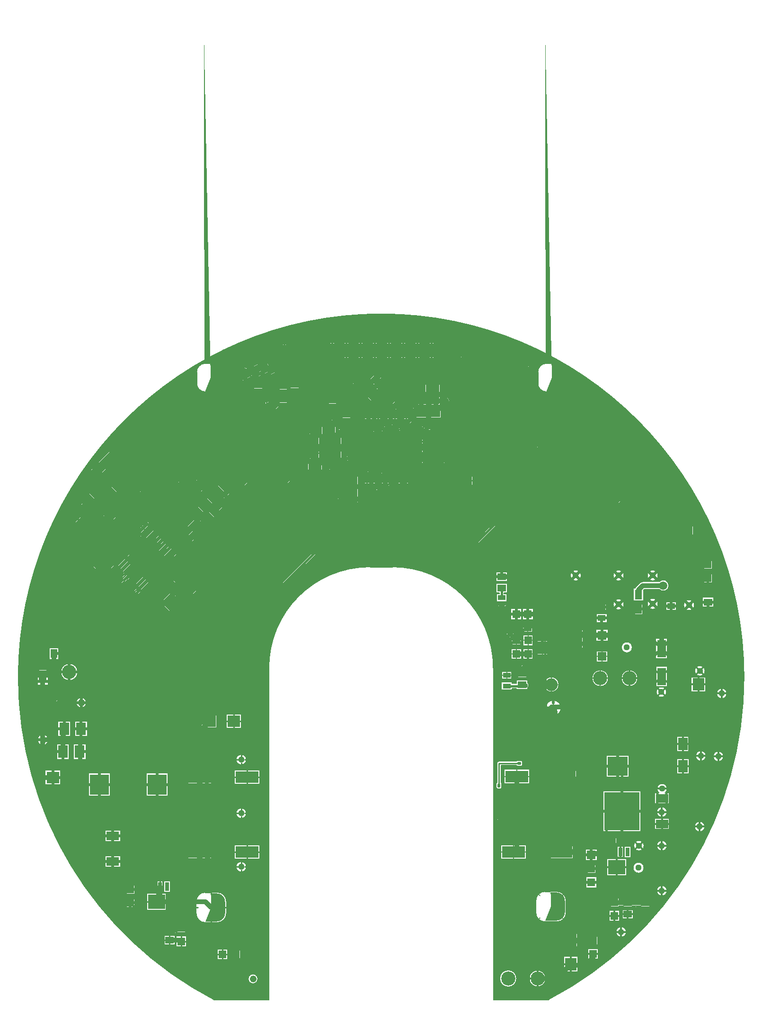
<source format=gtl>
G04 DesignSpark PCB Gerber Version 12.0 Build 5942*
%FSLAX35Y35*%
%MOMM*%
%AMT24*0 Rounded Rectangle Pad at angle 0*4,1,32,-0.05000,-0.29500,0.05000,-0.29500,0.08340,-0.29120,0.11510,-0.28010,0.14350,-0.26220,0.16720,-0.23850,0.18510,-0.21010,0.19620,-0.17840,0.20000,-0.14500,0.20000,0.14500,0.19620,0.17840,0.18510,0.21010,0.16720,0.23850,0.14350,0.26220,0.11510,0.28010,0.08340,0.29120,0.05000,0.29500,-0.05000,0.29500,-0.08340,0.29120,-0.11510,0.28010,-0.14350,0.26220,-0.16720,0.23850,-0.18510,0.21010,-0.19620,0.17840,-0.20000,0.14500,-0.20000,-0.14500,-0.19620,-0.17840,-0.18510,-0.21010,-0.16720,-0.23850,-0.14350,-0.26220,-0.11510,-0.28010,-0.08340,-0.29120,-0.05000,-0.29500,0*%
%ADD24T24*%
%AMT23*0 Rounded Rectangle Pad at angle 0*4,1,28,-0.12500,-0.34500,0.12500,-0.34500,0.15090,-0.34160,0.17500,-0.33160,0.19570,-0.31570,0.21160,-0.29500,0.22160,-0.27090,0.22500,-0.24500,0.22500,0.24500,0.22160,0.27090,0.21160,0.29500,0.19570,0.31570,0.17500,0.33160,0.15090,0.34160,0.12500,0.34500,-0.12500,0.34500,-0.15090,0.34160,-0.17500,0.33160,-0.19570,0.31570,-0.21160,0.29500,-0.22160,0.27090,-0.22500,0.24500,-0.22500,-0.24500,-0.22160,-0.27090,-0.21160,-0.29500,-0.19570,-0.31570,-0.17500,-0.33160,-0.15090,-0.34160,-0.12500,-0.34500,0*%
%ADD23T23*%
%AMT28*0 Rounded Rectangle Pad at angle 0*4,1,32,-0.11000,-0.44500,0.11000,-0.44500,0.14340,-0.44120,0.17510,-0.43010,0.20350,-0.41220,0.22720,-0.38850,0.24510,-0.36010,0.25620,-0.32840,0.26000,-0.29500,0.26000,0.29500,0.25620,0.32840,0.24510,0.36010,0.22720,0.38850,0.20350,0.41220,0.17510,0.43010,0.14340,0.44120,0.11000,0.44500,-0.11000,0.44500,-0.14340,0.44120,-0.17510,0.43010,-0.20350,0.41220,-0.22720,0.38850,-0.24510,0.36010,-0.25620,0.32840,-0.26000,0.29500,-0.26000,-0.29500,-0.25620,-0.32840,-0.24510,-0.36010,-0.22720,-0.38850,-0.20350,-0.41220,-0.17510,-0.43010,-0.14340,-0.44120,-0.11000,-0.44500,0*%
%ADD28T28*%
%AMT74*0 Rounded Rectangle Pad at angle 0*4,1,32,-0.31000,-0.60500,0.31000,-0.60500,0.34340,-0.60120,0.37510,-0.59010,0.40350,-0.57220,0.42720,-0.54850,0.44510,-0.52010,0.45620,-0.48840,0.46000,-0.45500,0.46000,0.45500,0.45620,0.48840,0.44510,0.52010,0.42720,0.54850,0.40350,0.57220,0.37510,0.59010,0.34340,0.60120,0.31000,0.60500,-0.31000,0.60500,-0.34340,0.60120,-0.37510,0.59010,-0.40350,0.57220,-0.42720,0.54850,-0.44510,0.52010,-0.45620,0.48840,-0.46000,0.45500,-0.46000,-0.45500,-0.45620,-0.48840,-0.44510,-0.52010,-0.42720,-0.54850,-0.40350,-0.57220,-0.37510,-0.59010,-0.34340,-0.60120,-0.31000,-0.60500,0*%
%ADD74T74*%
%AMT108*0 Rounded Rectangle Pad at angle 0*4,1,92,-1.00000,-2.50000,1.00000,-2.50000,1.10700,-2.49620,1.21340,-2.48480,1.31880,-2.46580,1.42250,-2.43930,1.52410,-2.40550,1.62300,-2.36450,1.71870,-2.31660,1.81080,-2.26200,1.89870,-2.20100,1.98210,-2.13380,2.06050,-2.06090,2.13350,-1.98260,2.20070,-1.89930,2.26180,-1.81140,2.31650,-1.71930,2.36450,-1.62360,2.40550,-1.52470,2.43930,-1.42310,2.46580,-1.31940,2.48480,-1.21400,2.49630,-1.10760,2.50000,-1.00000,2.50000,1.00000,2.49620,1.10700,2.48480,1.21340,2.46580,1.31880,2.43930,1.42250,2.40550,1.52410,2.36450,1.62300,2.31660,1.71870,2.26200,1.81080,2.20100,1.89870,2.13380,1.98210,2.06090,2.06050,1.98260,2.13350,1.89930,2.20070,1.81140,2.26180,1.71930,2.31650,1.62360,2.36450,1.52470,2.40550,1.42310,2.43930,1.31940,2.46580,1.21400,2.48480,1.10760,2.49630,1.00000,2.50000,-1.00000,2.50000,-1.10700,2.49620,-1.21340,2.48480,-1.31880,2.46580,-1.42250,2.43930,-1.52410,2.40550,-1.62300,2.36450,-1.71870,2.31660,-1.81080,2.26200,-1.89870,2.20100,-1.98210,2.13380,-2.06050,2.06090,-2.13350,1.98260,-2.20070,1.89930,-2.26180,1.81140,-2.31650,1.71930,-2.36450,1.62360,-2.40550,1.52470,-2.43930,1.42310,-2.46580,1.31940,-2.48480,1.21400,-2.49630,1.10760,-2.50000,1.00000,-2.50000,-1.00000,-2.49620,-1.10700,-2.48480,-1.21340,-2.46580,-1.31880,-2.43930,-1.42250,-2.40550,-1.52410,-2.36450,-1.62300,-2.31660,-1.71870,-2.26200,-1.81080,-2.20100,-1.89870,-2.13380,-1.98210,-2.06090,-2.06050,-1.98260,-2.13350,-1.89930,-2.20070,-1.81140,-2.26180,-1.71930,-2.31650,-1.62360,-2.36450,-1.52470,-2.40550,-1.42310,-2.43930,-1.31940,-2.46580,-1.21400,-2.48480,-1.10760,-2.49630,-1.00000,-2.50000,0*%
%ADD108T108*%
%ADD124R,0.30000X0.99000*%
%ADD113R,0.30000X1.47500*%
%ADD77R,0.65000X1.52500*%
%ADD92R,1.20000X1.52400*%
%ADD87R,1.30000X1.80000*%
%ADD80R,1.42240X1.47320*%
%ADD93R,1.60000X3.15000*%
%ADD84R,1.75000X2.25000*%
%ADD86R,1.75000X3.20000*%
%ADD102R,2.15000X2.20000*%
%ADD107R,2.15000X2.30000*%
%ADD118R,3.35000X3.60000*%
%ADD82R,6.23000X6.74000*%
%ADD103R,1.52400X1.52400*%
%ADD114R,1.75260X1.75260*%
%ADD17C,0.00001*%
%ADD11C,0.12700*%
%ADD10C,0.20000*%
%ADD16C,0.25000*%
%ADD14C,0.25400*%
%ADD15C,0.30000*%
%ADD70C,0.38100*%
%ADD18C,0.50000*%
%ADD26C,0.54000*%
%ADD19C,0.85000*%
%ADD29C,0.90000*%
%ADD73C,1.00000*%
%ADD71C,1.12000*%
%AMT27*0 Rounded Rectangle Pad at angle 45*4,1,28,0.15560,-0.33230,0.33230,-0.15560,0.34820,-0.13490,0.35820,-0.11080,0.36160,-0.08490,0.35820,-0.05900,0.34820,-0.03490,0.33230,-0.01410,-0.01410,0.33230,-0.03480,0.34820,-0.05890,0.35820,-0.08480,0.36160,-0.11070,0.35820,-0.13480,0.34820,-0.15560,0.33230,-0.33230,0.15560,-0.34820,0.13490,-0.35820,0.11080,-0.36160,0.08490,-0.35820,0.05900,-0.34820,0.03490,-0.33230,0.01410,0.01410,-0.33230,0.03480,-0.34820,0.05890,-0.35820,0.08480,-0.36160,0.11070,-0.35820,0.13480,-0.34820,0.15560,-0.33230,0*%
%ADD27T27*%
%AMT75*0 Rounded Rectangle Pad at angle 90*4,1,32,0.29500,-0.05000,0.29500,0.05000,0.29120,0.08340,0.28010,0.11510,0.26220,0.14350,0.23850,0.16720,0.21010,0.18510,0.17840,0.19620,0.14500,0.20000,-0.14500,0.20000,-0.17840,0.19620,-0.21010,0.18510,-0.23850,0.16720,-0.26220,0.14350,-0.28010,0.11510,-0.29120,0.08340,-0.29500,0.05000,-0.29500,-0.05000,-0.29120,-0.08340,-0.28010,-0.11510,-0.26220,-0.14350,-0.23850,-0.16720,-0.21010,-0.18510,-0.17840,-0.19620,-0.14500,-0.20000,0.14500,-0.20000,0.17840,-0.19620,0.21010,-0.18510,0.23850,-0.16720,0.26220,-0.14350,0.28010,-0.11510,0.29120,-0.08340,0.29500,-0.05000,0*%
%ADD75T75*%
%AMT25*0 Rounded Rectangle Pad at angle 90*4,1,28,0.34500,-0.12500,0.34500,0.12500,0.34160,0.15090,0.33160,0.17500,0.31570,0.19570,0.29500,0.21160,0.27090,0.22160,0.24500,0.22500,-0.24500,0.22500,-0.27090,0.22160,-0.29500,0.21160,-0.31570,0.19570,-0.33160,0.17500,-0.34160,0.15090,-0.34500,0.12500,-0.34500,-0.12500,-0.34160,-0.15090,-0.33160,-0.17500,-0.31570,-0.19570,-0.29500,-0.21160,-0.27090,-0.22160,-0.24500,-0.22500,0.24500,-0.22500,0.27090,-0.22160,0.29500,-0.21160,0.31570,-0.19570,0.33160,-0.17500,0.34160,-0.15090,0.34500,-0.12500,0*%
%ADD25T25*%
%AMT20*0 Rounded Rectangle Pad at angle 135*4,1,28,0.33230,0.15560,0.15560,0.33230,0.13490,0.34820,0.11080,0.35820,0.08490,0.36160,0.05900,0.35820,0.03490,0.34820,0.01410,0.33230,-0.33230,-0.01410,-0.34820,-0.03480,-0.35820,-0.05890,-0.36160,-0.08480,-0.35820,-0.11070,-0.34820,-0.13480,-0.33230,-0.15560,-0.15560,-0.33230,-0.13490,-0.34820,-0.11080,-0.35820,-0.08490,-0.36160,-0.05900,-0.35820,-0.03490,-0.34820,-0.01410,-0.33230,0.33230,0.01410,0.34820,0.03480,0.35820,0.05890,0.36160,0.08480,0.35820,0.11070,0.34820,0.13480,0.33230,0.15560,0*%
%ADD20T20*%
%AMT22*0 Rounded Rectangle Pad at angle 45*4,1,32,0.23690,-0.39240,0.39240,-0.23690,0.41330,-0.21060,0.42790,-0.18030,0.43540,-0.14760,0.43540,-0.11400,0.42790,-0.08120,0.41330,-0.05090,0.39240,-0.02470,-0.02470,0.39240,-0.05100,0.41330,-0.08130,0.42790,-0.11400,0.43540,-0.14760,0.43540,-0.18040,0.42790,-0.21070,0.41330,-0.23690,0.39240,-0.39240,0.23690,-0.41330,0.21060,-0.42790,0.18030,-0.43540,0.14760,-0.43540,0.11400,-0.42790,0.08120,-0.41330,0.05090,-0.39240,0.02470,0.02470,-0.39240,0.05100,-0.41330,0.08130,-0.42790,0.11400,-0.43540,0.14760,-0.43540,0.18040,-0.42790,0.21070,-0.41330,0.23690,-0.39240,0*%
%ADD22T22*%
%AMT72*0 Rounded Rectangle Pad at angle 90*4,1,32,0.44500,-0.11000,0.44500,0.11000,0.44120,0.14340,0.43010,0.17510,0.41220,0.20350,0.38850,0.22720,0.36010,0.24510,0.32840,0.25620,0.29500,0.26000,-0.29500,0.26000,-0.32840,0.25620,-0.36010,0.24510,-0.38850,0.22720,-0.41220,0.20350,-0.43010,0.17510,-0.44120,0.14340,-0.44500,0.11000,-0.44500,-0.11000,-0.44120,-0.14340,-0.43010,-0.17510,-0.41220,-0.20350,-0.38850,-0.22720,-0.36010,-0.24510,-0.32840,-0.25620,-0.29500,-0.26000,0.29500,-0.26000,0.32840,-0.25620,0.36010,-0.24510,0.38850,-0.22720,0.41220,-0.20350,0.43010,-0.17510,0.44120,-0.14340,0.44500,-0.11000,0*%
%ADD72T72*%
%AMT21*0 Rounded Rectangle Pad at angle 135*4,1,32,0.39240,0.23690,0.23690,0.39240,0.21060,0.41330,0.18030,0.42790,0.14760,0.43540,0.11400,0.43540,0.08120,0.42790,0.05090,0.41330,0.02470,0.39240,-0.39240,-0.02470,-0.41330,-0.05100,-0.42790,-0.08130,-0.43540,-0.11400,-0.43540,-0.14760,-0.42790,-0.18040,-0.41330,-0.21070,-0.39240,-0.23690,-0.23690,-0.39240,-0.21060,-0.41330,-0.18030,-0.42790,-0.14760,-0.43540,-0.11400,-0.43540,-0.08120,-0.42790,-0.05090,-0.41330,-0.02470,-0.39240,0.39240,0.02470,0.41330,0.05100,0.42790,0.08130,0.43540,0.11400,0.43540,0.14760,0.42790,0.18040,0.41330,0.21070,0.39240,0.23690,0*%
%ADD21T21*%
%ADD120C,1.21700*%
%ADD122C,1.31600*%
%ADD109C,1.44600*%
%ADD90C,1.50000*%
%ADD110C,1.55000*%
%ADD115C,1.75260*%
%ADD104C,2.25000*%
%ADD111C,2.35500*%
%ADD116C,2.52400*%
%ADD76C,3.85000*%
%ADD112R,1.47500X0.30000*%
%AMT123*0 Rectangle Pad at angle 22*21,1,0.40000,1.50000,0,0,22*%
%ADD123T123*%
%ADD105R,1.40000X0.90000*%
%ADD85R,1.75000X0.95000*%
%AMT99*0 Rectangle Pad at angle 45*21,1,1.20000,1.52400,0,0,45*%
%ADD99T99*%
%ADD117R,1.39700X1.01600*%
%ADD83R,1.52400X1.20000*%
%AMT106*0 Rectangle Pad at angle 45*21,1,1.20000,1.80000,0,0,45*%
%ADD106T106*%
%AMT97*0 Rectangle Pad at angle 45*21,1,1.30000,1.80000,0,0,45*%
%ADD97T97*%
%ADD101R,1.80000X1.20000*%
%ADD89R,1.80000X1.30000*%
%AMT98*0 Rectangle Pad at angle 45*21,1,1.42240,1.47320,0,0,45*%
%ADD98T98*%
%ADD96R,1.47320X1.42240*%
%ADD81R,2.28000X1.52400*%
%ADD94R,1.63000X1.53000*%
%ADD119R,2.20000X2.15000*%
%ADD121R,2.30000X2.15000*%
%ADD79R,4.15000X2.15000*%
%ADD78R,3.10000X2.60000*%
%AMT91*0 Rectangle Pad at angle 135*21,1,0.45000,1.80000,0,0,135*%
%ADD91T91*%
%AMT100*0 Rectangle Pad at angle 135*21,1,1.01600,1.39700,0,0,135*%
%ADD100T100*%
%AMT88*0 Rectangle Pad at angle 135*21,1,1.20000,1.52400,0,0,135*%
%ADD88T88*%
%ADD95R,3.60000X3.35000*%
X0Y0D02*
D02*
D10*
X47799870Y42813130D02*
X47775120Y42788380D01*
X47799870Y42899390D02*
X47775120Y42924140D01*
X47838070Y46545330D02*
X47806010Y46513270D01*
X47838070Y46621190D02*
X47805990Y46653270D01*
X47886130Y42813130D02*
X47910880Y42788380D01*
X47886130Y42899390D02*
X47910880Y42924140D01*
X47887500Y42231760D02*
X47852490D01*
X47906500Y45387760D02*
X47871490D01*
X47913930Y46545330D02*
X47945990Y46513270D01*
X47913930Y46621190D02*
X47946010Y46653270D01*
X47947500Y43580260D02*
X47912490D01*
X47964000Y46126260D02*
X47929000D01*
X47966500Y45352760D02*
Y45317770D01*
Y45422760D02*
Y45457770D01*
X48025000Y46065260D02*
Y46030260D01*
Y46187260D02*
Y46222260D01*
X48026500Y45387760D02*
X48061490D01*
X48074880Y46239260D02*
X48039890D01*
X48075380Y45771260D02*
X48040390D01*
X48075380Y46012260D02*
X48040390D01*
X48085000Y42134260D02*
Y42099270D01*
Y42329260D02*
Y42364270D01*
X48086000Y46126260D02*
X48121000D01*
X48136000Y46175600D02*
Y46140570D01*
X48136500Y45707600D02*
Y45672570D01*
Y45834920D02*
Y45869920D01*
Y45948600D02*
Y45913570D01*
Y46075920D02*
Y46110920D01*
X48145000Y43482760D02*
Y43447770D01*
Y43677760D02*
Y43712770D01*
X48197120Y46239260D02*
X48232090D01*
X48197620Y45771260D02*
X48232590D01*
X48197620Y46012260D02*
X48232590D01*
X48282500Y42231760D02*
X48317490D01*
X48282880Y46240040D02*
X48247890D01*
X48285380Y45770260D02*
X48250390D01*
X48285380Y46011260D02*
X48250390D01*
X48342500Y43580260D02*
X48377490D01*
X48344000Y46176380D02*
Y46141370D01*
X48346500Y45706600D02*
Y45671570D01*
Y45833920D02*
Y45868920D01*
Y45947600D02*
Y45912570D01*
Y46074920D02*
Y46109920D01*
X48405120Y46240040D02*
X48440090D01*
X48407620Y45770260D02*
X48442590D01*
X48407620Y46011260D02*
X48442590D01*
X48525000Y45811260D02*
X48489990D01*
X48559000Y41055260D02*
X48531230Y41027490D01*
X48559000Y41453260D02*
X48531230Y41481030D01*
X48602500Y45773760D02*
Y45738770D01*
X48663500Y45223760D02*
X48628500D01*
X48680000Y45811260D02*
X48714990D01*
X48766000Y45121260D02*
Y45086260D01*
Y45326260D02*
Y45361260D01*
X48868500Y45223760D02*
X48903500D01*
X48957000Y41055260D02*
X48984770Y41027490D01*
X48957000Y41453260D02*
X48984770Y41481030D01*
X49522300Y45335260D02*
X49487300D01*
X49600000Y45724260D02*
X49564990D01*
X49638500Y45219060D02*
Y45184060D01*
Y45451460D02*
Y45486460D01*
X49671500Y45657760D02*
Y45622770D01*
Y45790760D02*
Y45825770D01*
X49743000Y45724260D02*
X49777990D01*
X49754700Y45335260D02*
X49789700D01*
D02*
D11*
X39252610Y45353150D02*
G75*
G03*
X41770500Y40231760I6467440J20D01*
G01*
Y40571370D01*
X41596490D01*
Y40618670D01*
X41584690D01*
G75*
G02*
X41453650Y40657760I-59690J39090D01*
G01*
G75*
G02*
X41584740Y40696770I71350J0D01*
G01*
X41596490D01*
Y40744070D01*
X41770500D01*
Y40771370D01*
X41597490D01*
Y40898260D01*
X41589050D01*
G75*
G02*
X41573000Y40894050I-16050J28490D01*
G01*
X41139500D01*
G75*
G02*
X41123450Y40898260I0J32710D01*
G01*
X41101500D01*
Y42814260D01*
X40166000D01*
Y43429370D01*
X40149690D01*
Y43697070D01*
X40166000D01*
Y44615760D01*
X39811000D01*
Y44815040D01*
G75*
G02*
Y44982480I38500J83720D01*
G01*
Y45373760D01*
X39252640D01*
G75*
G03*
X39252610Y45353150I6452800J-19700D01*
G01*
X40779990Y42162770D02*
X41060690D01*
Y41957670D01*
X40779990D01*
Y42162770D01*
Y42620770D02*
X41060690D01*
Y42415670D01*
X40779990D01*
Y42620770D01*
X39913690Y44160570D02*
X40141390D01*
Y43882870D01*
X39913690D01*
Y44160570D01*
X39936190Y44570570D02*
X40163890D01*
Y44292870D01*
X39936190D01*
Y44570570D01*
X39568190Y45354070D02*
X39760890D01*
Y45211370D01*
X39568190D01*
Y45354070D01*
X39572650Y44234760D02*
G75*
G02*
X39767350I97350J0D01*
G01*
G75*
G02*
X39572650I-97350J0D01*
G01*
X39709690Y43697070D02*
X39982390D01*
Y43429370D01*
X39709690D01*
Y43697070D01*
X40779990Y41957670D02*
G36*
X40779990Y41957670D02*
Y42060220D01*
X40153700D01*
G75*
G03*
X41762280Y40238110I5566430J3293020D01*
G01*
X41764150D01*
Y40571370D01*
X41596490D01*
Y40618670D01*
X41584690D01*
G75*
G02*
X41453650Y40657760I-59690J39090D01*
G01*
G75*
G02*
Y40657770I143240J10D01*
G01*
G75*
G02*
X41584740Y40696770I71350J0D01*
G01*
X41596490D01*
Y40744070D01*
X41764150D01*
Y40771370D01*
X41597490D01*
Y40898260D01*
X41589050D01*
G75*
G02*
X41573000Y40894050I-16040J28460D01*
G01*
X41139500D01*
G75*
G02*
X41123450Y40898260I-10J32670D01*
G01*
X41101500D01*
Y42060220D01*
X41060690D01*
Y41957670D01*
X40779990D01*
G37*
X39907070Y42518220D02*
G36*
X39907070Y42518220D02*
G75*
G03*
X40153700Y42060220I5813770J2835270D01*
G01*
X40779990D01*
Y42162770D01*
X41060690D01*
Y42060220D01*
X41101500D01*
Y42518220D01*
X41060690D01*
Y42415670D01*
X40779990D01*
Y42518220D01*
X39907070D01*
G37*
X39709690Y43429370D02*
G36*
X39709690Y43429370D02*
Y43563220D01*
X39505240D01*
G75*
G03*
X39907070Y42518220I6215430J1790240D01*
G01*
X40779990D01*
Y42620770D01*
X41060690D01*
Y42518220D01*
X41101500D01*
Y42814260D01*
X40166000D01*
Y43429370D01*
X40149690D01*
Y43563220D01*
X39982390D01*
Y43429370D01*
X39709690D01*
G37*
X39391150Y44021720D02*
G36*
X39391150Y44021720D02*
G75*
G03*
X39505240Y43563220I6329960J1331660D01*
G01*
X39709690D01*
Y43697070D01*
X39982390D01*
Y43563220D01*
X40149690D01*
Y43697070D01*
X40166000D01*
Y44021720D01*
X40141390D01*
Y43882870D01*
X39913690D01*
Y44021720D01*
X39391150D01*
G37*
X39350050Y44234760D02*
G36*
X39350050Y44234760D02*
G75*
G03*
X39391150Y44021720I6370780J1118580D01*
G01*
X39913690D01*
Y44160570D01*
X40141390D01*
Y44021720D01*
X40166000D01*
Y44234760D01*
X39767350D01*
G75*
G02*
X39572650I-97350J0D01*
G01*
X39350050D01*
G37*
X39318590Y44431720D02*
G36*
X39318590Y44431720D02*
G75*
G03*
X39350050Y44234760I6401740J921540D01*
G01*
X39572650D01*
G75*
G02*
X39767350I97350J0D01*
G01*
X40166000D01*
Y44431720D01*
X40163890D01*
Y44292870D01*
X39936190D01*
Y44431720D01*
X39318590D01*
G37*
X39258960Y45282720D02*
G36*
X39258960Y45282720D02*
Y45066660D01*
G75*
G03*
X39318590Y44431720I6461140J286520D01*
G01*
X39936190D01*
Y44570570D01*
X40163890D01*
Y44431720D01*
X40166000D01*
Y44615760D01*
X39811000D01*
Y44815040D01*
G75*
G02*
X39757350Y44898760I38500J83720D01*
G01*
G75*
G02*
X39811000Y44982480I92150J0D01*
G01*
Y45282720D01*
X39760890D01*
Y45211370D01*
X39568190D01*
Y45282720D01*
X39258960D01*
G37*
Y45367410D02*
G36*
X39258960Y45367410D02*
Y45282720D01*
X39568190D01*
Y45354070D01*
X39760890D01*
Y45282720D01*
X39811000D01*
Y45367410D01*
X39258960D01*
G37*
X39763500Y45907760D02*
Y45406470D01*
X39811000D01*
G75*
G02*
X39843710Y45373760I0J-32710D01*
G01*
Y44990730D01*
G75*
G02*
X39849500Y44990910I5760J-91980D01*
G01*
G75*
G02*
X39941650Y44898760I0J-92150D01*
G01*
G75*
G02*
X39849500Y44806610I-92150J0D01*
G01*
G75*
G02*
X39843710Y44806790I-30J92160D01*
G01*
Y44650260D01*
X40143290D01*
Y45145700D01*
G75*
G02*
Y45145760I33700J30D01*
G01*
G75*
G02*
X40148000Y45162670I32710J0D01*
G01*
Y45175260D01*
X40161870D01*
G75*
G02*
X40183930Y45177490I14120J-29500D01*
G01*
X40184010Y45177470D01*
X40392500Y45177700D01*
Y45907760D01*
X39763500D01*
X39778190Y45876770D02*
X39950890D01*
Y45671670D01*
X39778190D01*
Y45876770D01*
X39987950Y45446260D02*
G75*
G02*
X40293050I152550J0D01*
G01*
G75*
G02*
X39987950I-152550J0D01*
G01*
X39769850D02*
G36*
X39769850Y45446260D02*
Y45406470D01*
X39811000D01*
G75*
G02*
X39843710Y45373760I0J-32710D01*
G01*
Y44990730D01*
G75*
G02*
X39849500Y44990910I5490J-83520D01*
G01*
G75*
G02*
X39941650Y44898760I0J-92150D01*
G01*
G75*
G02*
X39849500Y44806610I-92150J0D01*
G01*
G75*
G02*
X39843710Y44806790I-300J83700D01*
G01*
Y44656610D01*
X40143290D01*
Y45145700D01*
Y45145760D01*
G75*
G02*
X40148000Y45162670I32710J0D01*
G01*
Y45175260D01*
X40161870D01*
G75*
G02*
X40183930Y45177490I14130J-29530D01*
G01*
X40184010Y45177470D01*
X40386150Y45177690D01*
Y45446260D01*
X40293050D01*
G75*
G02*
X39987950I-152550J0D01*
G01*
X39769850D01*
G37*
Y45774220D02*
G36*
X39769850Y45774220D02*
Y45446260D01*
X39987950D01*
G75*
G02*
X40293050I152550J0D01*
G01*
X40386150D01*
Y45774220D01*
X39950890D01*
Y45671670D01*
X39778190D01*
Y45774220D01*
X39769850D01*
G37*
Y45901410D02*
G36*
X39769850Y45901410D02*
Y45774220D01*
X39778190D01*
Y45876770D01*
X39950890D01*
Y45774220D01*
X40386150D01*
Y45901410D01*
X39769850D01*
G37*
X40176000Y45145760D02*
Y44646900D01*
G75*
G02*
X40198710Y44615760I-10000J-31140D01*
G01*
Y43697070D01*
X40422390D01*
Y43429370D01*
X40198710D01*
Y43187270D01*
X40381590D01*
Y42982170D01*
X40198710D01*
Y42846970D01*
X41101500D01*
G75*
G02*
X41103500Y42846910I20J-32700D01*
G01*
Y45145760D01*
X40180000Y45144760D01*
X40176000Y45145760D01*
X40213690Y44160570D02*
X40441390D01*
Y43882870D01*
X40213690D01*
Y44160570D01*
X40236190Y44570570D02*
X40463890D01*
Y44292870D01*
X40236190D01*
Y44570570D01*
X40354500Y44990910D02*
G75*
G02*
X40446650Y44898760I0J-92150D01*
G01*
G75*
G02*
X40354500Y44806610I-92150J0D01*
G01*
G75*
G02*
X40262350Y44898760I0J92150D01*
G01*
G75*
G02*
X40354500Y44990910I92150J0D01*
G01*
X40486190Y43640570D02*
X40873890D01*
Y43227870D01*
X40486190D01*
Y43640570D01*
X40198710Y42982170D02*
G36*
X40198710Y42982170D02*
Y42853260D01*
X41097150D01*
Y43434220D01*
X40873890D01*
Y43227870D01*
X40486190D01*
Y43434220D01*
X40422390D01*
Y43429370D01*
X40198710D01*
Y43187270D01*
X40381590D01*
Y42982170D01*
X40198710D01*
G37*
Y44021720D02*
G36*
X40198710Y44021720D02*
Y43697070D01*
X40422390D01*
Y43434220D01*
X40486190D01*
Y43640570D01*
X40873890D01*
Y43434220D01*
X41097150D01*
Y44021720D01*
X40441390D01*
Y43882870D01*
X40213690D01*
Y44021720D01*
X40198710D01*
G37*
Y44431720D02*
G36*
X40198710Y44431720D02*
Y44021720D01*
X40213690D01*
Y44160570D01*
X40441390D01*
Y44021720D01*
X41097150D01*
Y44431720D01*
X40463890D01*
Y44292870D01*
X40236190D01*
Y44431720D01*
X40198710D01*
G37*
X40182350Y44898760D02*
G36*
X40182350Y44898760D02*
Y44644090D01*
G75*
G02*
X40198710Y44615760I-16350J-28330D01*
G01*
Y44431720D01*
X40236190D01*
Y44570570D01*
X40463890D01*
Y44431720D01*
X41097150D01*
Y44898760D01*
X40446650D01*
G75*
G02*
X40354500Y44806610I-92150J0D01*
G01*
G75*
G02*
X40262350Y44898760I0J92150D01*
G01*
X40182350D01*
G37*
Y45139410D02*
G36*
X40182350Y45139410D02*
Y44898760D01*
X40262350D01*
G75*
G02*
X40354500Y44990910I92150J0D01*
G01*
G75*
G02*
X40446650Y44898760I0J-92150D01*
G01*
X41097150D01*
Y45139410D01*
X40182350D01*
G37*
X41137500Y41833260D02*
Y41661770D01*
X41330490D01*
Y41461770D01*
X41137500D01*
Y41444760D01*
X41471790D01*
Y41498760D01*
G75*
G02*
X41474990Y41512870I32710J0D01*
G01*
X41450690D01*
Y41718070D01*
X41567690D01*
Y41749080D01*
G75*
G02*
X41580500Y41891310I72310J65180D01*
G01*
Y41925870D01*
X41296990D01*
Y42652570D01*
X41972690D01*
Y41955260D01*
X42084000D01*
Y44043760D01*
X41221500Y44044260D01*
X41142000D01*
X41141500Y44043760D01*
Y41833260D01*
X41137500D01*
X41516190Y43640570D02*
X41903890D01*
Y43227870D01*
X41516190D01*
Y43640570D01*
X41143850Y41461770D02*
G36*
X41143850Y41461770D02*
Y41451110D01*
X41471790D01*
Y41498760D01*
G75*
G02*
X41474990Y41512870I32740J-10D01*
G01*
X41450690D01*
Y41718070D01*
X41567690D01*
Y41749080D01*
G75*
G02*
X41542650Y41814260I72310J65180D01*
G01*
G75*
G02*
X41580500Y41891310I97350J0D01*
G01*
Y41925870D01*
X41296990D01*
Y42652570D01*
X41972690D01*
Y41955260D01*
X42077650D01*
Y43434220D01*
X41903890D01*
Y43227870D01*
X41516190D01*
Y43434220D01*
X41143850D01*
Y41661770D01*
X41330490D01*
Y41461770D01*
X41143850D01*
G37*
Y44037910D02*
G36*
X41143850Y44037910D02*
Y43434220D01*
X41516190D01*
Y43640570D01*
X41903890D01*
Y43434220D01*
X42077650D01*
Y44037910D01*
X41143850D01*
G37*
X41139500Y41220770D02*
Y40926760D01*
X41573000D01*
Y41154550D01*
X41568390D01*
Y40970470D01*
X41450690D01*
Y41175670D01*
X41473910D01*
G75*
G02*
X41471790Y41187260I30590J11580D01*
G01*
Y41375050D01*
X41330490D01*
Y41220770D01*
X41139500D01*
G36*
X41139500Y41220770D02*
Y40926760D01*
X41573000D01*
Y41154550D01*
X41568390D01*
Y40970470D01*
X41450690D01*
Y41175670D01*
X41473910D01*
G75*
G02*
X41471790Y41187260I30590J11580D01*
G01*
Y41375050D01*
X41330490D01*
Y41220770D01*
X41139500D01*
G37*
X41504500Y41498760D02*
Y41187260D01*
X41960500D01*
Y40942070D01*
X42039590D01*
Y40924570D01*
X42043990D01*
Y40975270D01*
X42238990D01*
Y40775270D01*
X42043990D01*
Y40786870D01*
X42039590D01*
Y40769370D01*
X41960500D01*
Y40753760D01*
X41785500D01*
Y40744070D01*
X41801590D01*
Y40571370D01*
X41785500D01*
Y40220230D01*
G75*
G03*
X42728010Y39619460I3934250J5132500D01*
G01*
X43687300D01*
Y44820760D01*
X42865000D01*
Y41881070D01*
X42944430D01*
G75*
G02*
X43000990Y41858750I2570J-76310D01*
G01*
X43173440Y41686300D01*
G75*
G02*
X43197390Y41630770I-52400J-55530D01*
G01*
Y40502270D01*
X43220990D01*
Y40307270D01*
X43189890D01*
Y40165770D01*
G75*
G02*
X43168330Y40115730I-68860J0D01*
G01*
X43006020Y39953420D01*
G75*
G02*
X42832300Y39964260I-86520J10840D01*
G01*
G75*
G02*
X42908660Y40050780I87200J0D01*
G01*
X43052190Y40194310D01*
Y40307270D01*
X43020990D01*
Y40502270D01*
X43044690D01*
Y41599090D01*
X42915410Y41728370D01*
X42525220D01*
G75*
G02*
X42401980Y41734760I-57720J78390D01*
G01*
X41705390D01*
Y41615470D01*
G75*
G02*
X41695390Y41579730I-68860J0D01*
G01*
Y41512870D01*
X41686500D01*
Y41498760D01*
X41504500D01*
X42948690Y44697070D02*
X43221390D01*
Y44439370D01*
X42948690D01*
Y44697070D01*
X43092190Y42360570D02*
X43549890D01*
Y42102870D01*
X43092190D01*
Y42360570D01*
X43124150Y41967260D02*
G75*
G02*
X43308850I92350J0D01*
G01*
G75*
G02*
X43124150I-92350J0D01*
G01*
X43427500Y40051460D02*
G75*
G02*
X43514700Y39964260I0J-87200D01*
G01*
G75*
G02*
X43427500Y39877060I-87200J0D01*
G01*
G75*
G02*
X43340300Y39964260I0J87200D01*
G01*
G75*
G02*
X43427500Y40051460I87200J0D01*
G01*
X43092190Y43698070D02*
X43549890D01*
Y43440370D01*
X43092190D01*
Y43698070D01*
X43124150Y42923260D02*
G75*
G02*
X43308850I92350J0D01*
G01*
G75*
G02*
X43124150I-92350J0D01*
G01*
Y43881260D02*
G75*
G02*
X43308850I92350J0D01*
G01*
G75*
G02*
X43124150I-92350J0D01*
G01*
X42410150Y41131940D02*
Y41349580D01*
G75*
G02*
X42572680Y41512110I162530J0D01*
G01*
X42790320D01*
G75*
G02*
X42952850Y41349580I0J-162530D01*
G01*
Y41131940D01*
G75*
G02*
X42790320Y40969410I-162530J0D01*
G01*
X42572680D01*
G75*
G02*
X42410150Y41131940I0J162530D01*
G01*
X42784990Y40497270D02*
X42974990D01*
Y40312270D01*
X42784990D01*
Y40497270D01*
X41709690Y41713070D02*
X41817390D01*
Y41517870D01*
X41709690D01*
Y41713070D01*
X41831690Y41718070D02*
X41949390D01*
Y41512870D01*
X41831690D01*
Y41718070D01*
X41523690Y41495570D02*
X41876390D01*
Y41192870D01*
X41523690D01*
Y41495570D01*
X42048990Y40729270D02*
X42233990D01*
Y40539270D01*
X42048990D01*
Y40729270D01*
X41838490Y40737070D02*
X42033590D01*
Y40574370D01*
X41838490D01*
Y40737070D01*
X42144100Y39964260D02*
G36*
X42144100Y39964260D02*
G75*
G03*
X42715870Y39625810I3576420J5389740D01*
G01*
X43680950D01*
Y39964260D01*
X43514700D01*
G75*
G02*
X43427500Y39877060I-87200J0D01*
G01*
G75*
G02*
X43340300Y39964260I0J87200D01*
G01*
X43016860D01*
X43006020Y39953420D01*
G75*
G02*
X42832300Y39964260I-86520J10840D01*
G01*
X42144100D01*
G37*
X41785500Y40404770D02*
G36*
X41785500Y40404770D02*
Y40220230D01*
G75*
G03*
X42144100Y39964260I3935470J5134200D01*
G01*
X42832300D01*
G75*
G02*
X42908660Y40050780I87190J0D01*
G01*
X43052190Y40194310D01*
Y40307270D01*
X43020990D01*
Y40404770D01*
X42974990D01*
Y40312270D01*
X42784990D01*
Y40404770D01*
X41785500D01*
G37*
X43168330Y40115730D02*
G36*
X43168330Y40115730D02*
X43016860Y39964260D01*
X43340300D01*
G75*
G02*
X43427500Y40051460I87200J0D01*
G01*
G75*
G02*
X43514700Y39964260I0J-87200D01*
G01*
X43680950D01*
Y40404770D01*
X43220990D01*
Y40307270D01*
X43189890D01*
Y40165770D01*
G75*
G02*
X43168330Y40115730I-68870J10D01*
G01*
G37*
X41785500Y40571370D02*
G36*
X41785500Y40571370D02*
Y40404770D01*
X42784990D01*
Y40497270D01*
X42974990D01*
Y40404770D01*
X43020990D01*
Y40502270D01*
X43044690D01*
Y40634270D01*
X42233990D01*
Y40539270D01*
X42048990D01*
Y40634270D01*
X42033590D01*
Y40574370D01*
X41838490D01*
Y40634270D01*
X41801590D01*
Y40571370D01*
X41785500D01*
G37*
X43197390Y40634270D02*
G36*
X43197390Y40634270D02*
Y40502270D01*
X43220990D01*
Y40404770D01*
X43680950D01*
Y40634270D01*
X43197390D01*
G37*
X41510850Y41240760D02*
G36*
X41510850Y41240760D02*
Y41187260D01*
X41960500D01*
Y40942070D01*
X42039590D01*
Y40924570D01*
X42043990D01*
Y40975270D01*
X42238990D01*
Y40775270D01*
X42043990D01*
Y40786870D01*
X42039590D01*
Y40769370D01*
X41960500D01*
Y40753760D01*
X41785500D01*
Y40744070D01*
X41801590D01*
Y40634270D01*
X41838490D01*
Y40737070D01*
X42033590D01*
Y40634270D01*
X42048990D01*
Y40729270D01*
X42233990D01*
Y40634270D01*
X43044690D01*
Y41240760D01*
X42952850D01*
Y41131940D01*
G75*
G02*
Y41131930I-143240J0D01*
G01*
G75*
G02*
X42790320Y40969410I-162530J0D01*
G01*
X42572680D01*
G75*
G02*
X42410150Y41131930I0J162520D01*
G01*
G75*
G02*
Y41131940I143240J10D01*
G01*
Y41240760D01*
X41876390D01*
Y41192870D01*
X41523690D01*
Y41240760D01*
X41510850D01*
G37*
X43197390D02*
G36*
X43197390Y41240760D02*
Y40634270D01*
X43680950D01*
Y41240760D01*
X43197390D01*
G37*
X41510850Y41498760D02*
G36*
X41510850Y41498760D02*
Y41240760D01*
X41523690D01*
Y41495570D01*
X41876390D01*
Y41240760D01*
X42410150D01*
Y41349580D01*
G75*
G02*
Y41349590I143240J10D01*
G01*
G75*
G02*
X42572680Y41512110I162530J0D01*
G01*
X42790320D01*
G75*
G02*
X42952850Y41349590I0J-162520D01*
G01*
G75*
G02*
Y41349580I-143240J0D01*
G01*
Y41240760D01*
X43044690D01*
Y41599090D01*
X43028310Y41615470D01*
X41949390D01*
Y41512870D01*
X41831690D01*
Y41615470D01*
X41817390D01*
Y41517870D01*
X41709690D01*
Y41615470D01*
X41705390D01*
G75*
G02*
X41695390Y41579730I-68910J10D01*
G01*
Y41512870D01*
X41686500D01*
Y41498760D01*
X41510850D01*
G37*
X43197390Y41615470D02*
G36*
X43197390Y41615470D02*
Y41240760D01*
X43680950D01*
Y41615470D01*
X43197390D01*
G37*
X41705390Y41734760D02*
G36*
X41705390Y41734760D02*
Y41615470D01*
X41709690D01*
Y41713070D01*
X41817390D01*
Y41615470D01*
X41831690D01*
Y41718070D01*
X41949390D01*
Y41615470D01*
X43028310D01*
X42915410Y41728370D01*
X42525220D01*
G75*
G02*
X42401980Y41734760I-57720J78380D01*
G01*
X41705390D01*
G37*
X42865000Y41967260D02*
G36*
X42865000Y41967260D02*
Y41881070D01*
X42944430D01*
G75*
G02*
X43000990Y41858750I2560J-76330D01*
G01*
X43173440Y41686300D01*
G75*
G02*
X43197390Y41630790I-52360J-55510D01*
G01*
G75*
G02*
Y41630770I-95490J-10D01*
G01*
Y41615470D01*
X43680950D01*
Y41967260D01*
X43308850D01*
G75*
G02*
X43124150I-92350J0D01*
G01*
X42865000D01*
G37*
Y42231720D02*
G36*
X42865000Y42231720D02*
Y41967260D01*
X43124150D01*
G75*
G02*
X43308850I92350J0D01*
G01*
X43680950D01*
Y42231720D01*
X43549890D01*
Y42102870D01*
X43092190D01*
Y42231720D01*
X42865000D01*
G37*
Y42923260D02*
G36*
X42865000Y42923260D02*
Y42231720D01*
X43092190D01*
Y42360570D01*
X43549890D01*
Y42231720D01*
X43680950D01*
Y42923260D01*
X43308850D01*
G75*
G02*
X43124150I-92350J0D01*
G01*
X42865000D01*
G37*
Y43569220D02*
G36*
X42865000Y43569220D02*
Y42923260D01*
X43124150D01*
G75*
G02*
X43308850I92350J0D01*
G01*
X43680950D01*
Y43569220D01*
X43549890D01*
Y43440370D01*
X43092190D01*
Y43569220D01*
X42865000D01*
G37*
Y43881260D02*
G36*
X42865000Y43881260D02*
Y43569220D01*
X43092190D01*
Y43698070D01*
X43549890D01*
Y43569220D01*
X43680950D01*
Y43881260D01*
X43308850D01*
G75*
G02*
X43124150I-92350J0D01*
G01*
X42865000D01*
G37*
Y44568220D02*
G36*
X42865000Y44568220D02*
Y43881260D01*
X43124150D01*
G75*
G02*
X43308850I92350J0D01*
G01*
X43680950D01*
Y44568220D01*
X43221390D01*
Y44439370D01*
X42948690D01*
Y44568220D01*
X42865000D01*
G37*
Y44814410D02*
G36*
X42865000Y44814410D02*
Y44568220D01*
X42948690D01*
Y44697070D01*
X43221390D01*
Y44568220D01*
X43680950D01*
Y44814410D01*
X42865000D01*
G37*
X47500500Y46693260D02*
Y46440290D01*
G75*
G02*
X47750200Y45516760I-1583030J-923530D01*
G01*
Y45164300D01*
G75*
G02*
X47752700Y45151760I-30200J-12540D01*
G01*
Y42875610D01*
G75*
G02*
X47935350Y42856260I90300J-19350D01*
G01*
G75*
G02*
X47752700Y42836910I-92350J0D01*
G01*
Y40843760D01*
X48235020D01*
X48230510Y40848270D01*
G75*
G02*
X48208150Y40902260I53990J53990D01*
G01*
G75*
G02*
X48208190Y40904830I76230J100D01*
G01*
Y41724190D01*
G75*
G02*
X48208150Y41726760I76190J2470D01*
G01*
G75*
G02*
X48230510Y41780750I76350J0D01*
G01*
X48496000Y42046240D01*
Y44068630D01*
G75*
G02*
X48492790Y44082760I29500J14130D01*
G01*
Y44974370D01*
G75*
G02*
X48492920Y44977280I32670J0D01*
G01*
G75*
G02*
Y44977310I33700J20D01*
G01*
G75*
G02*
X48492790Y44979710I32640J2970D01*
G01*
G75*
G02*
Y44980230I32810J260D01*
G01*
Y44998340D01*
G75*
G02*
Y44998400I33700J30D01*
G01*
G75*
G02*
X48496000Y45012530I32710J0D01*
G01*
Y45596760D01*
X48365710D01*
G75*
G02*
X48365010Y45596070I-23370J23010D01*
G01*
X48286390Y45517450D01*
Y45505070D01*
X48343590D01*
Y45332370D01*
X48138490D01*
Y45505070D01*
X48195590D01*
Y45536270D01*
G75*
G02*
X48209800Y45569260I45400J0D01*
G01*
X48237300Y45596760D01*
X47940000D01*
Y45906260D01*
X48470000D01*
Y46330760D01*
X48467380Y46330750D01*
X48436590Y46330690D01*
G75*
G02*
X48436500I-40J32230D01*
G01*
X48436490D01*
Y46145070D01*
X48251490D01*
Y46330310D01*
G75*
G03*
X48251480Y46330320I0J10D01*
G01*
X48241340Y46330300D01*
X48228580Y46330270D01*
G75*
G02*
X48228490I-40J33930D01*
G01*
Y46144270D01*
X48115580D01*
G75*
G02*
X48117350Y46126260I-90590J-17990D01*
G01*
G75*
G02*
X48115380Y46107270I-92350J-20D01*
G01*
X48228990D01*
Y45917270D01*
X48043990D01*
Y46035880D01*
G75*
G02*
X47932650Y46126260I-18990J90380D01*
G01*
G75*
G02*
X48043490Y46216740I92350J0D01*
G01*
Y46329900D01*
X47975000Y46329760D01*
X47981500Y46330760D01*
Y46330790D01*
G75*
G02*
X47981490I0J21220D01*
G01*
G75*
G03*
X47981480Y46330800I-70J-60D01*
G01*
G75*
G02*
X47950290Y46363470I1520J32670D01*
G01*
Y46516870D01*
X47784690D01*
Y46649570D01*
X47950290D01*
Y46659060D01*
X47697490D01*
G75*
G02*
X47664780Y46691770I0J32710D01*
G01*
Y46693260D01*
X47500500D01*
X48253990Y46106270D02*
X48438990D01*
Y45916270D01*
X48253990D01*
Y46106270D01*
X47799900Y43842860D02*
G75*
G02*
X47829520Y43854270I27640J-27600D01*
G01*
X48135500D01*
G75*
G02*
X48155610Y43864110I20110J-15620D01*
G01*
X48226390D01*
G75*
G02*
X48251850Y43838650I0J-25460D01*
G01*
Y43791870D01*
G75*
G02*
X48226390Y43766410I-25460J0D01*
G01*
X48155610D01*
G75*
G02*
X48135570Y43776170I0J25460D01*
G01*
X47866590D01*
Y43475690D01*
G75*
G02*
X47876350Y43455650I-15700J-20040D01*
G01*
Y43384870D01*
G75*
G02*
X47850890Y43359410I-25460J0D01*
G01*
X47804110D01*
G75*
G02*
X47778650Y43384870I0J25460D01*
G01*
Y43455650D01*
G75*
G02*
X47788490Y43475760I25460J0D01*
G01*
Y43813240D01*
G75*
G02*
X47788440Y43815220I39090J1980D01*
G01*
G75*
G02*
X47799900Y43842860I39050J0D01*
G01*
X47916190Y43709070D02*
X48373890D01*
Y43451370D01*
X47916190D01*
Y43709070D01*
X47870190Y45269070D02*
X48062890D01*
Y45243170D01*
X48137490D01*
Y45305070D01*
X48342590D01*
Y45254820D01*
G75*
G02*
X48347090Y45250870I-27640J-36030D01*
G01*
G75*
G02*
X48360390Y45218770I-32100J-32100D01*
G01*
Y45197770D01*
G75*
G02*
X48347090Y45165670I-45400J0D01*
G01*
G75*
G02*
X48342590Y45161720I-32140J32080D01*
G01*
Y45132370D01*
X48137490D01*
Y45152370D01*
X48062890D01*
Y45126370D01*
X47870190D01*
Y45269070D01*
X47875190Y45454070D02*
X48057890D01*
Y45321370D01*
X47875190D01*
Y45454070D01*
X47856190Y42360570D02*
X48313890D01*
Y42102870D01*
X47856190D01*
Y42360570D01*
X47752700Y42231720D02*
G36*
X47752700Y42231720D02*
Y40850110D01*
X48228730D01*
G75*
G02*
X48208150Y40902250I55760J52140D01*
G01*
G75*
G02*
Y40902260I95490J10D01*
G01*
G75*
G02*
Y40902270I95490J10D01*
G01*
G75*
G02*
X48208190Y40904830I81960J0D01*
G01*
Y41724190D01*
G75*
G02*
X48208150Y41726750I81920J2560D01*
G01*
G75*
G02*
Y41726760I95490J10D01*
G01*
G75*
G02*
Y41726770I95490J10D01*
G01*
G75*
G02*
X48230510Y41780750I76340J0D01*
G01*
X48489650Y42039890D01*
Y42231720D01*
X48313890D01*
Y42102870D01*
X47856190D01*
Y42231720D01*
X47752700D01*
G37*
Y42836910D02*
G36*
X47752700Y42836910D02*
Y42231720D01*
X47856190D01*
Y42360570D01*
X48313890D01*
Y42231720D01*
X48489650D01*
Y43611760D01*
X48373890D01*
Y43451370D01*
X47916190D01*
Y43611760D01*
X47866590D01*
Y43475690D01*
G75*
G02*
X47876350Y43455660I-15680J-20030D01*
G01*
G75*
G02*
Y43455650I-31830J0D01*
G01*
Y43384870D01*
G75*
G02*
X47850890Y43359410I-25460J0D01*
G01*
X47804110D01*
G75*
G02*
X47778650Y43384870I0J25460D01*
G01*
Y43455650D01*
G75*
G02*
X47788490Y43475760I25470J0D01*
G01*
Y43611760D01*
X47752700D01*
Y42875610D01*
G75*
G02*
X47935350Y42856260I90300J-19350D01*
G01*
G75*
G02*
X47752700Y42836910I-92350J0D01*
G01*
G37*
X47750200Y45215720D02*
G36*
X47750200Y45215720D02*
Y45164300D01*
G75*
G02*
X47752700Y45151760I-30190J-12540D01*
G01*
Y43611760D01*
X47788490D01*
Y43813240D01*
G75*
G02*
X47788440Y43815060I32750J1810D01*
G01*
G75*
G02*
Y43815220I31830J80D01*
G01*
G75*
G02*
X47799900Y43842860I39080J-10D01*
G01*
G75*
G02*
X47829520Y43854270I27640J-27600D01*
G01*
X48135500D01*
G75*
G02*
X48155610Y43864110I20110J-15630D01*
G01*
X48226390D01*
G75*
G02*
X48251850Y43838650I0J-25460D01*
G01*
Y43791870D01*
G75*
G02*
X48226390Y43766410I-25460J0D01*
G01*
X48155610D01*
G75*
G02*
X48135570Y43776170I10J25480D01*
G01*
X47866590D01*
Y43611760D01*
X47916190D01*
Y43709070D01*
X48373890D01*
Y43611760D01*
X48489650D01*
Y45215720D01*
X48360390D01*
Y45197770D01*
G75*
G02*
X48347090Y45165670I-45440J20D01*
G01*
G75*
G02*
X48342590Y45161720I-31050J30840D01*
G01*
Y45132370D01*
X48137490D01*
Y45152370D01*
X48062890D01*
Y45126370D01*
X47870190D01*
Y45215720D01*
X47750200D01*
G37*
Y45387720D02*
G36*
X47750200Y45387720D02*
Y45215720D01*
X47870190D01*
Y45269070D01*
X48062890D01*
Y45243170D01*
X48137490D01*
Y45305070D01*
X48342590D01*
Y45254820D01*
G75*
G02*
X48347090Y45250870I-26550J-34790D01*
G01*
G75*
G02*
X48360390Y45218770I-32140J-32120D01*
G01*
Y45215720D01*
X48489650D01*
Y45387720D01*
X48343590D01*
Y45332370D01*
X48138490D01*
Y45387720D01*
X48057890D01*
Y45321370D01*
X47875190D01*
Y45387720D01*
X47750200D01*
G37*
Y45516760D02*
G36*
X47750200Y45516760D02*
Y45387720D01*
X47875190D01*
Y45454070D01*
X48057890D01*
Y45387720D01*
X48138490D01*
Y45505070D01*
X48195590D01*
Y45536270D01*
G75*
G02*
Y45536290I60310J10D01*
G01*
G75*
G02*
X48209800Y45569260I45360J0D01*
G01*
X48237300Y45596760D01*
X47940000D01*
Y45906260D01*
X48470000D01*
Y46011270D01*
X48438990D01*
Y45916270D01*
X48253990D01*
Y46011270D01*
X48228990D01*
Y45917270D01*
X48043990D01*
Y46011270D01*
X47682220D01*
G75*
G02*
X47750200Y45516760I-1764830J-494540D01*
G01*
G37*
X48286390Y45517450D02*
G36*
X48286390Y45517450D02*
Y45505070D01*
X48343590D01*
Y45387720D01*
X48489650D01*
Y45596760D01*
X48365710D01*
G75*
G02*
X48365010Y45596070I-24160J23810D01*
G01*
X48286390Y45517450D01*
G37*
X47506850Y46686910D02*
G36*
X47506850Y46686910D02*
Y46429320D01*
G75*
G02*
X47682220Y46011270I-1589390J-912550D01*
G01*
X48043990D01*
Y46035880D01*
G75*
G02*
X47932650Y46126260I-18980J90390D01*
G01*
G75*
G02*
X48043490Y46216740I92350J0D01*
G01*
Y46329900D01*
X47975000Y46329760D01*
X47981500Y46330760D01*
Y46330790D01*
X47981490D01*
G75*
G03*
Y46330800I0J10D01*
G01*
X47981480D01*
G75*
G02*
X47950290Y46363470I1520J32680D01*
G01*
Y46516870D01*
X47784690D01*
Y46649570D01*
X47950290D01*
Y46659060D01*
X47697490D01*
G75*
G02*
X47665140Y46686910I0J32710D01*
G01*
X47506850D01*
G37*
X48117350Y46126330D02*
G36*
X48117350Y46126330D02*
G75*
G02*
Y46126260I-87190J-30D01*
G01*
G75*
G02*
Y46126180I-91670J-40D01*
G01*
G75*
G02*
X48115380Y46107270I-91740J0D01*
G01*
X48228990D01*
Y46011270D01*
X48253990D01*
Y46106270D01*
X48438990D01*
Y46011270D01*
X48470000D01*
Y46330760D01*
X48467380Y46330750D01*
X48436590Y46330690D01*
X48436500D01*
X48436490D01*
Y46145070D01*
X48251490D01*
Y46330310D01*
X48251480Y46330320D01*
X48241340Y46330300D01*
X48228580Y46330270D01*
X48228490D01*
Y46144270D01*
X48115580D01*
G75*
G02*
X48117350Y46126330I-90010J-17940D01*
G01*
G37*
X47697500Y47293760D02*
Y46691760D01*
X47960780D01*
G75*
G02*
X47983000Y46700470I22220J-23990D01*
G01*
X49047500D01*
G75*
G02*
X49080210Y46667760I0J-32710D01*
G01*
Y46536890D01*
X49179710Y46536660D01*
G75*
G02*
X49103150Y46631760I20790J95100D01*
G01*
G75*
G02*
X49297850I97350J0D01*
G01*
G75*
G02*
X49220840Y46536560I-97350J0D01*
G01*
X49568790Y46535740D01*
Y46682370D01*
X49761190D01*
Y46535280D01*
G75*
G02*
X49761240I30J-34520D01*
G01*
X49857050Y46535050D01*
X49857060D01*
X50230690Y46534170D01*
Y46688070D01*
X50413390D01*
Y46533740D01*
G75*
G02*
X50413490I50J-33510D01*
G01*
X50617150Y46533250D01*
X50617160D01*
X50811250Y46532790D01*
X50811290D01*
G75*
G02*
X50843390Y46506370I0J-32710D01*
G01*
X50971680D01*
G75*
G02*
X51003790Y46532340I32010J-6740D01*
G01*
X51992000Y46530000D01*
Y46930870D01*
G75*
G03*
X51887680Y47299150I-6271120J-1577460D01*
G01*
X51659990Y47298850D01*
Y47266770D01*
X51464990D01*
Y47298600D01*
X51278390Y47298360D01*
Y47072400D01*
G75*
G02*
X51300860Y47048670I-61380J-80630D01*
G01*
X51464990D01*
Y47225770D01*
X51659990D01*
Y47025770D01*
X51607890D01*
Y46982070D01*
X51670590D01*
Y46809370D01*
X51465490D01*
Y46957870D01*
X51312520D01*
G75*
G02*
X51115650Y46991760I-95520J33890D01*
G01*
G75*
G02*
X51187590Y47088750I101350J0D01*
G01*
Y47298250D01*
X47697500Y47293760D01*
X51464490Y46782070D02*
X51669590D01*
Y46609370D01*
X51464490D01*
Y46782070D01*
X51129650Y46641760D02*
G75*
G02*
X51324350I97350J0D01*
G01*
G75*
G02*
X51129650I-97350J0D01*
G01*
X47774490Y47034570D02*
X47979590D01*
Y46861870D01*
X47921390D01*
Y46844570D01*
X47972390D01*
Y46701870D01*
X47779690D01*
Y46844570D01*
X47830590D01*
Y46861870D01*
X47774490D01*
Y47034570D01*
X47775490Y47234570D02*
X47980590D01*
Y47061870D01*
X47775490D01*
Y47234570D01*
X49103150Y47171760D02*
G75*
G02*
X49297850I97350J0D01*
G01*
G75*
G02*
X49103150I-97350J0D01*
G01*
X49869650Y46655260D02*
G75*
G02*
X50064350I97350J0D01*
G01*
G75*
G02*
X49869650I-97350J0D01*
G01*
Y47171760D02*
G75*
G02*
X50064350I97350J0D01*
G01*
G75*
G02*
X49869650I-97350J0D01*
G01*
X50230690Y46948070D02*
X50260690D01*
G75*
G02*
X50273320Y46965440I61310J-31300D01*
G01*
X50349320Y47041440D01*
G75*
G02*
X50400160Y47061570I48680J-48680D01*
G01*
X50693530D01*
G75*
G02*
X50868350Y46991760I73470J-69810D01*
G01*
G75*
G02*
X50691750Y46923870I-101350J0D01*
G01*
X50426470D01*
X50413390Y46910790D01*
Y46715370D01*
X50230690D01*
Y46948070D01*
X50811290Y46702370D02*
X51003690D01*
Y46548070D01*
X50811290D01*
Y46702370D01*
X50479650Y46664260D02*
G75*
G02*
X50674350I97350J0D01*
G01*
G75*
G02*
X50479650I-97350J0D01*
G01*
Y47171760D02*
G75*
G02*
X50674350I97350J0D01*
G01*
G75*
G02*
X50479650I-97350J0D01*
G01*
X47703850Y46695720D02*
G36*
X47703850Y46695720D02*
Y46691760D01*
X47960780D01*
G75*
G02*
X47966040Y46695720I22250J-24080D01*
G01*
X47703850D01*
G37*
X49080210Y46667760D02*
G36*
X49080210Y46667760D02*
Y46536890D01*
X49179710Y46536660D01*
G75*
G02*
X49103150Y46631760I20800J95110D01*
G01*
G75*
G02*
X49127110Y46695720I97350J0D01*
G01*
X49064480D01*
G75*
G02*
X49080210Y46667760I-16980J-27960D01*
G01*
G37*
X49297850Y46631760D02*
G36*
X49297850Y46631760D02*
G75*
G02*
X49220840Y46536560I-97350J0D01*
G01*
X49568790Y46535740D01*
Y46682370D01*
X49761190D01*
Y46535280D01*
X49761240D01*
X49857050Y46535050D01*
X49857060D01*
X50230690Y46534170D01*
Y46688070D01*
X50413390D01*
Y46533740D01*
X50413490D01*
X50617150Y46533250D01*
X50617160D01*
X50811250Y46532790D01*
X50811290D01*
G75*
G02*
X50841460Y46512720I10J-32690D01*
G01*
X50973710D01*
G75*
G02*
X51003790Y46532340I29990J-13100D01*
G01*
X51985650Y46530020D01*
Y46695720D01*
X51669590D01*
Y46609370D01*
X51464490D01*
Y46695720D01*
X51308030D01*
G75*
G02*
X51324350Y46641760I-81030J-53960D01*
G01*
G75*
G02*
X51129650I-97350J0D01*
G01*
G75*
G02*
X51145970Y46695720I97350J0D01*
G01*
X51003690D01*
Y46548070D01*
X50811290D01*
Y46695720D01*
X50669130D01*
G75*
G02*
X50674350Y46664260I-92130J-31450D01*
G01*
G75*
G02*
X50479650I-97350J0D01*
G01*
G75*
G02*
X50484870Y46695720I97350J10D01*
G01*
X50055540D01*
G75*
G02*
X50064350Y46655260I-88550J-40470D01*
G01*
G75*
G02*
X49869650I-97350J0D01*
G01*
G75*
G02*
X49878460Y46695720I97360J-10D01*
G01*
X49273890D01*
G75*
G02*
X49297850Y46631760I-73390J-63960D01*
G01*
G37*
X47703850Y46868220D02*
G36*
X47703850Y46868220D02*
Y46695720D01*
X47966040D01*
G75*
G02*
X47983000Y46700470I16990J-28020D01*
G01*
X49047500D01*
G75*
G02*
X49064480Y46695720I0J-32710D01*
G01*
X49127110D01*
G75*
G02*
X49273890I73390J-63960D01*
G01*
X49878460D01*
G75*
G02*
X50055540I88540J-40460D01*
G01*
X50484870D01*
G75*
G02*
X50669130I92130J-31460D01*
G01*
X50811290D01*
Y46702370D01*
X51003690D01*
Y46695720D01*
X51145970D01*
G75*
G02*
X51308030I81030J-53960D01*
G01*
X51464490D01*
Y46782070D01*
X51669590D01*
Y46695720D01*
X51985650D01*
Y46868220D01*
X51670590D01*
Y46809370D01*
X51465490D01*
Y46868220D01*
X50413390D01*
Y46715370D01*
X50230690D01*
Y46868220D01*
X47979590D01*
Y46861870D01*
X47921390D01*
Y46844570D01*
X47972390D01*
Y46701870D01*
X47779690D01*
Y46844570D01*
X47830590D01*
Y46861870D01*
X47774490D01*
Y46868220D01*
X47703850D01*
G37*
Y47148220D02*
G36*
X47703850Y47148220D02*
Y46868220D01*
X47774490D01*
Y47034570D01*
X47979590D01*
Y46868220D01*
X50230690D01*
Y46948070D01*
X50260690D01*
G75*
G02*
X50273320Y46965440I61150J-31190D01*
G01*
X50349320Y47041440D01*
G75*
G02*
X50400160Y47061570I48680J-48690D01*
G01*
X50693530D01*
G75*
G02*
X50868350Y46991760I73470J-69810D01*
G01*
G75*
G02*
X50691750Y46923870I-101350J0D01*
G01*
X50426470D01*
X50413390Y46910790D01*
Y46868220D01*
X51465490D01*
Y46957870D01*
X51312520D01*
G75*
G02*
X51115650Y46991760I-95520J33890D01*
G01*
G75*
G02*
X51187590Y47088750I101360J0D01*
G01*
Y47148220D01*
X50671460D01*
G75*
G02*
X50482540I-94460J23540D01*
G01*
X50061460D01*
G75*
G02*
X49872540I-94460J23540D01*
G01*
X49294960D01*
G75*
G02*
X49106040I-94460J23540D01*
G01*
X47980590D01*
Y47061870D01*
X47775490D01*
Y47148220D01*
X47703850D01*
G37*
X51278390D02*
G36*
X51278390Y47148220D02*
Y47072400D01*
G75*
G02*
X51300860Y47048670I-61180J-80440D01*
G01*
X51464990D01*
Y47148220D01*
X51278390D01*
G37*
X51607890Y47025770D02*
G36*
X51607890Y47025770D02*
Y46982070D01*
X51670590D01*
Y46868220D01*
X51985650D01*
Y46955910D01*
G75*
G03*
X51933290Y47148220I-6257900J-1600550D01*
G01*
X51659990D01*
Y47025770D01*
X51607890D01*
G37*
X47703850Y47292800D02*
G36*
X47703850Y47292800D02*
Y47148220D01*
X47775490D01*
Y47234570D01*
X47980590D01*
Y47148220D01*
X49106040D01*
G75*
G02*
X49103150Y47171760I94460J23540D01*
G01*
G75*
G02*
X49297850I97350J0D01*
G01*
G75*
G02*
X49294960Y47148220I-97350J0D01*
G01*
X49872540D01*
G75*
G02*
X49869650Y47171760I94460J23540D01*
G01*
G75*
G02*
X50064350I97350J0D01*
G01*
G75*
G02*
X50061460Y47148220I-97350J0D01*
G01*
X50482540D01*
G75*
G02*
X50479650Y47171760I94460J23540D01*
G01*
G75*
G02*
X50674350I97350J0D01*
G01*
G75*
G02*
X50671460Y47148220I-97350J0D01*
G01*
X51187590D01*
Y47292800D01*
X47703850D01*
G37*
X51278390D02*
G36*
X51278390Y47292800D02*
Y47148220D01*
X51464990D01*
Y47225770D01*
X51659990D01*
Y47148220D01*
X51933290D01*
G75*
G03*
X51889680Y47292800I-6208100J-1793700D01*
G01*
X51659990D01*
Y47266770D01*
X51464990D01*
Y47292800D01*
X51278390D01*
G37*
X47752700Y40282760D02*
Y39619460D01*
X48711990D01*
G75*
G03*
X52187390Y45353150I-2992020J5733700D01*
G01*
G75*
G03*
X52180910Y45642760I-6468810J140D01*
G01*
X49991000D01*
Y44985570D01*
X50156390D01*
Y44957760D01*
X51594500D01*
Y44364760D01*
X50954000D01*
Y43498380D01*
G75*
G03*
Y43498200I20420J-90D01*
G01*
X51032130Y43420070D01*
X51082490D01*
Y43469270D01*
X51287590D01*
Y43264170D01*
X51219890D01*
Y42305510D01*
G75*
G02*
X51219900Y42304760I-45180J-980D01*
G01*
G75*
G02*
X51206600Y42272660I-45400J0D01*
G01*
X50541010Y41607070D01*
X50543090D01*
Y41434370D01*
X50337990D01*
Y41607070D01*
X50412610D01*
X51129090Y42323550D01*
Y43264170D01*
X51082490D01*
Y43313370D01*
X51009990D01*
G75*
G02*
X50970810Y43330510I0J53350D01*
G01*
X50841060Y43460260D01*
X50444500D01*
Y42449260D01*
X49947350D01*
Y42380370D01*
G75*
G02*
X49943890Y42366270I-30460J0D01*
G01*
Y42236470D01*
G75*
G02*
X49930390Y42195520I-68860J0D01*
G01*
Y42130370D01*
X49812690D01*
Y42131760D01*
X49803390D01*
Y42130370D01*
X49722000D01*
Y41793170D01*
X49791830D01*
G75*
G02*
X49803390Y41795280I11560J-30610D01*
G01*
X49803990D01*
G75*
G02*
X49815550Y41793170I0J-32710D01*
G01*
X49930390D01*
Y41782760D01*
X49939690D01*
Y41793170D01*
X50057390D01*
Y41782760D01*
X50066690D01*
Y41793170D01*
X50184390D01*
Y41782760D01*
X50277000D01*
Y41389570D01*
X50336990D01*
Y41407070D01*
X50542090D01*
Y41234370D01*
X50336990D01*
Y41251870D01*
X50277000D01*
Y41232760D01*
X49707000D01*
Y40518260D01*
X49246890D01*
Y40516870D01*
X48979190D01*
Y40518260D01*
X48787500D01*
Y40282760D01*
X47752700D01*
X50014950Y45335260D02*
G75*
G02*
X50310050I147550J0D01*
G01*
G75*
G02*
X50014950I-147550J0D01*
G01*
X50632690Y45545570D02*
X50835390D01*
Y45187870D01*
X50632690D01*
Y45545570D01*
X50639650Y45088760D02*
G75*
G02*
X50824350I92350J0D01*
G01*
G75*
G02*
X50639650I-92350J0D01*
G01*
X51265690Y45358070D02*
X51523390D01*
Y45095370D01*
X51265690D01*
Y45358070D01*
X51329150Y45467260D02*
G75*
G02*
X51513850I92350J0D01*
G01*
G75*
G02*
X51329150I-92350J0D01*
G01*
X51659650Y43939260D02*
G75*
G02*
X51844350I92350J0D01*
G01*
G75*
G02*
X51659650I-92350J0D01*
G01*
X51720650Y45064260D02*
G75*
G02*
X51905350I92350J0D01*
G01*
G75*
G02*
X51720650I-92350J0D01*
G01*
X51006190Y44295570D02*
X51223890D01*
Y44027870D01*
X51006190D01*
Y44295570D01*
X51011190Y43895570D02*
X51228890D01*
Y43627870D01*
X51011190D01*
Y43895570D01*
X51325150Y42684760D02*
G75*
G02*
X51509850I92350J0D01*
G01*
G75*
G02*
X51325150I-92350J0D01*
G01*
X51346150Y43948260D02*
G75*
G02*
X51530850I92350J0D01*
G01*
G75*
G02*
X51346150I-92350J0D01*
G01*
X50648650Y41538760D02*
G75*
G02*
X50833350I92350J0D01*
G01*
G75*
G02*
X50648650I-92350J0D01*
G01*
X50606790Y42830270D02*
X50877490D01*
Y42635170D01*
X50606790D01*
Y42830270D01*
X50648650Y42342760D02*
G75*
G02*
X50833350I92350J0D01*
G01*
G75*
G02*
X50648650I-92350J0D01*
G01*
X50606790Y43288270D02*
X50689070D01*
G75*
G02*
X50652650Y43361760I55930J73490D01*
G01*
G75*
G02*
X50837350I92350J0D01*
G01*
G75*
G02*
X50800930Y43288270I-92350J0D01*
G01*
X50877490D01*
Y43093170D01*
X50606790D01*
Y43288270D01*
X50648650Y42943260D02*
G75*
G02*
X50833350I92350J0D01*
G01*
G75*
G02*
X50648650I-92350J0D01*
G01*
X50066690Y42335570D02*
X50184390D01*
Y42130370D01*
X50066690D01*
Y42335570D01*
X50226650Y41949260D02*
G75*
G02*
X50421350I97350J0D01*
G01*
G75*
G02*
X50226650I-97350J0D01*
G01*
X50238150Y42342760D02*
G75*
G02*
X50422850I92350J0D01*
G01*
G75*
G02*
X50238150I-92350J0D01*
G01*
X49944690Y42330570D02*
X50052390D01*
Y42135370D01*
X49944690D01*
Y42330570D01*
X49758690Y42113070D02*
X50111390D01*
Y41810370D01*
X49758690D01*
Y42113070D01*
X49801990Y41186770D02*
X49986990D01*
Y40996770D01*
X49801990D01*
Y41186770D01*
X49920650Y40801260D02*
G75*
G02*
X50105350I92350J0D01*
G01*
G75*
G02*
X49920650I-92350J0D01*
G01*
X50032490Y41202070D02*
X50227590D01*
Y41039370D01*
X50032490D01*
Y41202070D01*
X49420490Y40503770D02*
X49605490D01*
Y40313770D01*
X49420490D01*
Y40503770D01*
X48984190Y40364570D02*
X49241890D01*
Y40091870D01*
X48984190D01*
Y40364570D01*
X47839450Y39970260D02*
G75*
G02*
X48144550I152550J0D01*
G01*
G75*
G02*
X47839450I-152550J0D01*
G01*
X48368450D02*
G75*
G02*
X48663550I147550J0D01*
G01*
G75*
G02*
X48368450I-147550J0D01*
G01*
X47759050D02*
G36*
X47759050Y39970260D02*
Y39625810D01*
X48724130D01*
G75*
G03*
X49304920Y39970260I-3004660J5728130D01*
G01*
X48663550D01*
G75*
G02*
X48368450I-147550J0D01*
G01*
X48144550D01*
G75*
G02*
X47839450I-152550J0D01*
G01*
X47759050D01*
G37*
Y40228220D02*
G36*
X47759050Y40228220D02*
Y39970260D01*
X47839450D01*
G75*
G02*
X48144550I152550J0D01*
G01*
X48368450D01*
G75*
G02*
X48663550I147550J0D01*
G01*
X49304920D01*
G75*
G03*
X49664900Y40228220I-3585110J5383130D01*
G01*
X49241890D01*
Y40091870D01*
X48984190D01*
Y40228220D01*
X47759050D01*
G37*
Y40282760D02*
G36*
X47759050Y40282760D02*
Y40228220D01*
X48984190D01*
Y40364570D01*
X49241890D01*
Y40228220D01*
X49664900D01*
G75*
G03*
X49888970Y40408770I-3945650J5126030D01*
G01*
X49605490D01*
Y40313770D01*
X49420490D01*
Y40408770D01*
X48787500D01*
Y40282760D01*
X47759050D01*
G37*
X48787500Y40518260D02*
G36*
X48787500Y40518260D02*
Y40408770D01*
X49420490D01*
Y40503770D01*
X49605490D01*
Y40408770D01*
X49888970D01*
G75*
G03*
X50314290Y40801260I-4169750J4945230D01*
G01*
X50105350D01*
G75*
G02*
X49920650I-92350J0D01*
G01*
X49707000D01*
Y40518260D01*
X49246890D01*
Y40516870D01*
X48979190D01*
Y40518260D01*
X48787500D01*
G37*
X49707000Y41091770D02*
G36*
X49707000Y41091770D02*
Y40801260D01*
X49920650D01*
G75*
G02*
X50105350I92350J0D01*
G01*
X50314290D01*
G75*
G03*
X50584960Y41091770I-4594560J4552130D01*
G01*
X50227590D01*
Y41039370D01*
X50032490D01*
Y41091770D01*
X49986990D01*
Y40996770D01*
X49801990D01*
Y41091770D01*
X49707000D01*
G37*
Y41232760D02*
G36*
X49707000Y41232760D02*
Y41091770D01*
X49801990D01*
Y41186770D01*
X49986990D01*
Y41091770D01*
X50032490D01*
Y41202070D01*
X50227590D01*
Y41091770D01*
X50584960D01*
G75*
G03*
X50942790Y41538760I-4865210J4261480D01*
G01*
X50833350D01*
G75*
G02*
X50648650I-92350J0D01*
G01*
X50543090D01*
Y41434370D01*
X50337990D01*
Y41538760D01*
X50277000D01*
Y41389570D01*
X50336990D01*
Y41407070D01*
X50542090D01*
Y41234370D01*
X50336990D01*
Y41251870D01*
X50277000D01*
Y41232760D01*
X49707000D01*
G37*
X49722000Y41949260D02*
G36*
X49722000Y41949260D02*
Y41793170D01*
X49791830D01*
G75*
G02*
X49803390Y41795280I11530J-30460D01*
G01*
X49803990D01*
G75*
G02*
X49815550Y41793170I30J-32570D01*
G01*
X49930390D01*
Y41782760D01*
X49939690D01*
Y41793170D01*
X50057390D01*
Y41782760D01*
X50066690D01*
Y41793170D01*
X50184390D01*
Y41782760D01*
X50277000D01*
Y41538760D01*
X50337990D01*
Y41607070D01*
X50412610D01*
X50754800Y41949260D01*
X50421350D01*
G75*
G02*
X50226650I-97350J0D01*
G01*
X50111390D01*
Y41810370D01*
X49758690D01*
Y41949260D01*
X49722000D01*
G37*
X50543090Y41607070D02*
G36*
X50543090Y41607070D02*
Y41538760D01*
X50648650D01*
G75*
G02*
X50833350I92350J0D01*
G01*
X50942790D01*
G75*
G03*
X51219150Y41949260I-5222920J3814490D01*
G01*
X50883200D01*
X50541010Y41607070D01*
X50543090D01*
G37*
X49722000Y42130370D02*
G36*
X49722000Y42130370D02*
Y41949260D01*
X49758690D01*
Y42113070D01*
X50111390D01*
Y41949260D01*
X50226650D01*
G75*
G02*
X50421350I97350J0D01*
G01*
X50754800D01*
X51038510Y42232970D01*
X50184390D01*
Y42130370D01*
X50066690D01*
Y42232970D01*
X50052390D01*
Y42135370D01*
X49944690D01*
Y42232970D01*
X49943800D01*
G75*
G02*
X49930390Y42195520I-68730J3480D01*
G01*
Y42130370D01*
X49812690D01*
Y42131760D01*
X49803390D01*
Y42130370D01*
X49722000D01*
G37*
X51166910Y42232970D02*
G36*
X51166910Y42232970D02*
X50883200Y41949260D01*
X51219150D01*
G75*
G03*
X51384950Y42232970I-5500020J3404510D01*
G01*
X51166910D01*
G37*
X49943890Y42342760D02*
G36*
X49943890Y42342760D02*
Y42236470D01*
G75*
G02*
Y42236460I-52090J0D01*
G01*
G75*
G02*
X49943800Y42232970I-68910J30D01*
G01*
X49944690D01*
Y42330570D01*
X50052390D01*
Y42232970D01*
X50066690D01*
Y42335570D01*
X50184390D01*
Y42232970D01*
X51038510D01*
X51129090Y42323550D01*
Y42342760D01*
X50833350D01*
G75*
G02*
X50648650I-92350J0D01*
G01*
X50422850D01*
G75*
G02*
X50238150I-92350J0D01*
G01*
X49943890D01*
G37*
X51206600Y42272660D02*
G36*
X51206600Y42272660D02*
X51166910Y42232970D01*
X51384950D01*
G75*
G03*
X51444040Y42342760I-5668200J3121470D01*
G01*
X51219890D01*
Y42305510D01*
G75*
G02*
X51219900Y42304950I-13870J-530D01*
G01*
G75*
G02*
Y42304760I-13890J-90D01*
G01*
G75*
G02*
X51206600Y42272660I-45440J20D01*
G01*
G37*
X49943890Y42366270D02*
G36*
X49943890Y42366270D02*
Y42342760D01*
X50238150D01*
G75*
G02*
X50422850I92350J0D01*
G01*
X50648650D01*
G75*
G02*
X50833350I92350J0D01*
G01*
X51129090D01*
Y42684760D01*
X50877490D01*
Y42635170D01*
X50606790D01*
Y42684760D01*
X50444500D01*
Y42449260D01*
X49947350D01*
Y42380370D01*
G75*
G02*
X49943890Y42366270I-30530J20D01*
G01*
G37*
X51219890Y42684760D02*
G36*
X51219890Y42684760D02*
Y42342760D01*
X51444040D01*
G75*
G03*
X51611250Y42684760I-5724130J3010510D01*
G01*
X51509850D01*
G75*
G02*
X51325150I-92350J0D01*
G01*
X51219890D01*
G37*
X50444500Y42943260D02*
G36*
X50444500Y42943260D02*
Y42684760D01*
X50606790D01*
Y42830270D01*
X50877490D01*
Y42684760D01*
X51129090D01*
Y42943260D01*
X50833350D01*
G75*
G02*
X50648650I-92350J0D01*
G01*
X50444500D01*
G37*
X51219890D02*
G36*
X51219890Y42943260D02*
Y42684760D01*
X51325150D01*
G75*
G02*
X51509850I92350J0D01*
G01*
X51611250D01*
G75*
G03*
X51721630Y42943260I-5892050J2668730D01*
G01*
X51219890D01*
G37*
X50444500Y43273640D02*
G36*
X50444500Y43273640D02*
Y42943260D01*
X50648650D01*
G75*
G02*
X50833350I92350J0D01*
G01*
X51129090D01*
Y43264170D01*
X51082490D01*
Y43273640D01*
X50877490D01*
Y43093170D01*
X50606790D01*
Y43273640D01*
X50444500D01*
G37*
X51219890Y43264170D02*
G36*
X51219890Y43264170D02*
Y42943260D01*
X51721630D01*
G75*
G03*
X51843950Y43273640I-6002510J2410200D01*
G01*
X51287590D01*
Y43264170D01*
X51219890D01*
G37*
X50444500Y43460260D02*
G36*
X50444500Y43460260D02*
Y43273640D01*
X50606790D01*
Y43288270D01*
X50689070D01*
G75*
G02*
X50652650Y43361740I55900J73470D01*
G01*
G75*
G02*
Y43361760I114590J10D01*
G01*
G75*
G02*
X50837350I92350J0D01*
G01*
G75*
G02*
Y43361740I-114590J-10D01*
G01*
G75*
G02*
X50800930Y43288270I-92320J0D01*
G01*
X50877490D01*
Y43273640D01*
X51082490D01*
Y43313370D01*
X51009990D01*
G75*
G02*
X50970810Y43330510I-10J53340D01*
G01*
X50841060Y43460260D01*
X50444500D01*
G37*
X50954000Y43498380D02*
G36*
X50954000Y43498380D02*
Y43498200D01*
X51032130Y43420070D01*
X51082490D01*
Y43469270D01*
X51287590D01*
Y43273640D01*
X51843950D01*
G75*
G03*
X51988530Y43761720I-6125160J2079860D01*
G01*
X51228890D01*
Y43627870D01*
X51011190D01*
Y43761720D01*
X50954000D01*
Y43498380D01*
G37*
Y43939260D02*
G36*
X50954000Y43939260D02*
Y43761720D01*
X51011190D01*
Y43895570D01*
X51228890D01*
Y43761720D01*
X51988530D01*
G75*
G03*
X52030950Y43939260I-6269220J1591750D01*
G01*
X51844350D01*
G75*
G02*
X51659650I-92350J0D01*
G01*
X51530410D01*
G75*
G02*
X51346590I-91910J9000D01*
G01*
X50954000D01*
G37*
Y44161720D02*
G36*
X50954000Y44161720D02*
Y43939260D01*
X51346590D01*
G75*
G02*
X51346150Y43948260I91920J9000D01*
G01*
G75*
G02*
X51530850I92350J0D01*
G01*
G75*
G02*
X51530410Y43939260I-92360J0D01*
G01*
X51659650D01*
G75*
G02*
X51844350I92350J0D01*
G01*
X52030950D01*
G75*
G03*
X52076700Y44161720I-6311470J1413920D01*
G01*
X51223890D01*
Y44027870D01*
X51006190D01*
Y44161720D01*
X50954000D01*
G37*
X49991000Y45088760D02*
G36*
X49991000Y45088760D02*
Y44985570D01*
X50156390D01*
Y44957760D01*
X51594500D01*
Y44364760D01*
X50954000D01*
Y44161720D01*
X51006190D01*
Y44295570D01*
X51223890D01*
Y44161720D01*
X52076700D01*
G75*
G03*
X52181040Y45066630I-6357150J1191480D01*
G01*
Y45088760D01*
X51902040D01*
G75*
G02*
X51905350Y45064260I-89040J-24500D01*
G01*
G75*
G02*
X51720650I-92350J0D01*
G01*
G75*
G02*
X51723960Y45088760I92350J0D01*
G01*
X50824350D01*
G75*
G02*
X50639650I-92350J0D01*
G01*
X49991000D01*
G37*
Y45335260D02*
G36*
X49991000Y45335260D02*
Y45088760D01*
X50639650D01*
G75*
G02*
X50824350I92350J0D01*
G01*
X51723960D01*
G75*
G02*
X51902040I89040J-24500D01*
G01*
X52181040D01*
Y45335260D01*
X51523390D01*
Y45095370D01*
X51265690D01*
Y45335260D01*
X50835390D01*
Y45187870D01*
X50632690D01*
Y45335260D01*
X50310050D01*
G75*
G02*
X50014950I-147550J0D01*
G01*
X49991000D01*
G37*
Y45467260D02*
G36*
X49991000Y45467260D02*
Y45335260D01*
X50014950D01*
G75*
G02*
X50096570Y45467260I147550J0D01*
G01*
X49991000D01*
G37*
X50228430D02*
G36*
X50228430Y45467260D02*
G75*
G02*
X50310050Y45335260I-65930J-132000D01*
G01*
X50632690D01*
Y45467260D01*
X50228430D01*
G37*
X50835390D02*
G36*
X50835390Y45467260D02*
Y45335260D01*
X51265690D01*
Y45358070D01*
X51523390D01*
Y45335260D01*
X52181040D01*
Y45467260D01*
X51513850D01*
G75*
G02*
X51329150I-92350J0D01*
G01*
X50835390D01*
G37*
X49991000Y45636410D02*
G36*
X49991000Y45636410D02*
Y45467260D01*
X50096570D01*
G75*
G02*
X50228430I65930J-132000D01*
G01*
X50632690D01*
Y45545570D01*
X50835390D01*
Y45467260D01*
X51329150D01*
G75*
G02*
X51513850I92350J0D01*
G01*
X52181040D01*
Y45636410D01*
X49991000D01*
G37*
X47972710Y45873550D02*
Y45629470D01*
X48237300D01*
G75*
G02*
X48260560Y45619760I0J-32710D01*
G01*
X48342450D01*
G75*
G02*
X48365720Y45629470I23260J-23000D01*
G01*
X48496000D01*
G75*
G02*
X48528710Y45596760I0J-32710D01*
G01*
Y45046800D01*
G75*
G02*
X48546420Y45051970I17650J-27540D01*
G01*
X49958290D01*
Y45334460D01*
G75*
G02*
X49958280Y45335270I32750J810D01*
G01*
Y45467270D01*
G75*
G02*
X49958290Y45468080I32760J0D01*
G01*
Y45642760D01*
G75*
G02*
X49963270Y45660120I32720J10D01*
G01*
G75*
G02*
X49959290Y45675760I28720J15630D01*
G01*
Y45847550D01*
X49346390D01*
G75*
G02*
X49325770Y45854870I0J32710D01*
G01*
X49139310D01*
G75*
G02*
X49118690Y45847550I-20620J25390D01*
G01*
X48716390D01*
G75*
G02*
X48711390Y45847930I-30J32710D01*
G01*
Y45742370D01*
X48493690D01*
Y45853630D01*
G75*
G02*
X48472070Y45873620I9020J31440D01*
G01*
G75*
G02*
X48470000Y45873550I-2140J32620D01*
G01*
X47972710D01*
X49490950Y45335260D02*
G75*
G02*
X49786050I147550J0D01*
G01*
G75*
G02*
X49490950I-147550J0D01*
G01*
X49568690Y45822070D02*
X49774390D01*
Y45626370D01*
X49568690D01*
Y45822070D01*
X48632150Y45223760D02*
G75*
G02*
X48899850I133850J0D01*
G01*
G75*
G02*
X48632150I-133850J0D01*
G01*
X48043990Y45866270D02*
X48228990D01*
Y45676270D01*
X48043990D01*
Y45866270D01*
X48253990Y45865270D02*
X48438990D01*
Y45675270D01*
X48253990D01*
Y45865270D01*
X48528710Y45335260D02*
G36*
X48528710Y45335260D02*
Y45053150D01*
X49956920D01*
Y45335260D01*
X49786050D01*
G75*
G02*
X49490950I-147550J0D01*
G01*
X48840050D01*
G75*
G02*
X48899850Y45223760I-74050J-111500D01*
G01*
G75*
G02*
X48632150I-133850J0D01*
G01*
G75*
G02*
X48691950Y45335260I133850J0D01*
G01*
X48528710D01*
G37*
X47979060Y45724220D02*
G36*
X47979060Y45724220D02*
Y45629470D01*
X48237300D01*
G75*
G02*
X48260560Y45619760I20J-32670D01*
G01*
X48342450D01*
G75*
G02*
X48365720Y45629470I23240J-22960D01*
G01*
X48496000D01*
G75*
G02*
X48528710Y45596760I0J-32710D01*
G01*
Y45335260D01*
X48691950D01*
G75*
G02*
X48840050I74050J-111500D01*
G01*
X49490950D01*
G75*
G02*
X49786050I147550J0D01*
G01*
X49956920D01*
Y45724220D01*
X49774390D01*
Y45626370D01*
X49568690D01*
Y45724220D01*
X48438990D01*
Y45675270D01*
X48253990D01*
Y45724220D01*
X48228990D01*
Y45676270D01*
X48043990D01*
Y45724220D01*
X47979060D01*
G37*
Y45867270D02*
G36*
X47979060Y45867270D02*
Y45724220D01*
X48043990D01*
Y45866270D01*
X48228990D01*
Y45724220D01*
X48253990D01*
Y45865270D01*
X48438990D01*
Y45724220D01*
X49568690D01*
Y45822070D01*
X49774390D01*
Y45724220D01*
X49956920D01*
Y45847550D01*
X49346390D01*
G75*
G02*
X49325770Y45854870I-20J32640D01*
G01*
X49139310D01*
G75*
G02*
X49118690Y45847550I-20600J25320D01*
G01*
X48716390D01*
G75*
G02*
X48711390Y45847930I-130J31330D01*
G01*
Y45742370D01*
X48493690D01*
Y45853630D01*
G75*
G02*
X48475260Y45867270I8980J31410D01*
G01*
X47979060D01*
G37*
X47983000Y46667760D02*
Y46363470D01*
G75*
G02*
X47989530Y46362500I-1520J-32710D01*
G01*
X48043420Y46362610D01*
G75*
G02*
X48074830Y46339270I70J-32710D01*
G01*
X48197040D01*
G75*
G02*
X48228460Y46362980I31450J-9000D01*
G01*
X48251380Y46363030D01*
G75*
G02*
X48282710Y46340070I110J-32710D01*
G01*
X48372650D01*
G75*
G02*
X48377790I2570J-68760D01*
G01*
X48405150D01*
G75*
G02*
X48436470Y46363400I31340J-9390D01*
G01*
X48469890Y46363470D01*
G75*
G02*
X48499410Y46345070I110J-32710D01*
G01*
X48716390D01*
Y46197370D01*
X48502710D01*
Y46115070D01*
X48716390D01*
Y45967370D01*
X48502710D01*
Y45885070D01*
X48716390D01*
Y45880260D01*
X49118690D01*
Y46227570D01*
X49346390D01*
Y45880260D01*
X49992000D01*
Y45675760D01*
X52004000D01*
X52004500Y45676260D01*
X52004000Y45880260D01*
Y46497260D01*
X51003690Y46499630D01*
Y46352070D01*
X50811290D01*
Y46500080D01*
G75*
G02*
X50811210I-40J32510D01*
G01*
X50617070Y46500540D01*
X50413390Y46501030D01*
Y46455370D01*
X50230690D01*
Y46501460D01*
X49856970Y46502340D01*
X49761140Y46502570D01*
G75*
G02*
X49760960I-90J33270D01*
G01*
X49047500Y46504260D01*
Y46667760D01*
X47983000D01*
X50627690Y46050570D02*
X50840390D01*
Y45682870D01*
X50627690D01*
Y46050570D01*
X50017650Y45886760D02*
G75*
G02*
X50212350I97350J0D01*
G01*
G75*
G02*
X50017650I-97350J0D01*
G01*
X49563690Y46207070D02*
X49779390D01*
Y46001370D01*
X49563690D01*
Y46207070D01*
X49568790Y46486370D02*
X49761190D01*
Y46332070D01*
X49568790D01*
Y46486370D01*
X48038490Y46580270D02*
X48233490D01*
Y46380270D01*
X48038490D01*
Y46580270D01*
X48246490Y46581070D02*
X48441490D01*
Y46381070D01*
X48246490D01*
Y46581070D01*
X49992000Y45866720D02*
G36*
X49992000Y45866720D02*
Y45682110D01*
X51998150D01*
Y45866720D01*
X50840390D01*
Y45682870D01*
X50627690D01*
Y45866720D01*
X50210270D01*
G75*
G02*
X50019730I-95270J20040D01*
G01*
X49992000D01*
G37*
X48502710Y45967370D02*
G36*
X48502710Y45967370D02*
Y45885070D01*
X48716390D01*
Y45880260D01*
X49118690D01*
Y46104220D01*
X48716390D01*
Y45967370D01*
X48502710D01*
G37*
X49346390Y46104220D02*
G36*
X49346390Y46104220D02*
Y45880260D01*
X49992000D01*
Y45866720D01*
X50019730D01*
G75*
G02*
X50017650Y45886760I95270J20020D01*
G01*
G75*
G02*
X50212350I97350J0D01*
G01*
G75*
G02*
X50210270Y45866720I-97350J-20D01*
G01*
X50627690D01*
Y46050570D01*
X50840390D01*
Y45866720D01*
X51998150D01*
Y46104220D01*
X49779390D01*
Y46001370D01*
X49563690D01*
Y46104220D01*
X49346390D01*
G37*
X47989350Y46409220D02*
G36*
X47989350Y46409220D02*
Y46362550D01*
G75*
G02*
X47989530Y46362500I-8750J-31860D01*
G01*
X48043420Y46362610D01*
G75*
G02*
X48074830Y46339270I60J-32730D01*
G01*
X48197040D01*
G75*
G02*
X48228460Y46362980I31440J-8990D01*
G01*
X48251380Y46363030D01*
G75*
G02*
X48282710Y46340070I90J-32730D01*
G01*
X48372650D01*
G75*
G02*
X48377790I2570J-66030D01*
G01*
X48405150D01*
G75*
G02*
X48436470Y46363400I31350J-9400D01*
G01*
X48469890Y46363470D01*
G75*
G02*
X48499410Y46345070I110J-32700D01*
G01*
X48716390D01*
Y46197370D01*
X48502710D01*
Y46115070D01*
X48716390D01*
Y46104220D01*
X49118690D01*
Y46227570D01*
X49346390D01*
Y46104220D01*
X49563690D01*
Y46207070D01*
X49779390D01*
Y46104220D01*
X51998150D01*
Y46409220D01*
X51003690D01*
Y46352070D01*
X50811290D01*
Y46409220D01*
X49761190D01*
Y46332070D01*
X49568790D01*
Y46409220D01*
X48441490D01*
Y46381070D01*
X48246490D01*
Y46409220D01*
X48233490D01*
Y46380270D01*
X48038490D01*
Y46409220D01*
X47989350D01*
G37*
Y46661410D02*
G36*
X47989350Y46661410D02*
Y46409220D01*
X48038490D01*
Y46580270D01*
X48233490D01*
Y46409220D01*
X48246490D01*
Y46581070D01*
X48441490D01*
Y46409220D01*
X49568790D01*
Y46486370D01*
X49761190D01*
Y46409220D01*
X50811290D01*
Y46500080D01*
X50811210D01*
X50617070Y46500540D01*
X50413390Y46501030D01*
Y46455370D01*
X50230690D01*
Y46501460D01*
X49856970Y46502340D01*
X49761140Y46502570D01*
X49760960D01*
X49047500Y46504260D01*
Y46661410D01*
X47989350D01*
G37*
X51003690Y46499630D02*
G36*
X51003690Y46499630D02*
Y46409220D01*
X51998150D01*
Y46497270D01*
X51003690Y46499630D01*
G37*
X48360890Y41695170D02*
Y40933850D01*
X48450980Y40843760D01*
X49584500D01*
Y41532760D01*
X48496000D01*
Y41830280D01*
X48360890Y41695170D01*
X48486650Y41145440D02*
Y41363080D01*
G75*
G02*
X48649180Y41525610I162530J0D01*
G01*
X48866820D01*
G75*
G02*
X49029350Y41363080I0J-162530D01*
G01*
Y41145440D01*
G75*
G02*
X48866820Y40982910I-162530J0D01*
G01*
X48649180D01*
G75*
G02*
X48486650Y41145440I0J162530D01*
G01*
X48367240Y41254260D02*
G36*
X48367240Y41254260D02*
Y40927500D01*
X48444630Y40850110D01*
X49578150D01*
Y41254260D01*
X49029350D01*
Y41145440D01*
G75*
G02*
Y41145430I-143240J0D01*
G01*
G75*
G02*
X48866820Y40982910I-162530J0D01*
G01*
X48649180D01*
G75*
G02*
X48486650Y41145430I0J162520D01*
G01*
G75*
G02*
Y41145440I143240J10D01*
G01*
Y41254260D01*
X48367240D01*
G37*
Y41701520D02*
G36*
X48367240Y41701520D02*
Y41254260D01*
X48486650D01*
Y41363080D01*
G75*
G02*
Y41363090I143240J10D01*
G01*
G75*
G02*
X48649180Y41525610I162530J0D01*
G01*
X48866820D01*
G75*
G02*
X49029350Y41363090I0J-162520D01*
G01*
G75*
G02*
Y41363080I-143240J0D01*
G01*
Y41254260D01*
X49578150D01*
Y41532760D01*
X48496000D01*
Y41823930D01*
X48489650D01*
X48367240Y41701520D01*
G37*
X48525500Y44998400D02*
Y44980230D01*
G75*
G02*
X48525630Y44977320I-32540J-2910D01*
G01*
G75*
G02*
X48525500Y44974410I-32750J10D01*
G01*
G75*
G02*
Y44974370I-29760J-20D01*
G01*
G75*
G02*
Y44974150I-32490J-110D01*
G01*
Y44082760D01*
X50433000D01*
Y43496760D01*
X50921320D01*
G75*
G02*
X50921290Y43498200I32680J1400D01*
G01*
G75*
G02*
Y43498260I33700J30D01*
G01*
Y43622870D01*
X50706190D01*
Y43900570D01*
X50921290D01*
Y44022870D01*
X50701190D01*
Y44300570D01*
X50921290D01*
Y44364760D01*
G75*
G02*
X50954000Y44397470I32710J0D01*
G01*
X51422000D01*
Y44650370D01*
X51260690D01*
Y44923070D01*
X51422000D01*
Y44925050D01*
X50156390D01*
Y44597870D01*
X49743690D01*
Y44985570D01*
X49958290D01*
Y45019260D01*
X48546360D01*
X48525500Y44998400D01*
X48799500Y44943110D02*
G75*
G02*
X48938350Y44804260I0J-138850D01*
G01*
G75*
G02*
X48799500Y44665410I-138850J0D01*
G01*
G75*
G02*
X48660650Y44804260I0J138850D01*
G01*
G75*
G02*
X48799500Y44943110I138850J0D01*
G01*
X48531850Y44804260D02*
G36*
X48531850Y44804260D02*
Y44082760D01*
X50433000D01*
Y43503110D01*
X50921290D01*
Y43622870D01*
X50706190D01*
Y43900570D01*
X50921290D01*
Y44022870D01*
X50701190D01*
Y44300570D01*
X50921290D01*
Y44364760D01*
G75*
G02*
X50954000Y44397470I32710J0D01*
G01*
X51415650D01*
Y44650370D01*
X51260690D01*
Y44804260D01*
X50156390D01*
Y44597870D01*
X49743690D01*
Y44804260D01*
X48938350D01*
G75*
G02*
X48799500Y44665410I-138850J0D01*
G01*
G75*
G02*
X48660650Y44804260I0J138850D01*
G01*
X48531850D01*
G37*
Y45004750D02*
G36*
X48531850Y45004750D02*
Y44804260D01*
X48660650D01*
G75*
G02*
X48799500Y44943110I138850J0D01*
G01*
G75*
G02*
X48938350Y44804260I0J-138850D01*
G01*
X49743690D01*
Y44985570D01*
X49958290D01*
Y45012910D01*
X48540010D01*
X48531850Y45004750D01*
G37*
X50156390Y44925050D02*
G36*
X50156390Y44925050D02*
Y44804260D01*
X51260690D01*
Y44923070D01*
X51415650D01*
Y44925050D01*
X50156390D01*
G37*
X49201500Y41800800D02*
Y41567260D01*
X49804000D01*
Y41762550D01*
X49803390D01*
Y41587970D01*
X49685690D01*
Y41762550D01*
X49669000D01*
G75*
G02*
X49636290Y41795260I0J32710D01*
G01*
Y41800550D01*
X49577990D01*
G75*
G02*
X49563460Y41803960I10J32700D01*
G01*
X49396340Y41803400D01*
G75*
G02*
X49382990Y41800550I-13350J29860D01*
G01*
X49205500D01*
G75*
G02*
X49201500Y41800800I40J32710D01*
G01*
X49382990Y41790770D02*
X49577990D01*
Y41590770D01*
X49382990D01*
Y41790770D01*
X49207850Y41690770D02*
G36*
X49207850Y41690770D02*
Y41573610D01*
X49797650D01*
Y41587970D01*
X49685690D01*
Y41690770D01*
X49577990D01*
Y41590770D01*
X49382990D01*
Y41690770D01*
X49207850D01*
G37*
Y41797610D02*
G36*
X49207850Y41797610D02*
Y41690770D01*
X49382990D01*
Y41790770D01*
X49577990D01*
Y41690770D01*
X49685690D01*
Y41762550D01*
X49669000D01*
G75*
G02*
X49636290Y41795260I0J32710D01*
G01*
Y41797610D01*
X49207850D01*
G37*
X49205500Y44050050D02*
Y43714070D01*
X49228890D01*
Y43585850D01*
X49285940Y43528800D01*
G75*
G02*
X49309890Y43473270I-52400J-55530D01*
G01*
Y42497110D01*
G75*
G02*
X49302390Y42367980I-76390J-60350D01*
G01*
Y42307770D01*
G75*
G02*
X49280830Y42257730I-68860J0D01*
G01*
X49227030Y42203930D01*
G75*
G02*
X49205500Y42171970I-72030J25290D01*
G01*
Y41833260D01*
G75*
G02*
X49205540I20J-35260D01*
G01*
X49382990D01*
Y42031770D01*
X49577990D01*
Y41833270D01*
G75*
G03*
X49578050Y41833260I60J200D01*
G01*
X49689290D01*
Y42130370D01*
X49685690D01*
Y42335570D01*
X49803390D01*
Y42242990D01*
G75*
G02*
X49806190Y42254730I68070J-10030D01*
G01*
Y42366120D01*
G75*
G02*
X49802650Y42380370I26920J14250D01*
G01*
Y42493150D01*
G75*
G02*
X49824190Y42522270I30460J0D01*
G01*
X49702000Y42523260D01*
X49828510D01*
G75*
G02*
X49833110Y42523610I4600J-30080D01*
G01*
X49916890D01*
G75*
G02*
X49921490Y42523260I0J-30430D01*
G01*
X50411790D01*
Y43460260D01*
G75*
G02*
X50413450Y43470540I32720J-10D01*
G01*
G75*
G02*
X50400290Y43496760I19550J26220D01*
G01*
Y44050050D01*
X49205500D01*
X49377490Y42284270D02*
X49582590D01*
Y42079170D01*
X49377490D01*
Y42284270D01*
X49689790Y43325070D02*
X50365490D01*
Y42598370D01*
X49689790D01*
Y43325070D01*
X49743690Y43955570D02*
X50156390D01*
Y43567870D01*
X49743690D01*
Y43955570D01*
X49211850Y42178270D02*
G36*
X49211850Y42178270D02*
Y41839610D01*
X49382990D01*
Y42031770D01*
X49577990D01*
Y41839610D01*
X49689290D01*
Y42130370D01*
X49685690D01*
Y42181720D01*
X49582590D01*
Y42079170D01*
X49377490D01*
Y42181720D01*
X49214770D01*
G75*
G02*
X49211850Y42178270I-59620J47500D01*
G01*
G37*
X49227030Y42203930D02*
G36*
X49227030Y42203930D02*
G75*
G02*
X49214770Y42181720I-71930J25220D01*
G01*
X49377490D01*
Y42284270D01*
X49582590D01*
Y42181720D01*
X49685690D01*
Y42335570D01*
X49803390D01*
Y42242990D01*
G75*
G02*
X49806190Y42254730I67660J-9930D01*
G01*
Y42366120D01*
G75*
G02*
X49802650Y42380370I26980J14270D01*
G01*
Y42493150D01*
G75*
G02*
X49824190Y42522270I30450J0D01*
G01*
X49702000Y42523260D01*
X49828510D01*
G75*
G02*
X49833110Y42523610I4660J-30800D01*
G01*
X49916890D01*
G75*
G02*
X49921490Y42523260I-60J-31150D01*
G01*
X50407100D01*
Y42961720D01*
X50365490D01*
Y42598370D01*
X49689790D01*
Y42961720D01*
X49309890D01*
Y42497110D01*
G75*
G02*
X49330850Y42436760I-76380J-60340D01*
G01*
G75*
G02*
X49302390Y42367980I-97330J0D01*
G01*
Y42307770D01*
G75*
G02*
X49280830Y42257730I-68870J10D01*
G01*
X49227030Y42203930D01*
G37*
X49211850Y43761720D02*
G36*
X49211850Y43761720D02*
Y43714070D01*
X49228890D01*
Y43585850D01*
X49285940Y43528800D01*
G75*
G02*
X49309890Y43473290I-52360J-55510D01*
G01*
G75*
G02*
Y43473270I-95490J-10D01*
G01*
Y42961720D01*
X49689790D01*
Y43325070D01*
X50365490D01*
Y42961720D01*
X50407100D01*
Y43476790D01*
G75*
G02*
X50400290Y43496760I25930J19990D01*
G01*
Y43761720D01*
X50156390D01*
Y43567870D01*
X49743690D01*
Y43761720D01*
X49211850D01*
G37*
Y44043700D02*
G36*
X49211850Y44043700D02*
Y43761720D01*
X49743690D01*
Y43955570D01*
X50156390D01*
Y43761720D01*
X50400290D01*
Y44043700D01*
X49211850D01*
G37*
D02*
D14*
X40968220Y47509490D02*
X40880070D01*
X40684920Y47314340D01*
X40999500Y47264760D02*
Y47264990D01*
X41106110Y47371600D01*
X41009800Y48057050D02*
X41113500D01*
X41494290Y47676260D01*
X41502690D01*
X41654120Y47827690D01*
X41014190Y47463530D02*
Y47462950D01*
X40894000Y47342760D01*
X41060150Y47417570D02*
Y47418410D01*
X41186000Y47544260D01*
X41080000Y47069760D02*
X41080040D01*
X41244000Y47233720D01*
X41093000Y47172760D02*
Y47174650D01*
X41198030Y47279680D01*
X41172000Y47069260D02*
Y47069800D01*
X41289960Y47187760D01*
X41406500Y46847760D02*
X41409580D01*
X41519770Y46957950D01*
X41427840Y47049870D02*
Y47047100D01*
X41310000Y46929260D01*
X41473810Y47003910D02*
Y47003570D01*
X41304000Y46833760D01*
X41516230Y47965570D02*
Y47960490D01*
X41412000Y47856260D01*
X41411500D01*
X41305000Y47962760D01*
Y48091760D01*
X40905500Y48491260D01*
X40747000D01*
X40733920Y48504340D01*
X41562190Y47919610D02*
Y47922450D01*
X41640500Y48000760D01*
Y48048260D01*
X41539500Y48149260D01*
X41355500D01*
X40873420Y48631340D01*
X40885420Y48643340D01*
Y48658340D01*
X41699000Y40657760D02*
X41525000D01*
X41700080Y47781730D02*
Y47779840D01*
X41523000Y47602760D01*
X41479500D01*
X41168000Y47914260D01*
X41097500D01*
Y47905260D01*
X41746040Y47735760D02*
Y47729260D01*
X41787000D01*
X41869000Y47811260D01*
X41746040Y47735760D02*
X41792000Y47689800D01*
X41837970Y47643840D02*
X41887080D01*
X41959500Y47716260D01*
X41837970Y47643840D02*
X41883930Y47597880D01*
X41842700Y46834470D02*
X41817290D01*
X41741500Y46910260D01*
X41842700Y46834470D02*
Y46883760D01*
X41510000Y47216460D01*
X41502510D01*
X41381880Y47095830D01*
X41975850Y47505950D02*
X41976690D01*
X42084500Y47613760D01*
Y47726260D01*
X41993200Y46982470D02*
X41987290D01*
X41911000Y47058760D01*
X41756500D01*
X41514000Y47301260D01*
X41495390D01*
X41335920Y47141790D01*
X42021810Y47459990D02*
Y47462070D01*
X42140000Y47580260D01*
X42219000D01*
X42518000Y47879260D01*
X42211000Y48270760D02*
Y48628550D01*
X42213590Y48631140D01*
X42211000Y48270760D02*
Y48209170D01*
X42273700Y48146470D01*
X42504000Y48550260D02*
Y48548170D01*
X42594700Y48457470D01*
X42572800Y48479370D01*
Y48479460D01*
X42508000Y48544260D01*
Y48667760D01*
X42573000Y48732760D01*
Y48983050D01*
X42572800Y48983250D01*
Y48990350D01*
X43516000Y50575260D02*
X43510500D01*
Y50710260D01*
X43761500Y50826260D01*
X43691830Y50999360D01*
X43584400Y49852760D02*
Y49992670D01*
X43587800Y49996070D01*
Y50157070D02*
Y50211160D01*
X43515000Y50283960D01*
Y50375260D01*
X43631560Y50975010D02*
X43679500Y50859260D01*
X43251900Y50659360D01*
Y50584260D01*
X43253500D01*
X43637800Y49996070D02*
Y49907360D01*
X43668600Y49876560D01*
Y49795660D01*
X43670100D01*
X43703700Y49762060D01*
X43810500D01*
X43847200Y49798760D01*
Y50140160D01*
X43886800Y50179760D01*
X44262500D01*
X43637800Y50157070D02*
Y50256460D01*
X43749800Y49858860D02*
Y49875560D01*
X43687800Y49937560D01*
Y49996070D01*
X43759000Y50372260D02*
Y50316160D01*
X43692000Y50249160D01*
Y50161270D01*
X43687800Y50157070D01*
X43760000Y50572260D02*
X43754500D01*
Y50753760D01*
X43845500Y50797760D01*
X43752090Y51023710D01*
X44056700Y48736660D02*
Y48818460D01*
X44146000Y48907760D01*
X44144500D01*
X44169000Y50383760D02*
Y50230760D01*
X44220000Y50179760D01*
X44262500D01*
X44667500Y49359760D02*
X44539500D01*
X44517000Y49382260D01*
Y49337760D01*
X44516000D01*
X44832500Y47968260D02*
X44799000D01*
Y49065760D01*
X44875500Y49142260D01*
X45014500D01*
X45015000Y49142760D01*
X45239700D01*
X44845000Y50988760D02*
Y50830260D01*
X45220500Y50454760D01*
X45334300D01*
X45543800Y50245260D01*
Y50234760D01*
X45746000D01*
X45081000Y49272260D02*
X45102500D01*
X45123000Y49292760D01*
X45239700D01*
X45085500Y49202260D02*
X45111000D01*
X45151500Y49242760D01*
X45239700D01*
X45086500Y47968260D02*
Y48043260D01*
X44855000Y48274760D01*
Y49054760D01*
X44888500Y49088260D01*
X45239700D01*
Y49092760D01*
X45091000Y49392760D02*
X45239700D01*
X45091500Y49842760D02*
X45239700D01*
Y49192760D02*
X45391000D01*
Y49194760D01*
X45404500Y49208260D01*
Y49248760D01*
X45402000D01*
X45239700Y49342760D02*
X45380000D01*
X45239700Y49492760D02*
Y49494760D01*
X45142500D01*
X45132500Y49484760D01*
X45102000D01*
X45239700Y49542760D02*
X45143500D01*
Y49543260D01*
X45136500Y49550260D01*
X45100000D01*
X45239700Y49642760D02*
X45132000D01*
X45126000Y49636760D01*
X45075000D01*
X45239700Y49692760D02*
X45133500D01*
X45123000Y49703260D01*
X45075500D01*
X45239700Y49742760D02*
X45325000D01*
X45358000Y49724760D01*
X45385500D01*
X45239700Y49792760D02*
X45384500D01*
X45380000Y49442760D02*
X45239700D01*
X45438500Y48893960D02*
Y48987760D01*
X45430500D01*
Y49081760D01*
X45438500Y50041560D02*
X45438000D01*
X45343200Y49946760D01*
X44855000D01*
X44832000Y49923760D01*
Y49765760D01*
X45486000Y50625260D02*
Y50625760D01*
X45841000Y50980760D01*
X45861000D01*
Y50988760D01*
X45488500Y48893960D02*
Y49015260D01*
X45500000Y49026760D01*
Y49080760D01*
X45488500Y50041560D02*
Y49922260D01*
X45465000Y49898760D01*
X45008000D01*
X44972500Y49863260D01*
Y49812760D01*
X45538500Y48893960D02*
Y48745760D01*
X45588500Y48893960D02*
X45589000D01*
Y49175260D01*
X45569500Y49194760D01*
Y49216760D01*
X45588500Y50041560D02*
Y49753760D01*
X45701000Y49641260D01*
X46151500D01*
X46240000Y49729760D01*
Y49883760D01*
X46269000Y49912760D01*
X47430550D01*
X47494500Y49976710D01*
X47776000D01*
X45638500Y48893960D02*
Y48751760D01*
X45637500Y48737760D01*
X45688500Y48893960D02*
Y48793760D01*
X45703500Y48778760D01*
X45705500D01*
Y48663260D01*
Y50617760D02*
Y50680260D01*
X45844000Y50818760D01*
X46570500D01*
X46623000Y50871260D01*
Y50988760D01*
X45738500Y48893960D02*
Y49034160D01*
Y50041560D02*
Y49769760D01*
X45807000Y49701260D01*
X45960500D01*
X46024000Y49764760D01*
X46032500D01*
X45788500Y48893960D02*
Y48324760D01*
X45928500Y48184760D01*
X46258000D01*
X46349500Y48093260D01*
Y47975260D01*
X46356500Y47968260D01*
X45802000Y50371760D02*
X45567000D01*
X45380500Y50558260D01*
X45274000D01*
X45222000Y50610260D01*
Y51048260D01*
X45153500Y51116760D01*
X44958000D01*
X44845000Y51229760D01*
Y51242760D01*
X45843000Y49126260D02*
Y49125260D01*
X45901000Y49067260D01*
X45957500D01*
X46037500Y48987260D01*
Y48893960D01*
X46038500D01*
X45858000Y48734760D02*
Y48777260D01*
X45864500D01*
X45888500Y48801260D01*
Y48893960D01*
X45863500Y50275760D02*
X45809000D01*
X45778500Y50306260D01*
X45553500D01*
X45351500Y50508260D01*
X45243000D01*
X45099000Y50652260D01*
Y50988760D01*
X45918000Y49889260D02*
X45913500D01*
X45888500Y49914260D01*
Y50041560D01*
X45938500Y48893960D02*
Y48783760D01*
X45924000Y48769260D01*
Y48608760D01*
X45988500Y48893960D02*
Y48696760D01*
X45997500Y48687760D01*
Y48642260D01*
X45998000D01*
X46031500Y49865260D02*
X46030500D01*
X45963000Y49797760D01*
X45827500D01*
X45787000Y49838260D01*
Y50041560D01*
X45788500D01*
X46038500D02*
Y49872260D01*
X46031500Y49865260D01*
X46039500Y50176760D02*
X46033500D01*
X45988500Y50131760D01*
Y50041560D01*
X46058500Y48755260D02*
Y48756760D01*
X46059000D01*
X46088500Y48786260D01*
Y48893960D01*
Y50041560D02*
Y49830760D01*
X46031000Y49769260D01*
Y49764760D01*
X46032500D01*
X46139000Y48731760D02*
X46138500Y48732260D01*
Y48893960D01*
X46188500Y49042760D02*
Y48893960D01*
X46300000Y50185760D02*
Y50236760D01*
X46270500Y50266260D01*
X45971000D01*
X45939000Y50234260D01*
Y50046560D01*
X45938500Y50046060D01*
Y50041560D01*
X46387300Y49142760D02*
X46555000D01*
X46387300Y49242760D02*
X46813000D01*
X46976000Y49079760D01*
Y48979760D01*
X47087000Y48868760D01*
X46387300Y49292760D02*
X46837500D01*
X47021500Y49108760D01*
X47107000D01*
X46387300Y49342760D02*
X47098000D01*
X47107000Y49333760D01*
X46387300Y49392760D02*
X46267000D01*
X46387300Y49442760D02*
X46487500D01*
X46520500Y49409760D01*
X46555500D01*
X46387300Y49492760D02*
X47795500D01*
X47836000Y49452260D01*
Y48479260D01*
X48337500Y47977760D01*
X51033000D01*
X46387300Y49692760D02*
X47473500D01*
X47485000Y49681260D01*
X46387300Y49742760D02*
X47534500D01*
X47700000Y49577260D01*
X46553000Y49074260D02*
X46467500D01*
X46449000Y49092760D01*
X46387300D01*
X46587000Y49797760D02*
X46493000D01*
Y49792760D01*
X46387300D01*
X47137500Y49635260D02*
X46762500D01*
Y49642760D01*
X46387300D01*
X47307000Y49107760D02*
X47574500D01*
X47602500Y49079760D01*
Y49002260D01*
X47605500D01*
X47307000Y49332760D02*
X47489000D01*
X47545000Y49276760D01*
Y49223260D01*
X47546500D01*
X47583000Y50241260D02*
Y50092910D01*
X47661000Y48750760D02*
Y48804760D01*
X47598000Y48867760D01*
X47287000D01*
X47698500Y49403760D02*
Y49302210D01*
X47717480Y49283230D01*
Y48070760D01*
X47263980Y47617260D01*
X44556500D01*
X43892500Y46953260D01*
X42249000D01*
X42219790Y46982470D01*
X41993200D01*
X47769500Y49384760D02*
Y48051260D01*
X47285500Y47567260D01*
X44573500D01*
X43905500Y46899260D01*
X42427000D01*
X42350500Y46822760D01*
X42322000D01*
X48147000Y49853260D02*
X48095000D01*
X48033000Y49915260D01*
Y50235760D01*
X48191000Y43815260D02*
X47827500D01*
Y43420260D01*
X50075000Y48234760D02*
X49997970D01*
X49900020Y48332710D01*
X48101470D01*
X47925950Y48508230D01*
Y49606280D01*
X47741470Y49790760D01*
X46715500D01*
X46652000Y49854260D01*
X46387300D01*
Y49842760D01*
X50075000Y48488760D02*
X49997970D01*
X49900020Y48390810D01*
X48125530D01*
X47984050Y48532290D01*
Y49630240D01*
X47765530Y49848760D01*
D02*
D15*
X48404800Y39970260D02*
X48359800D01*
X48516000Y39859060D02*
Y39814060D01*
Y40081460D02*
Y40126460D01*
X48627200Y39970260D02*
X48672200D01*
X49020500Y40228260D02*
X48975490D01*
X49113000Y40128260D02*
Y40083270D01*
Y40328260D02*
Y40373270D01*
X49205500Y40228260D02*
X49250490D01*
X49456880Y40408760D02*
X49411890D01*
X49513000Y40350100D02*
Y40305070D01*
X49569120Y40408760D02*
X49614090D01*
X49795000Y41961760D02*
X49749990D01*
X49838380Y41091760D02*
X49793390D01*
X49894500Y41033100D02*
Y40988070D01*
Y41150420D02*
Y41195420D01*
X49935000Y41846760D02*
Y41801770D01*
Y42076760D02*
Y42121770D01*
X49950620Y41091760D02*
X49995590D01*
X49957000Y40801260D02*
X49912000D01*
X49998500Y42171710D02*
Y42126670D01*
Y42294210D02*
Y42339170D01*
X50013000Y40745260D02*
Y40700260D01*
Y40857260D02*
Y40902260D01*
X50051300Y45335260D02*
X50006300D01*
X50068800Y41120760D02*
X50023790D01*
X50069000Y40801260D02*
X50114000D01*
X50075000Y41961760D02*
X50119990D01*
X50130000Y41075760D02*
Y41030770D01*
Y41165760D02*
Y41210770D01*
X50162500Y45224060D02*
Y45179060D01*
Y45446460D02*
Y45491460D01*
X50191200Y41120760D02*
X50236190D01*
X50273700Y45335260D02*
X50318700D01*
X50290910Y42303170D02*
X50259080Y42271340D01*
X50290910Y42382350D02*
X50259080Y42414180D01*
X50370090Y42303170D02*
X50401920Y42271340D01*
X50370090Y42382350D02*
X50401920Y42414180D01*
X50643160Y42732760D02*
X50598190D01*
X50664610Y45297370D02*
X50623990Y45256750D01*
X50664610Y45436150D02*
X50623990Y45476770D01*
X50676570Y43125170D02*
X50635970Y43084570D01*
X50676570Y43256350D02*
X50635950Y43296970D01*
X50685000Y41538760D02*
X50640000D01*
X50685000Y42342760D02*
X50640000D01*
X50685000Y42943260D02*
X50640000D01*
X50689000Y43361760D02*
X50644000D01*
X50692410Y45049170D02*
X50660580Y45017340D01*
X50692410Y45128350D02*
X50660580Y45160180D01*
X50741000Y41482760D02*
Y41437760D01*
Y41594760D02*
Y41639760D01*
Y42286760D02*
Y42241760D01*
Y42398760D02*
Y42443760D01*
Y42887260D02*
Y42842260D01*
Y42999260D02*
Y43044260D01*
X50742160Y42671560D02*
Y42626570D01*
Y42793960D02*
Y42838970D01*
X50771590Y45049170D02*
X50803420Y45017340D01*
X50771590Y45128350D02*
X50803420Y45160180D01*
X50797000Y41538760D02*
X50842000D01*
X50797000Y42342760D02*
X50842000D01*
X50797000Y42943260D02*
X50842000D01*
X50801000Y43361760D02*
X50846000D01*
X50803390Y45297370D02*
X50843990Y45256770D01*
X50803390Y45436150D02*
X50843990Y45476750D01*
X50807750Y43125170D02*
X50848350Y43084570D01*
X50807750Y43256350D02*
X50848370Y43296970D01*
X50841160Y42732760D02*
X50886190D01*
X51042500Y44161760D02*
X50997490D01*
X51047500Y43761760D02*
X51002490D01*
X51115000Y44064260D02*
Y44019270D01*
Y44259260D02*
Y44304270D01*
X51120000Y43664260D02*
Y43619270D01*
Y43859260D02*
Y43904270D01*
X51187500Y44161760D02*
X51232490D01*
X51192500Y43761760D02*
X51237490D01*
X51302000Y45226760D02*
X51256990D01*
X51361500Y42684760D02*
X51316500D01*
X51381910Y45427670D02*
X51350080Y45395840D01*
X51381910Y45506850D02*
X51350080Y45538680D01*
X51382500Y43948260D02*
X51337500D01*
X51394500Y45131760D02*
Y45086770D01*
Y45321760D02*
Y45366770D01*
X51417500Y42628760D02*
Y42583760D01*
Y42740760D02*
Y42785760D01*
X51438500Y43892260D02*
Y43847260D01*
Y44004260D02*
Y44049260D01*
X51461090Y45427670D02*
X51492920Y45395840D01*
X51461090Y45506850D02*
X51492920Y45538680D01*
X51473500Y42684760D02*
X51518500D01*
X51487000Y45226760D02*
X51531990D01*
X51494500Y43948260D02*
X51539500D01*
X51696000Y43939260D02*
X51651000D01*
X51752000Y43883260D02*
Y43838260D01*
Y43995260D02*
Y44040260D01*
X51757000Y45064260D02*
X51712000D01*
X51808000Y43939260D02*
X51853000D01*
X51813000Y45008260D02*
Y44963260D01*
Y45120260D02*
Y45165260D01*
X51869000Y45064260D02*
X51914000D01*
D02*
D16*
X41557500Y41344260D02*
X41517490D01*
X41700000Y41461760D02*
Y41501770D01*
X41763500Y41551710D02*
Y41511670D01*
Y41679210D02*
Y41719170D01*
X41783500Y41615460D02*
X41823490D01*
X41842500Y41344260D02*
X41882490D01*
X41872300Y40655760D02*
X41832290D01*
X41936000Y40608260D02*
Y40568270D01*
Y40703260D02*
Y40743270D01*
X41999700Y40655760D02*
X42039690D01*
X42082880Y40634260D02*
X42042890D01*
X42141500Y40573100D02*
Y40533070D01*
Y40695420D02*
Y40735420D01*
X42200120Y40634260D02*
X42240090D01*
X42444000Y41240760D02*
X42404000D01*
X42681500Y41003260D02*
Y40963260D01*
Y41478260D02*
Y41518260D01*
X42818840Y40404760D02*
X42778840D01*
X42880000Y40346140D02*
Y40306170D01*
Y40463380D02*
Y40503370D01*
X42919000Y41240760D02*
X42959000D01*
X42941160Y40404760D02*
X42981190D01*
X42982500Y44568260D02*
X42942490D01*
X43085000Y44473260D02*
Y44433270D01*
Y44663260D02*
Y44703270D01*
X43126000Y42231760D02*
X43085990D01*
X43126000Y43569260D02*
X43085990D01*
X43158000Y41967260D02*
X43118000D01*
X43158000Y42923260D02*
X43118000D01*
X43158000Y43881260D02*
X43118000D01*
X43187500Y44568260D02*
X43227490D01*
X43216500Y41908760D02*
Y41868760D01*
Y42025760D02*
Y42065760D01*
Y42864760D02*
Y42824760D01*
Y42981760D02*
Y43021760D01*
Y43822760D02*
Y43782760D01*
Y43939760D02*
Y43979760D01*
X43275000Y41967260D02*
X43315000D01*
X43275000Y42923260D02*
X43315000D01*
X43275000Y43881260D02*
X43315000D01*
X43321000Y42136760D02*
Y42096770D01*
Y42326760D02*
Y42366770D01*
Y43474260D02*
Y43434270D01*
Y43664260D02*
Y43704270D01*
X43516000Y42231760D02*
X43555990D01*
X43516000Y43569260D02*
X43555990D01*
D02*
D17*
X39226240Y45353160D02*
G75*
G03*
X42721570Y39593110I6493710J-20D01*
G01*
X43713650D01*
Y45516760D01*
G75*
G02*
X45520000Y47323110I1806350J0D01*
G01*
X45917500D01*
G75*
G02*
X47723850Y45516760I0J-1806350D01*
G01*
Y45156810D01*
G75*
G02*
X47726350Y45151760I-3850J-5050D01*
G01*
Y39593110D01*
X48718430D01*
G75*
G03*
X52213720Y45353140I-2998470J5760040D01*
G01*
G75*
G03*
X45720000Y51846890I-6493720J0D01*
G01*
G75*
G03*
X39226240Y45353160I0J-6493730D01*
G01*
X48526000Y50606760D02*
Y50806760D01*
G75*
G02*
X48676000Y50956760I150000J0D01*
G01*
X48876000D01*
G75*
G02*
X49026000Y50806760I0J-150000D01*
G01*
Y50606760D01*
G75*
G02*
X48876000Y50456760I-150000J0D01*
G01*
X48676000D01*
G75*
G02*
X48526000Y50606760I0J150000D01*
G01*
X51142000Y47641760D02*
G75*
G02*
X51213950Y47716700I75000J0D01*
G01*
Y47900560D01*
X51173000D01*
Y48052960D01*
X51293000D01*
Y47900560D01*
X51252050D01*
Y47708070D01*
G75*
G02*
X51292000Y47641760I-35050J-66310D01*
G01*
G75*
G02*
X51252050Y47575450I-75000J0D01*
G01*
Y47058070D01*
G75*
G02*
X51285500Y47022310I-35050J-66310D01*
G01*
X51543450D01*
Y47052100D01*
X51491380D01*
Y47199420D01*
X51633620D01*
Y47052100D01*
X51581550D01*
Y47003260D01*
Y46955760D01*
X51644200D01*
Y46835760D01*
X51491800D01*
Y46955760D01*
X51543450D01*
Y46984210D01*
X51291620D01*
G75*
G02*
X51142000Y46991760I-74620J7550D01*
G01*
G75*
G02*
X51213950Y47066700I75000J0D01*
G01*
Y47566820D01*
G75*
G02*
X51142000Y47641760I3050J74940D01*
G01*
X51272040Y47072400D02*
Y47298360D01*
G75*
G02*
X51278380Y47304710I6340J0D01*
G01*
X51464980Y47304950D01*
G75*
G02*
X51471340Y47298600I0J-6350D01*
G01*
Y47273120D01*
X51653640D01*
Y47298850D01*
G75*
G02*
X51659980Y47305200I6340J0D01*
G01*
X51887670Y47305500D01*
G75*
G02*
X51893750Y47301010I10J-6350D01*
G01*
G75*
G02*
X51998170Y46932370I-6172830J-1947610D01*
G01*
G75*
G02*
X51998350Y46930870I-6170J-1500D01*
G01*
Y46530000D01*
G75*
G02*
X51991990Y46523650I-6360J0D01*
G01*
X51003770Y46525990D01*
G75*
G03*
X50977900Y46505060I-80J-26360D01*
G01*
G75*
G02*
X50971680Y46500020I-6220J1310D01*
G01*
X50843390D01*
G75*
G02*
X50837160Y46505150I0J6350D01*
G01*
G75*
G03*
X50811290Y46526440I-25870J-5070D01*
G01*
G75*
G02*
X50811240I-20J6350D01*
G01*
X50617130Y46526900D01*
X50413480Y46527390D01*
G75*
G03*
X50413400I-40J-26810D01*
G01*
G75*
G02*
X50407040Y46533740I0J6350D01*
G01*
Y46546760D01*
X50387000D01*
Y46481760D01*
X50257000D01*
Y46546760D01*
X50237040D01*
Y46534170D01*
G75*
G02*
X50230680Y46527820I-6360J0D01*
G01*
X49857030Y46528700D01*
X49761220Y46528930D01*
G75*
G02*
X49754840Y46535280I-10J6380D01*
G01*
Y46580260D01*
X49734850D01*
Y46554460D01*
X49595150D01*
Y46580260D01*
X49575140D01*
Y46535740D01*
G75*
G02*
X49568780Y46529390I-6360J0D01*
G01*
X49220830Y46530210D01*
G75*
G02*
X49214490Y46536560I0J6350D01*
G01*
G75*
G02*
X49219510Y46542770I6350J0D01*
G01*
G75*
G03*
X49288000Y46606760I-19010J89000D01*
G01*
X49250610D01*
G75*
G02*
X49144660Y46627500I-50110J25000D01*
G01*
X49113550Y46658610D01*
G75*
G03*
X49109500Y46631760I86950J-26850D01*
G01*
G75*
G03*
X49181070Y46542860I91000J0D01*
G01*
G75*
G02*
X49186060Y46536660I-1360J-6200D01*
G01*
G75*
G02*
X49179700Y46530310I-6360J0D01*
G01*
X49080200Y46530540D01*
G75*
G02*
X49073860Y46536890I0J6350D01*
G01*
Y46667760D01*
Y46667770D01*
G75*
G03*
X49047500Y46694130I-26360J0D01*
G01*
X47983000D01*
G75*
G03*
X47965090Y46687110I0J-26360D01*
G01*
G75*
G02*
X47960780Y46685410I-4320J4650D01*
G01*
X47697500D01*
G75*
G02*
X47691150Y46691760I0J6350D01*
G01*
Y47293760D01*
G75*
G02*
X47697490Y47300110I6340J0D01*
G01*
X51187580Y47304600D01*
G75*
G02*
X51193940Y47298250I0J-6350D01*
G01*
Y47088750D01*
G75*
G02*
X51189430Y47082670I-6350J0D01*
G01*
G75*
G03*
X51122000Y46991760I27570J-90910D01*
G01*
G75*
G03*
X51306530Y46960000I95000J0D01*
G01*
G75*
G02*
X51312520Y46964220I5980J-2130D01*
G01*
X51465490D01*
G75*
G02*
X51471840Y46957870I0J-6350D01*
G01*
Y46815720D01*
X51664240D01*
Y46975720D01*
X51607890D01*
G75*
G02*
X51601540Y46982070I0J6350D01*
G01*
Y47025770D01*
G75*
G02*
X51607890Y47032120I6350J0D01*
G01*
X51653640D01*
Y47219420D01*
X51471340D01*
Y47048670D01*
G75*
G02*
X51464990Y47042320I-6350J0D01*
G01*
X51300860D01*
G75*
G02*
X51295600Y47045100I-10J6350D01*
G01*
G75*
G03*
X51274540Y47067340I-78590J-53330D01*
G01*
G75*
G02*
X51272040Y47072390I3850J5050D01*
G01*
G75*
G02*
Y47072400I6300J10D01*
G01*
X51003710Y46505980D02*
X52004020Y46503610D01*
G75*
G02*
X52010350Y46497260I0J-6350D01*
G01*
Y45880280D01*
X52010850Y45676280D01*
G75*
G02*
Y45676260I-6370J-10D01*
G01*
G75*
G02*
X52008990Y45671770I-6350J0D01*
G01*
X52008490Y45671270D01*
G75*
G02*
X52004000Y45669410I-4490J4490D01*
G01*
X49992000D01*
G75*
G02*
X49985650Y45675760I0J6350D01*
G01*
Y45873910D01*
X49346390D01*
G75*
G02*
X49340040Y45880260I0J6350D01*
G01*
Y45898360D01*
X49320000Y45918400D01*
Y45881260D01*
X49145000D01*
Y45918400D01*
X49125040Y45898440D01*
Y45880260D01*
G75*
G02*
X49118690Y45873910I-6350J0D01*
G01*
X48716390D01*
G75*
G02*
X48710230Y45878720I0J6350D01*
G01*
X48502710D01*
G75*
G02*
X48496360Y45885070I0J6350D01*
G01*
Y45967370D01*
G75*
G02*
X48502710Y45973720I6350J0D01*
G01*
X48577500D01*
Y45993760D01*
X48515000D01*
Y46088760D01*
X48577500D01*
Y46108720D01*
X48502710D01*
G75*
G02*
X48496360Y46115070I0J6350D01*
G01*
Y46197370D01*
G75*
G02*
X48502710Y46203720I6350J0D01*
G01*
X48710040D01*
Y46338720D01*
X48499410D01*
G75*
G02*
X48493690Y46342290I-10J6350D01*
G01*
G75*
G03*
X48469900Y46357120I-23700J-11530D01*
G01*
X48436470Y46357050D01*
G75*
G03*
X48411230Y46338250I20J-26360D01*
G01*
G75*
G02*
X48405150Y46333720I-6080J1820D01*
G01*
X48377790D01*
G75*
G02*
X48377550Y46333730I140J6350D01*
G01*
G75*
G03*
X48372890Y46333720I-2200J-62330D01*
G01*
G75*
G02*
X48372650I-120J6350D01*
G01*
X48282710D01*
G75*
G02*
X48276650Y46338180I0J6350D01*
G01*
G75*
G03*
X48251390Y46356680I-25170J-7870D01*
G01*
X48228470Y46356630D01*
G75*
G03*
X48203150Y46337520I30J-26360D01*
G01*
G75*
G02*
X48197040Y46332920I-6110J1750D01*
G01*
X48074830D01*
G75*
G02*
X48068750Y46337450I0J6350D01*
G01*
G75*
G03*
X48043430Y46356260I-25260J-7560D01*
G01*
X47989540Y46356150D01*
G75*
G02*
X47987970Y46356340I-30J6350D01*
G01*
G75*
G03*
X47982710Y46357120I-6480J-25570D01*
G01*
G75*
G02*
X47976650Y46363470I290J6350D01*
G01*
Y46667760D01*
G75*
G02*
X47983000Y46674110I6350J0D01*
G01*
X49047500D01*
G75*
G02*
X49053850Y46667760I0J-6350D01*
G01*
Y46510600D01*
X49760980Y46508920D01*
G75*
G03*
X49761120I70J25960D01*
G01*
G75*
G02*
X49761160I20J-6350D01*
G01*
X49856980Y46508690D01*
X50230700Y46507810D01*
G75*
G02*
X50237040Y46501460I0J-6350D01*
G01*
Y46461720D01*
X50407040D01*
Y46501030D01*
G75*
G02*
X50413410Y46507380I6370J0D01*
G01*
X50617090Y46506890D01*
X50811220Y46506430D01*
G75*
G03*
X50811280I30J24380D01*
G01*
G75*
G02*
X50817640Y46500080I0J-6350D01*
G01*
Y46454260D01*
X50837650D01*
Y46480060D01*
X50977350D01*
Y46454260D01*
X50997340D01*
Y46499630D01*
G75*
G02*
X51003710Y46505980I6370J0D01*
G01*
X49984650Y44985570D02*
Y45642760D01*
G75*
G02*
X49991000Y45649110I6350J0D01*
G01*
X52180910D01*
G75*
G02*
X52187260Y45642960I0J-6350D01*
G01*
G75*
G02*
X52193740Y45353390I-6469010J-289620D01*
G01*
Y45353160D01*
G75*
G02*
X48714940Y39613830I-6473860J50D01*
G01*
G75*
G02*
X48711990Y39613110I-2940J5630D01*
G01*
X47752700D01*
G75*
G02*
X47746350Y39619460I0J6350D01*
G01*
Y40282760D01*
G75*
G02*
X47752700Y40289110I6350J0D01*
G01*
X48781150D01*
Y40518260D01*
G75*
G02*
X48787500Y40524610I6350J0D01*
G01*
X48979190D01*
G75*
G02*
X48983150Y40523220I0J-6350D01*
G01*
X49242930D01*
G75*
G02*
X49246890Y40524610I3960J-4960D01*
G01*
X49700650D01*
Y41232760D01*
G75*
G02*
X49707000Y41239110I6350J0D01*
G01*
X50270650D01*
Y41251870D01*
G75*
G02*
X50277000Y41258220I6350J0D01*
G01*
X50336990D01*
G75*
G02*
X50343340Y41251870I0J-6350D01*
G01*
Y41240720D01*
X50535740D01*
Y41400720D01*
X50343340D01*
Y41389570D01*
G75*
G02*
X50336990Y41383220I-6350J0D01*
G01*
X50277000D01*
G75*
G02*
X50270650Y41389570I0J6350D01*
G01*
Y41776410D01*
X50184390D01*
G75*
G02*
X50178040Y41782760I0J6350D01*
G01*
Y41786820D01*
X50073040D01*
Y41782760D01*
G75*
G02*
X50066690Y41776410I-6350J0D01*
G01*
X50057390D01*
G75*
G02*
X50051040Y41782760I0J6350D01*
G01*
Y41786820D01*
X49946040D01*
Y41782760D01*
G75*
G02*
X49939690Y41776410I-6350J0D01*
G01*
X49930390D01*
G75*
G02*
X49924040Y41782760I0J6350D01*
G01*
Y41786820D01*
X49815550D01*
G75*
G02*
X49813310Y41787240I30J6340D01*
G01*
G75*
G03*
X49803990Y41788920I-9260J-24680D01*
G01*
X49803390D01*
G75*
G03*
X49794080Y41787220I0J-26350D01*
G01*
G75*
G02*
X49791830Y41786820I-2220J5960D01*
G01*
X49722000D01*
G75*
G02*
X49715650Y41793170I0J6350D01*
G01*
Y42130370D01*
G75*
G02*
X49722000Y42136720I6350J0D01*
G01*
X49799430D01*
G75*
G02*
X49803390Y42138110I3960J-4960D01*
G01*
X49812690D01*
G75*
G02*
X49816650Y42136720I0J-6350D01*
G01*
X49924040D01*
Y42195520D01*
G75*
G02*
X49925290Y42199300I6350J0D01*
G01*
G75*
G03*
X49937540Y42236460I-50250J37160D01*
G01*
Y42236470D01*
Y42366270D01*
G75*
G02*
X49938260Y42369210I6350J0D01*
G01*
G75*
G03*
X49941000Y42380370I-21370J11160D01*
G01*
Y42449260D01*
G75*
G02*
X49947350Y42455610I6350J0D01*
G01*
X50438150D01*
Y43460260D01*
G75*
G02*
X50444500Y43466610I6350J0D01*
G01*
X50841060D01*
G75*
G02*
X50845550Y43464750I0J-6350D01*
G01*
X50975300Y43335000D01*
G75*
G02*
X50975470Y43334810I-4650J-4330D01*
G01*
G75*
G03*
X51009990Y43319720I34510J31910D01*
G01*
X51082490D01*
G75*
G02*
X51088840Y43313370I0J-6350D01*
G01*
Y43270520D01*
X51129090D01*
G75*
G02*
X51135440Y43264170I0J-6350D01*
G01*
Y42323550D01*
G75*
G02*
X51133580Y42319060I-6350J0D01*
G01*
X50417100Y41602580D01*
G75*
G02*
X50412610Y41600720I-4490J4490D01*
G01*
X50344340D01*
Y41440720D01*
X50536740D01*
Y41602370D01*
G75*
G02*
X50534660Y41607070I4270J4700D01*
G01*
G75*
G02*
X50536520Y41611560I6350J0D01*
G01*
X51202110Y42277150D01*
G75*
G03*
X51213550Y42304760I-27610J27610D01*
G01*
G75*
G03*
X51213540Y42305370I-36760J-300D01*
G01*
G75*
G02*
Y42305440I6350J40D01*
G01*
G75*
G02*
Y42305510I6350J40D01*
G01*
Y43264170D01*
G75*
G02*
X51219890Y43270520I6350J0D01*
G01*
X51281240D01*
Y43462920D01*
X51088840D01*
Y43420070D01*
G75*
G02*
X51082490Y43413720I-6350J0D01*
G01*
X51032130D01*
G75*
G02*
X51027640Y43415580I0J6350D01*
G01*
X50949510Y43493710D01*
G75*
G02*
X50947650Y43498170I4490J4490D01*
G01*
G75*
G02*
Y43498290I27180J60D01*
G01*
G75*
G02*
Y43498410I27180J60D01*
G01*
Y44364760D01*
G75*
G02*
X50954000Y44371110I6350J0D01*
G01*
X51588150D01*
Y44951410D01*
X50156390D01*
G75*
G02*
X50150040Y44957760I0J6350D01*
G01*
Y44979220D01*
X49991000D01*
G75*
G02*
X49984650Y44985570I0J6350D01*
G01*
X50093000Y41717950D02*
Y41766810D01*
X50158000D01*
Y41717950D01*
G75*
G02*
X50168000Y41690560I-32500J-27390D01*
G01*
Y41380760D01*
X50207200D01*
Y41363260D01*
X50363300D01*
Y41380760D01*
X50515700D01*
Y41260760D01*
X50363300D01*
Y41278260D01*
X50207200D01*
Y41260760D01*
X50054800D01*
Y41278260D01*
X49965620D01*
Y41259100D01*
X49823380D01*
Y41406420D01*
X49965620D01*
Y41363260D01*
X50054800D01*
Y41380760D01*
X50083000D01*
Y41690560D01*
G75*
G02*
X50093000Y41717950I42500J0D01*
G01*
X49966000Y41766810D02*
X50031000D01*
Y41614310D01*
X49966000D01*
Y41766810D01*
X49839000D02*
X49904000D01*
Y41614310D01*
X49839000D01*
Y41766810D01*
X49803390Y41768900D02*
X49804000D01*
G75*
G02*
X49810350Y41762550I0J-6350D01*
G01*
Y41567260D01*
G75*
G02*
X49804000Y41560910I-6350J0D01*
G01*
X49201500D01*
G75*
G02*
X49195150Y41567260I0J6350D01*
G01*
Y41800800D01*
G75*
G02*
X49202280Y41807100I6350J0D01*
G01*
G75*
G03*
X49205500Y41806900I3240J26130D01*
G01*
X49382990D01*
G75*
G03*
X49393750Y41809200I-10J26370D01*
G01*
G75*
G02*
X49396320Y41809750I2590J-5800D01*
G01*
X49563440Y41810310D01*
G75*
G02*
X49566280Y41809650I20J-6350D01*
G01*
G75*
G03*
X49577990Y41806900I11720J23610D01*
G01*
X49636290D01*
G75*
G02*
X49642640Y41800550I0J-6350D01*
G01*
Y41795260D01*
G75*
G03*
X49669000Y41768900I26360J0D01*
G01*
X49685690D01*
G75*
G02*
X49692040Y41762550I0J-6350D01*
G01*
Y41715560D01*
X49712000D01*
Y41766810D01*
X49777000D01*
Y41614310D01*
X49712000D01*
Y41665560D01*
X49692040D01*
Y41594320D01*
X49797040D01*
Y41762550D01*
G75*
G02*
X49803390Y41768900I6350J0D01*
G01*
X50364300Y41580760D02*
X50424290D01*
G75*
G02*
X50427030Y41584230I16220J-9990D01*
G01*
X51155450Y42312650D01*
Y43290560D01*
X51108800D01*
Y43339760D01*
X51010000D01*
G75*
G02*
X50990910Y43347670I0J27000D01*
G01*
X50848170Y43490410D01*
X50433000D01*
G75*
G02*
X50426650Y43496760I0J6350D01*
G01*
Y44076410D01*
X48525500D01*
G75*
G02*
X48519150Y44082760I0J6350D01*
G01*
Y44974170D01*
G75*
G03*
X48519170Y44974350I-26570J3040D01*
G01*
G75*
G02*
X48519160Y44974670I6340J360D01*
G01*
G75*
G02*
X48519170Y44974980I6350J-50D01*
G01*
G75*
G03*
X48519280Y44977320I-26230J2410D01*
G01*
G75*
G03*
Y44977370I-26280J30D01*
G01*
G75*
G03*
X48519180Y44979660I-26260J0D01*
G01*
G75*
G02*
X48519150Y44980230I6320J620D01*
G01*
Y44998400D01*
G75*
G02*
X48521010Y45002890I6350J0D01*
G01*
X48541870Y45023750D01*
G75*
G02*
X48546360Y45025610I4490J-4490D01*
G01*
X49958290D01*
G75*
G02*
X49964640Y45019260I0J-6350D01*
G01*
Y44985570D01*
G75*
G02*
X49958290Y44979220I-6350J0D01*
G01*
X49750040D01*
Y44864260D01*
X49770000D01*
Y44959260D01*
X50130000D01*
Y44864260D01*
X50150040D01*
Y44925050D01*
G75*
G02*
X50156390Y44931400I6350J0D01*
G01*
X51422000D01*
G75*
G02*
X51428350Y44925050I0J-6350D01*
G01*
Y44923070D01*
G75*
G02*
X51422000Y44916720I-6350J0D01*
G01*
X51267040D01*
Y44864260D01*
X51287000D01*
Y44896760D01*
X51502000D01*
Y44676760D01*
X51420000D01*
Y44656720D01*
X51422000D01*
G75*
G02*
X51428350Y44650370I0J-6350D01*
G01*
Y44397470D01*
G75*
G02*
X51422000Y44391120I-6350J0D01*
G01*
X50954000D01*
G75*
G03*
X50927640Y44364760I0J-26360D01*
G01*
Y44300570D01*
G75*
G02*
X50921290Y44294220I-6350J0D01*
G01*
X50857500D01*
Y44274260D01*
X50902500D01*
Y44049260D01*
X50857500D01*
Y44029220D01*
X50921290D01*
G75*
G02*
X50927640Y44022870I0J-6350D01*
G01*
Y43900570D01*
G75*
G02*
X50921290Y43894220I-6350J0D01*
G01*
X50862500D01*
Y43874260D01*
X50907500D01*
Y43649260D01*
X50857000D01*
Y43629220D01*
X50921290D01*
G75*
G02*
X50927640Y43622870I0J-6350D01*
G01*
Y43498260D01*
G75*
G02*
Y43498230I-6370J-10D01*
G01*
G75*
G02*
Y43498190I-6370J-20D01*
G01*
G75*
G03*
Y43498060I26320J-60D01*
G01*
G75*
G03*
X50927660Y43497030I26340J0D01*
G01*
G75*
G02*
X50927670Y43496760I-6340J-370D01*
G01*
G75*
G02*
X50923960Y43490980I-6350J0D01*
G01*
X51021180Y43393760D01*
X51108800D01*
Y43442960D01*
X51261200D01*
Y43290560D01*
X51193550D01*
Y42304760D01*
G75*
G02*
X51187970Y42291290I-19050J0D01*
G01*
X50477440Y41580760D01*
X50516700D01*
Y41460760D01*
X50364300D01*
Y41580760D01*
X48787500Y43687760D02*
X49202500D01*
Y43574980D01*
X49268860Y43508620D01*
G75*
G02*
X49283500Y43473270I-35360J-35350D01*
G01*
Y43473260D01*
Y42461980D01*
G75*
G02*
X49289500Y42436760I-50000J-25220D01*
G01*
G75*
G02*
X49276000Y42400290I-56000J0D01*
G01*
Y42307760D01*
G75*
G02*
X49263550Y42277710I-42500J0D01*
G01*
X49203680Y42217840D01*
G75*
G02*
X49155000Y42179260I-48680J11420D01*
G01*
X49142500D01*
Y42124260D01*
X48752720D01*
X48334500Y41706040D01*
Y40922980D01*
X48574500Y40682980D01*
X48581640Y40690120D01*
G75*
G02*
X48617000Y40704760I35350J-35360D01*
G01*
X49005500D01*
Y40773260D01*
X49220500D01*
Y40699760D01*
X49441880D01*
Y40723420D01*
X49584120D01*
Y40576100D01*
X49441880D01*
Y40599760D01*
X49220500D01*
Y40543260D01*
X49005500D01*
Y40604760D01*
X48637720D01*
X48612860Y40579900D01*
G75*
G02*
X48637000Y40510260I-88360J-69630D01*
G01*
G75*
G02*
X48524500Y40397760I-112500J0D01*
G01*
G75*
G02*
X48412000Y40510260I0J112500D01*
G01*
G75*
G02*
X48496750Y40619290I112500J0D01*
G01*
X48249140Y40866900D01*
G75*
G02*
X48234500Y40902250I35360J35350D01*
G01*
Y40902260D01*
Y41726760D01*
Y41726770D01*
G75*
G02*
X48249140Y41762120I50000J0D01*
G01*
X48727500Y42240480D01*
Y42339260D01*
X49142500D01*
Y42279260D01*
X49144900D01*
X49191000Y42325360D01*
Y42400290D01*
G75*
G02*
X49177500Y42436760I42500J36470D01*
G01*
G75*
G02*
X49183500Y42461980I56000J0D01*
G01*
Y43452540D01*
X49163280Y43472760D01*
X48787500D01*
Y43687760D01*
X49199150Y42171970D02*
G75*
G02*
X49201300Y42176730I6350J0D01*
G01*
G75*
G03*
X49221040Y42206030I-46300J52490D01*
G01*
G75*
G02*
X49222540Y42208420I5990J-2100D01*
G01*
X49276340Y42262220D01*
G75*
G02*
X49276470Y42262340I4370J-4600D01*
G01*
G75*
G03*
X49296040Y42307770I-42940J45430D01*
G01*
Y42367980D01*
G75*
G02*
X49297900Y42372460I6350J-10D01*
G01*
G75*
G03*
X49324500Y42436760I-64400J64290D01*
G01*
G75*
G03*
X49304910Y42493170I-91000J0D01*
G01*
G75*
G02*
X49303540Y42497110I4980J3940D01*
G01*
Y43473270D01*
G75*
G03*
X49281580Y43524180I-70000J0D01*
G01*
G75*
G02*
X49281450Y43524310I4420J4550D01*
G01*
X49224400Y43581360D01*
G75*
G02*
X49222540Y43585850I4490J4490D01*
G01*
Y43707720D01*
X49205500D01*
G75*
G02*
X49199150Y43714070I0J6350D01*
G01*
Y44050050D01*
G75*
G02*
X49205500Y44056400I6350J0D01*
G01*
X50400290D01*
G75*
G02*
X50406640Y44050050I0J-6350D01*
G01*
Y43496760D01*
G75*
G03*
X50417240Y43475630I26360J0D01*
G01*
G75*
G02*
X50419800Y43470530I-3790J-5100D01*
G01*
G75*
G02*
X50419480Y43468540I-6350J0D01*
G01*
G75*
G03*
X50418140Y43460260I25010J-8300D01*
G01*
Y42523260D01*
G75*
G02*
X50411790Y42516910I-6350J0D01*
G01*
X49921490D01*
G75*
G02*
X49920530Y42516980I-20J6350D01*
G01*
G75*
G03*
X49916890Y42517260I-3660J-23800D01*
G01*
X49833110D01*
G75*
G03*
X49829470Y42516980I20J-24080D01*
G01*
G75*
G02*
X49828510Y42516910I-940J6280D01*
G01*
X49827610D01*
G75*
G02*
X49826050Y42516190I-3420J5360D01*
G01*
G75*
G03*
X49809010Y42493150I7060J-23040D01*
G01*
Y42380370D01*
G75*
G03*
X49811810Y42369090I24110J0D01*
G01*
G75*
G02*
X49812540Y42366130I-5620J-2960D01*
G01*
G75*
G02*
Y42366120I-6370J0D01*
G01*
Y42254730D01*
G75*
G02*
Y42254710I-6370J-10D01*
G01*
G75*
G02*
X49812220Y42252720I-6350J0D01*
G01*
G75*
G03*
X49809680Y42242060I59260J-19750D01*
G01*
G75*
G02*
X49797040Y42242990I-6290J930D01*
G01*
Y42329220D01*
X49769500D01*
Y42309210D01*
X49777000D01*
Y42156710D01*
X49712000D01*
Y42207960D01*
X49692040D01*
Y42136090D01*
G75*
G02*
X49695640Y42130370I-2750J-5720D01*
G01*
Y41833260D01*
G75*
G02*
X49689290Y41826910I-6350J0D01*
G01*
X49578050D01*
G75*
G02*
X49571640Y41833270I-30J6380D01*
G01*
Y41906760D01*
X49551620D01*
Y41858100D01*
X49409380D01*
Y41906760D01*
X49389340D01*
Y41833260D01*
G75*
G02*
X49382990Y41826910I-6350J0D01*
G01*
X49205540D01*
G75*
G02*
X49199150Y41833260I0J6350D01*
G01*
Y42171970D01*
X49829000Y42391260D02*
Y42482260D01*
G75*
G02*
X49844000Y42497260I15000J0D01*
G01*
X49906000D01*
G75*
G02*
X49921000Y42482260I0J-15000D01*
G01*
Y42391260D01*
G75*
G02*
X49917500Y42381630I-15000J0D01*
G01*
Y42236460D01*
G75*
G02*
X49905050Y42206410I-42500J0D01*
G01*
X49904000Y42205360D01*
Y42156710D01*
X49839000D01*
Y42205580D01*
G75*
G02*
X49829000Y42232960I32500J27390D01*
G01*
G75*
G02*
X49832500Y42249840I42500J-10D01*
G01*
Y42381630D01*
G75*
G02*
X49829000Y42391260I11500J9630D01*
G01*
X48354540Y41695170D02*
G75*
G02*
X48356400Y41699660I6350J0D01*
G01*
X48491510Y41834770D01*
G75*
G02*
X48502350Y41830280I4490J-4490D01*
G01*
Y41539110D01*
X49584500D01*
G75*
G02*
X49590850Y41532760I0J-6350D01*
G01*
Y40843760D01*
G75*
G02*
X49584500Y40837410I-6350J0D01*
G01*
X48450980D01*
G75*
G02*
X48446490Y40839270I0J6350D01*
G01*
X48356400Y40929360D01*
G75*
G02*
X48354540Y40933850I4490J4490D01*
G01*
Y41695170D01*
X48712360Y45854210D02*
G75*
G03*
X48716390Y45853910I3970J26060D01*
G01*
X49118690D01*
G75*
G03*
X49135300Y45859810I-10J26350D01*
G01*
G75*
G02*
X49139310Y45861220I3990J-4950D01*
G01*
X49325770D01*
G75*
G02*
X49329770Y45859800I0J-6350D01*
G01*
G75*
G03*
X49346390Y45853900I16620J20460D01*
G01*
X49959290D01*
G75*
G02*
X49965640Y45847550I0J-6350D01*
G01*
Y45675760D01*
G75*
G03*
X49968850Y45663150I26360J0D01*
G01*
G75*
G02*
X49969620Y45660110I-5580J-3030D01*
G01*
G75*
G02*
X49968660Y45656750I-6350J0D01*
G01*
G75*
G03*
X49964640Y45642760I22350J-13990D01*
G01*
Y45468080D01*
G75*
G02*
X49964650Y45467920I-6360J-480D01*
G01*
G75*
G03*
X49964640Y45467270I26280J-730D01*
G01*
Y45335270D01*
G75*
G03*
Y45334950I26270J-160D01*
G01*
G75*
G03*
Y45334620I26260J-160D01*
G01*
G75*
G02*
Y45334540I-6360J-40D01*
G01*
G75*
G02*
Y45334460I-6360J-40D01*
G01*
Y45051970D01*
G75*
G02*
X49958290Y45045620I-6350J0D01*
G01*
X48546410D01*
G75*
G03*
X48532140Y45041450I-40J-26360D01*
G01*
G75*
G02*
X48522360Y45046800I-3430J5350D01*
G01*
Y45596760D01*
G75*
G03*
X48496000Y45623120I-26360J0D01*
G01*
X48365720D01*
G75*
G03*
X48347190Y45615510I0J-26360D01*
G01*
X48346970Y45615290D01*
G75*
G02*
X48346930Y45615250I-4500J4460D01*
G01*
X48260050Y45528370D01*
Y45478760D01*
X48317200D01*
Y45358760D01*
X48164800D01*
Y45478760D01*
X48221950D01*
Y45536260D01*
G75*
G02*
X48227530Y45549730I19050J0D01*
G01*
X48291210Y45613410D01*
X48260560D01*
G75*
G02*
X48256040Y45615290I-10J6350D01*
G01*
G75*
G03*
X48237300Y45623120I-18750J-18530D01*
G01*
X47972710D01*
G75*
G02*
X47966360Y45629470I0J6350D01*
G01*
Y45873550D01*
G75*
G02*
X47972710Y45879900I6350J0D01*
G01*
X48135870D01*
G75*
G02*
X48137130I630J-9980D01*
G01*
X48469990D01*
G75*
G03*
X48471650Y45879960I-120J26220D01*
G01*
G75*
G02*
X48478010Y45875840I410J-6330D01*
G01*
G75*
G03*
X48495440Y45859720I24710J9230D01*
G01*
G75*
G02*
X48500040Y45853630I-1740J-6100D01*
G01*
Y45821260D01*
X48515000D01*
Y45858760D01*
X48690000D01*
Y45821260D01*
X48705040D01*
Y45847930D01*
G75*
G02*
X48712360Y45854210I6350J0D01*
G01*
X48280040Y45505070D02*
Y45517450D01*
G75*
G02*
X48281900Y45521940I6350J0D01*
G01*
X48360520Y45600560D01*
G75*
G02*
X48360620Y45600660I4540J-4440D01*
G01*
G75*
G03*
X48361190Y45601210I-18070J19290D01*
G01*
G75*
G02*
X48365710Y45603110I4530J-4450D01*
G01*
X48496000D01*
G75*
G02*
X48502350Y45596760I0J-6350D01*
G01*
Y45012530D01*
G75*
G02*
X48501730Y45009790I-6350J0D01*
G01*
G75*
G03*
X48499140Y44998400I23780J-11400D01*
G01*
G75*
G02*
Y44998370I-6370J-10D01*
G01*
G75*
G02*
Y44998340I-6370J-10D01*
G01*
Y44980230D01*
G75*
G02*
Y44980210I-6370J-10D01*
G01*
G75*
G02*
Y44980180I-6370J-10D01*
G01*
G75*
G03*
Y44979970I26440J-100D01*
G01*
G75*
G03*
Y44979760I26440J-100D01*
G01*
G75*
G03*
X48499250Y44977890I25540J560D01*
G01*
G75*
G02*
X48499280Y44977300I-6330J-620D01*
G01*
G75*
G02*
X48499250Y44976710I-6360J30D01*
G01*
G75*
G03*
X48499150Y44974420I26160J-2290D01*
G01*
G75*
G03*
Y44974370I26040J-20D01*
G01*
Y44082760D01*
G75*
G03*
X48501740Y44071380I26340J10D01*
G01*
G75*
G02*
X48502350Y44068660I-5750J-2720D01*
G01*
G75*
G02*
Y44068630I-6370J-10D01*
G01*
Y42046240D01*
G75*
G02*
X48500490Y42041750I-6350J0D01*
G01*
X48235000Y41776260D01*
G75*
G03*
X48214500Y41726760I49510J-49500D01*
G01*
Y41726750D01*
G75*
G03*
X48214540Y41724400I69710J10D01*
G01*
G75*
G02*
Y41724300I-6350J-50D01*
G01*
G75*
G02*
Y41724190I-6350J-50D01*
G01*
Y40904830D01*
G75*
G02*
Y40904730I-6350J-50D01*
G01*
G75*
G02*
Y40904620I-6350J-50D01*
G01*
G75*
G03*
X48214500Y40902250I69930J-2370D01*
G01*
G75*
G03*
X48235000Y40852760I70000J0D01*
G01*
X48239510Y40848250D01*
G75*
G02*
X48241370Y40843760I-4490J-4490D01*
G01*
G75*
G02*
X48235020Y40837410I-6350J0D01*
G01*
X47752700D01*
G75*
G02*
X47746350Y40843760I0J6350D01*
G01*
Y42836910D01*
G75*
G02*
X47758910Y42838240I6350J0D01*
G01*
G75*
G03*
X47775530Y42802930I84090J18020D01*
G01*
X47792800Y42820200D01*
G75*
G02*
X47797980Y42822950I7070J-7070D01*
G01*
G75*
G02*
X47787000Y42856260I45020J33300D01*
G01*
G75*
G02*
X47797980Y42889570I56000J10D01*
G01*
G75*
G02*
X47792800Y42892320I1890J9820D01*
G01*
X47775530Y42909590D01*
G75*
G03*
X47758910Y42874280I67470J-53330D01*
G01*
G75*
G02*
X47746350Y42875610I-6210J1330D01*
G01*
Y45151760D01*
Y45151770D01*
G75*
G03*
X47744340Y45161860I-26340J0D01*
G01*
G75*
G02*
X47743850Y45164300I5860J2450D01*
G01*
Y45516760D01*
G75*
G03*
X47495020Y46437090I-1826440J-10D01*
G01*
G75*
G02*
X47494150Y46440290I5480J3210D01*
G01*
Y46693260D01*
G75*
G02*
X47500500Y46699610I6350J0D01*
G01*
X47664780D01*
G75*
G02*
X47671130Y46693260I0J-6350D01*
G01*
Y46691770D01*
G75*
G03*
X47697490Y46665410I26360J0D01*
G01*
X47950290D01*
G75*
G02*
X47956640Y46659060I0J-6350D01*
G01*
Y46649570D01*
G75*
G02*
X47950290Y46643220I-6350J0D01*
G01*
X47950100D01*
X47935140Y46628260D01*
X47946000D01*
Y46538260D01*
X47935140D01*
X47950180Y46523220D01*
X47950290D01*
G75*
G02*
X47956650Y46516870I0J-6350D01*
G01*
Y46363470D01*
G75*
G03*
X47981780Y46337150I26350J0D01*
G01*
G75*
G02*
X47984950Y46336130I-300J-6370D01*
G01*
X48043480Y46336250D01*
G75*
G02*
X48049840Y46329900I0J-6350D01*
G01*
Y46249260D01*
X48064880D01*
Y46312920D01*
X48207120D01*
Y46249260D01*
X48222140D01*
Y46330270D01*
G75*
G02*
Y46330280I6300J10D01*
G01*
G75*
G02*
X48228500Y46336630I6360J0D01*
G01*
G75*
G03*
X48228570Y46336620I3800J26380D01*
G01*
X48241330Y46336670D01*
X48251470D01*
G75*
G02*
X48257840Y46330310I0J-6360D01*
G01*
Y46250040D01*
X48272880D01*
Y46313700D01*
X48372970D01*
G75*
G02*
X48375220Y46313760I2260J-42450D01*
G01*
X48430140D01*
Y46330690D01*
G75*
G02*
Y46330700I6300J10D01*
G01*
G75*
G02*
X48436510Y46337050I6370J0D01*
G01*
G75*
G03*
X48436580Y46337040I3620J25060D01*
G01*
X48467360Y46337110D01*
X48469980D01*
G75*
G02*
X48476350Y46330760I0J-6350D01*
G01*
Y46313760D01*
X48515000D01*
Y46318760D01*
X48690000D01*
Y46223760D01*
X48515000D01*
Y46228760D01*
X48476350D01*
Y45906260D01*
G75*
G02*
X48470000Y45899910I-6350J0D01*
G01*
X47946350D01*
Y45603110D01*
X48237300D01*
G75*
G02*
X48243650Y45596760I0J-6350D01*
G01*
G75*
G02*
X48241790Y45592270I-6350J0D01*
G01*
X48214290Y45564770D01*
G75*
G02*
X48214160Y45564650I-4370J4610D01*
G01*
G75*
G03*
X48201940Y45536280I26830J-28370D01*
G01*
Y45536270D01*
Y45505070D01*
G75*
G02*
X48195590Y45498720I-6350J0D01*
G01*
X48144840D01*
Y45338720D01*
X48337240D01*
Y45498720D01*
X48286390D01*
G75*
G02*
X48280040Y45505070I0J6350D01*
G01*
X48016500Y40622760D02*
G75*
G02*
X48129000Y40510260I0J-112500D01*
G01*
G75*
G02*
X48016500Y40397760I-112500J0D01*
G01*
G75*
G02*
X47904000Y40510260I0J112500D01*
G01*
G75*
G02*
X48016500Y40622760I112500J0D01*
G01*
X51491380Y47440420D02*
X51520000D01*
Y47553290D01*
G75*
G02*
X51506500Y47589760I42500J36470D01*
G01*
G75*
G02*
X51618500I56000J0D01*
G01*
G75*
G02*
X51605000Y47553290I-56000J0D01*
G01*
Y47440420D01*
X51633620D01*
Y47293100D01*
X51491380D01*
Y47440420D01*
X39246290Y45373790D02*
G75*
G02*
X39252640Y45380110I6350J-30D01*
G01*
X39811000D01*
G75*
G02*
X39817350Y45373760I0J-6350D01*
G01*
Y44982480D01*
G75*
G02*
X39813650Y44976710I-6350J0D01*
G01*
G75*
G03*
X39763700Y44898760I35850J-77950D01*
G01*
G75*
G03*
X39813650Y44820810I85800J0D01*
G01*
G75*
G02*
X39817350Y44815040I-2650J-5770D01*
G01*
Y44622110D01*
X40166000D01*
G75*
G02*
X40172350Y44615760I0J-6350D01*
G01*
Y43697070D01*
G75*
G02*
X40166000Y43690720I-6350J0D01*
G01*
X40156040D01*
Y43435720D01*
X40166000D01*
G75*
G02*
X40172350Y43429370I0J-6350D01*
G01*
Y42820610D01*
X41101500D01*
G75*
G02*
X41107850Y42814260I0J-6350D01*
G01*
Y40904610D01*
X41123450D01*
G75*
G02*
X41126570Y40903790I0J-6350D01*
G01*
G75*
G03*
X41139500Y40900400I12930J22960D01*
G01*
X41573000D01*
G75*
G03*
X41585930Y40903790I0J26350D01*
G01*
G75*
G02*
X41589050Y40904610I3120J-5530D01*
G01*
X41597490D01*
G75*
G02*
X41603840Y40898260I0J-6350D01*
G01*
Y40777720D01*
X41770500D01*
G75*
G02*
X41776850Y40771370I0J-6350D01*
G01*
Y40744070D01*
G75*
G02*
X41770500Y40737720I-6350J0D01*
G01*
X41602840D01*
Y40696770D01*
G75*
G02*
X41596490Y40690420I-6350J0D01*
G01*
X41584740D01*
G75*
G02*
X41579420Y40693300I0J6350D01*
G01*
G75*
G03*
X41460000Y40657760I-54420J-35540D01*
G01*
G75*
G03*
X41579380Y40622150I65000J0D01*
G01*
G75*
G02*
X41584690Y40625020I5310J-3480D01*
G01*
X41596490D01*
G75*
G02*
X41602840Y40618670I0J-6350D01*
G01*
Y40577720D01*
X41770500D01*
G75*
G02*
X41776850Y40571370I0J-6350D01*
G01*
Y40231760D01*
G75*
G02*
X41766700Y40226670I-6350J0D01*
G01*
G75*
G02*
X39246260Y45353050I3953350J5126500D01*
G01*
Y45354030D01*
G75*
G02*
X39246290Y45373790I6469520J60D01*
G01*
X39822000Y44958540D02*
Y45397720D01*
G75*
G03*
X39811000Y45400120I-10990J-23960D01*
G01*
X39763500D01*
G75*
G02*
X39757150Y45406470I0J6350D01*
G01*
Y45907760D01*
G75*
G02*
X39763500Y45914110I6350J0D01*
G01*
X40392500D01*
G75*
G02*
X40398850Y45907760I0J-6350D01*
G01*
Y45177700D01*
G75*
G02*
X40392510Y45171350I-6340J0D01*
G01*
X40184020Y45171120D01*
G75*
G02*
X40182470Y45171330I70J6340D01*
G01*
X40182390D01*
G75*
G03*
X40164610Y45169540I-6410J-25570D01*
G01*
G75*
G02*
X40161870Y45168910I-2760J5720D01*
G01*
X40154350D01*
Y45162670D01*
G75*
G02*
X40153440Y45159390I-6350J0D01*
G01*
G75*
G03*
X40149640Y45145760I22570J-13640D01*
G01*
G75*
G02*
Y45145730I-6370J-10D01*
G01*
G75*
G02*
Y45145700I-6370J-10D01*
G01*
Y44650260D01*
G75*
G02*
X40143290Y44643910I-6350J0D01*
G01*
X39843710D01*
G75*
G02*
X39837360Y44650260I0J6350D01*
G01*
Y44806790D01*
G75*
G02*
X39844110Y44813130I6350J0D01*
G01*
G75*
G03*
X39889860Y44823040I5400J85620D01*
G01*
X39874860Y44838040D01*
G75*
G02*
X39849500Y44832960I-25350J60720D01*
G01*
G75*
G02*
X39783700Y44898760I0J65800D01*
G01*
G75*
G02*
X39822000Y44958540I65800J0D01*
G01*
X40169650Y45145760D02*
G75*
G02*
X40177540Y45151920I6350J0D01*
G01*
X40180780Y45151110D01*
X41103490Y45152110D01*
G75*
G02*
X41109850Y45145760I0J-6350D01*
G01*
Y42846910D01*
G75*
G02*
X41103120Y42840570I-6350J0D01*
G01*
G75*
G03*
X41101500Y42840620I-1630J-26440D01*
G01*
X40198710D01*
G75*
G02*
X40192360Y42846970I0J6350D01*
G01*
Y42982170D01*
G75*
G02*
X40198710Y42988520I6350J0D01*
G01*
X40254000D01*
Y43008560D01*
X40202800D01*
Y43160960D01*
X40254000D01*
Y43180920D01*
X40198710D01*
G75*
G02*
X40192360Y43187270I0J6350D01*
G01*
Y43429370D01*
G75*
G02*
X40198710Y43435720I6350J0D01*
G01*
X40259950D01*
Y43455760D01*
X40176000D01*
Y43670760D01*
X40259950D01*
Y43690720D01*
X40198710D01*
G75*
G02*
X40192360Y43697070I0J6350D01*
G01*
Y44615760D01*
G75*
G03*
X40174060Y44640860I-26360J0D01*
G01*
G75*
G02*
X40169650Y44646900I1940J6040D01*
G01*
Y45145760D01*
X41480000Y40657760D02*
G75*
G02*
X41568170Y40670460I45000J0D01*
G01*
X41622800D01*
Y40717760D01*
X41775200D01*
Y40597760D01*
X41622800D01*
Y40645060D01*
X41568170D01*
G75*
G02*
X41480000Y40657760I-43170J12700D01*
G01*
X39594500Y45566760D02*
X39643950D01*
Y45699060D01*
X39604500D01*
Y45851460D01*
X39724500D01*
Y45699060D01*
X39682050D01*
Y45566760D01*
X39734500D01*
Y45476760D01*
X39594500D01*
Y45566760D01*
X40236830Y48317770D02*
X40344600Y48210000D01*
X40315650Y48181050D01*
X40365410Y48131290D01*
X40380520Y48146400D01*
X40507800Y48019120D01*
X40496490Y48007810D01*
X40582100D01*
G75*
G02*
X40585260Y48012450I13760J-5980D01*
G01*
X40600810Y48028000D01*
G75*
G02*
X40622030I10610J-10610D01*
G01*
X40663740Y47986290D01*
G75*
G02*
X40668130Y47975680I-10610J-10600D01*
G01*
G75*
G02*
X40663740Y47965070I-15000J-10D01*
G01*
X40648190Y47949520D01*
G75*
G02*
X40626970I-10610J10610D01*
G01*
X40606780Y47969710D01*
X40480990D01*
G75*
G02*
X40467520Y47975290I0J19050D01*
G01*
X40465750Y47977070D01*
X40422940Y47934260D01*
X40295660Y48061540D01*
X40338470Y48104350D01*
X40288710Y48154110D01*
X40259750Y48125150D01*
X40151980Y48232920D01*
X40236830Y48317770D01*
X40663360Y47863560D02*
X40790640Y47736280D01*
X40725830Y47671470D01*
G75*
G02*
X40714350Y47651350I-41260J10210D01*
G01*
X40675800Y47613490D01*
G75*
G02*
X40624540Y47562440I-55800J4770D01*
G01*
X40576870Y47514310D01*
X40610680Y47480500D01*
X40518760Y47388580D01*
X40391480Y47515860D01*
X40483400Y47607780D01*
X40516760Y47574420D01*
X40564140Y47622260D01*
G75*
G02*
X40616240Y47674130I55860J-4000D01*
G01*
X40642070Y47699500D01*
Y47715130D01*
X40578500Y47778700D01*
X40663360Y47863560D01*
X40538300Y45446260D02*
G75*
G02*
X40790700I126200J0D01*
G01*
G75*
G02*
X40538300I-126200J0D01*
G01*
X40667240Y47423940D02*
X40721900Y47369280D01*
X40871090Y47518470D01*
G75*
G02*
X40880070Y47522190I8980J-8980D01*
G01*
X40949100D01*
X41015950Y47589040D01*
X41047770Y47557220D01*
X40920490Y47429940D01*
X40888670Y47461760D01*
X40923700Y47496790D01*
X40885330D01*
X40739860Y47351320D01*
X40794520Y47296660D01*
X40702600Y47204740D01*
X40575320Y47332020D01*
X40667240Y47423940D01*
X41061920Y47543080D02*
X41093740Y47511260D01*
X40966460Y47383980D01*
X40959820Y47390620D01*
X40934380Y47365180D01*
G75*
G02*
X40937630Y47355840I-11760J-9330D01*
G01*
G75*
G02*
X40933240Y47345230I-15000J-10D01*
G01*
X40891530Y47303520D01*
G75*
G02*
X40870310I-10610J10610D01*
G01*
X40854760Y47319070D01*
G75*
G02*
X40850370Y47329680I10610J10600D01*
G01*
G75*
G02*
X40854760Y47340290I15000J10D01*
G01*
X40896470Y47382000D01*
G75*
G02*
X40916420Y47383140I10610J-10610D01*
G01*
X40941860Y47408580D01*
X40934640Y47415800D01*
X41061920Y47543080D01*
X41107880Y47497120D02*
X41114390Y47490610D01*
X41152630Y47528850D01*
G75*
G02*
X41149840Y47535780I7220J6930D01*
G01*
G75*
G02*
X41152770Y47542850I10010J-10D01*
G01*
X41187410Y47577490D01*
G75*
G02*
X41201560I7080J-7070D01*
G01*
X41219230Y47559820D01*
G75*
G02*
X41222160Y47552750I-7070J-7070D01*
G01*
G75*
G02*
X41219230Y47545670I-10000J-10D01*
G01*
X41184590Y47511030D01*
G75*
G02*
X41170590Y47510890I-7070J7080D01*
G01*
X41132350Y47472650D01*
X41139700Y47465300D01*
X41012420Y47338020D01*
X40980600Y47369840D01*
X41107880Y47497120D01*
X41153840Y47451150D02*
X41185660Y47419330D01*
X41058380Y47292050D01*
X41051450Y47298980D01*
X41032760Y47280290D01*
G75*
G02*
X41035660Y47273250I-7100J-7040D01*
G01*
G75*
G02*
X41032730Y47266170I-10000J-10D01*
G01*
X40998090Y47231530D01*
G75*
G02*
X40983940I-7070J7080D01*
G01*
X40966270Y47249200D01*
G75*
G02*
X40963340Y47256280I7080J7080D01*
G01*
G75*
G02*
X40966270Y47263350I10010J-10D01*
G01*
X41000910Y47297990D01*
G75*
G02*
X41014800Y47298250I7080J-7070D01*
G01*
X41033490Y47316940D01*
X41026560Y47323870D01*
X41153840Y47451150D01*
X41199800Y47405190D02*
X41231620Y47373370D01*
X41104340Y47246090D01*
X41072520Y47277910D01*
X41199800Y47405190D01*
X41245760Y47359230D02*
X41277580Y47327410D01*
X41150300Y47200130D01*
X41143370Y47207060D01*
X41125430Y47189120D01*
X41126230Y47188320D01*
G75*
G02*
X41129160Y47181250I-7070J-7070D01*
G01*
G75*
G02*
X41126230Y47174170I-10000J-10D01*
G01*
X41091590Y47139530D01*
G75*
G02*
X41077440I-7070J7080D01*
G01*
X41059770Y47157200D01*
G75*
G02*
X41056840Y47164280I7080J7080D01*
G01*
G75*
G02*
X41059770Y47171350I10010J-10D01*
G01*
X41094410Y47205990D01*
G75*
G02*
X41107390Y47207000I7080J-7070D01*
G01*
X41125410Y47225020D01*
X41118480Y47231950D01*
X41245760Y47359230D01*
X41291730Y47313270D02*
X41323550Y47281450D01*
X41196270Y47154170D01*
X41189330Y47161110D01*
X41113380Y47085170D01*
G75*
G02*
X41116160Y47078250I-7220J-6920D01*
G01*
G75*
G02*
X41113230Y47071170I-10000J-10D01*
G01*
X41078590Y47036530D01*
G75*
G02*
X41064440I-7070J7080D01*
G01*
X41046770Y47054200D01*
G75*
G02*
X41043840Y47061280I7080J7080D01*
G01*
G75*
G02*
X41046770Y47068350I10010J-10D01*
G01*
X41081410Y47102990D01*
G75*
G02*
X41095420Y47103130I7080J-7070D01*
G01*
X41171370Y47179070D01*
X41164450Y47185990D01*
X41291730Y47313270D01*
X41337690Y47267310D02*
X41369510Y47235490D01*
X41242230Y47108210D01*
X41235300Y47115140D01*
X41205110Y47084950D01*
X41205230Y47084820D01*
G75*
G02*
X41208160Y47077750I-7070J-7070D01*
G01*
G75*
G02*
X41205230Y47070670I-10000J-10D01*
G01*
X41170590Y47036030D01*
G75*
G02*
X41156440I-7070J7080D01*
G01*
X41138770Y47053700D01*
G75*
G02*
X41135840Y47060780I7080J7080D01*
G01*
G75*
G02*
X41138770Y47067850I10010J-10D01*
G01*
X41173410Y47102490D01*
G75*
G02*
X41187130Y47102890I7070J-7070D01*
G01*
X41217340Y47133100D01*
X41210410Y47140030D01*
X41337690Y47267310D01*
X41383650Y47221340D02*
X41390580Y47214410D01*
X41486410Y47310240D01*
G75*
G02*
X41495390Y47313960I8980J-8980D01*
G01*
X41514000D01*
G75*
G02*
X41522980Y47310240I0J-12700D01*
G01*
X41761760Y47071460D01*
X41911000D01*
G75*
G02*
X41919980Y47067740I0J-12700D01*
G01*
X41956800Y47030920D01*
X42004660Y47078780D01*
X42088270Y46995170D01*
X42219790D01*
G75*
G02*
X42228770Y46991450I0J-12700D01*
G01*
X42254260Y46965960D01*
X43887240D01*
X44547520Y47626240D01*
G75*
G02*
X44556500Y47629960I8980J-8980D01*
G01*
X47258720D01*
X47704780Y48076020D01*
Y49277970D01*
X47689520Y49293230D01*
G75*
G02*
X47685800Y49302210I8980J8980D01*
G01*
Y49369260D01*
G75*
G02*
X47676000Y49379260I200J10000D01*
G01*
Y49428260D01*
G75*
G02*
X47686000Y49438260I10000J0D01*
G01*
X47711000D01*
G75*
G02*
X47721000Y49428260I0J-10000D01*
G01*
Y49379260D01*
G75*
G02*
X47711200Y49369260I-10000J0D01*
G01*
Y49307470D01*
X47726460Y49292210D01*
G75*
G02*
X47730180Y49283230I-8980J-8980D01*
G01*
Y48070760D01*
G75*
G02*
X47726460Y48061780I-12700J0D01*
G01*
X47272960Y47608280D01*
G75*
G02*
X47263980Y47604560I-8980J8980D01*
G01*
X44561760D01*
X43901480Y46944280D01*
G75*
G02*
X43892500Y46940560I-8980J8980D01*
G01*
X42249000D01*
G75*
G02*
X42240020Y46944280I0J12700D01*
G01*
X42214530Y46969770D01*
X42065350D01*
X41981740Y46886160D01*
X41896890Y46971010D01*
X41938840Y47012960D01*
X41905740Y47046060D01*
X41756500D01*
G75*
G02*
X41747520Y47049780I0J12700D01*
G01*
X41508740Y47288560D01*
X41500650D01*
X41408540Y47196450D01*
X41415470Y47189520D01*
X41288190Y47062240D01*
X41256370Y47094060D01*
X41383650Y47221340D01*
X42263500Y42339260D02*
X42421000D01*
Y43461760D01*
X42263500D01*
Y43676760D01*
X42421000D01*
Y44384260D01*
Y44384270D01*
G75*
G02*
X42435640Y44419620I50000J0D01*
G01*
X42540000Y44523980D01*
Y44675760D01*
X42770000D01*
Y44460760D01*
X42618220D01*
X42521000Y44363540D01*
Y43676760D01*
X42678500D01*
Y43461760D01*
X42521000D01*
Y42339260D01*
X42678500D01*
Y42124260D01*
X42521000D01*
Y41854760D01*
X42947000D01*
G75*
G02*
X42982360Y41840120I10J-50000D01*
G01*
X43156360Y41666120D01*
G75*
G02*
X43171000Y41630770I-35360J-35350D01*
G01*
Y41630760D01*
Y40475880D01*
X43194660D01*
Y40333640D01*
X43163500D01*
Y40165760D01*
G75*
G02*
X43151050Y40135710I-42500J0D01*
G01*
X42980350Y39965010D01*
G75*
G02*
Y39964260I-60870J-370D01*
G01*
G75*
G02*
X42919500Y39903410I-60850J0D01*
G01*
G75*
G02*
X42858650Y39964260I0J60850D01*
G01*
G75*
G02*
X42919500Y40025110I60850J0D01*
G01*
G75*
G02*
X42920250I380J-60780D01*
G01*
X43078500Y40183360D01*
Y40333640D01*
X43047340D01*
Y40475880D01*
X43071000D01*
Y41610040D01*
X42926280Y41754760D01*
X42488280D01*
G75*
G02*
X42411500Y41806760I-20780J52000D01*
G01*
G75*
G02*
X42421000Y41837960I56000J0D01*
G01*
Y42124260D01*
X42263500D01*
Y42339260D01*
X43189890Y40313620D02*
X43214640D01*
Y40495920D01*
X43197390D01*
G75*
G02*
X43191040Y40502270I0J6350D01*
G01*
Y41630770D01*
G75*
G03*
X43169080Y41681680I-70000J0D01*
G01*
G75*
G02*
X43168950Y41681810I4420J4550D01*
G01*
X42996500Y41854260D01*
G75*
G03*
X42944640Y41874720I-49500J-49500D01*
G01*
G75*
G02*
X42944430I-100J6350D01*
G01*
X42865000D01*
G75*
G02*
X42858650Y41881070I0J6350D01*
G01*
Y44820760D01*
G75*
G02*
X42865000Y44827110I6350J0D01*
G01*
X43687300D01*
G75*
G02*
X43693650Y44820760I0J-6350D01*
G01*
Y39619460D01*
G75*
G02*
X43687300Y39613110I-6350J0D01*
G01*
X42728010D01*
G75*
G02*
X42725120Y39613800I-10J6350D01*
G01*
G75*
G02*
X41781680Y40215150I2994620J5738920D01*
G01*
G75*
G02*
X41779150Y40220220I3820J5070D01*
G01*
G75*
G02*
Y40220230I6300J10D01*
G01*
Y40571370D01*
G75*
G02*
X41785500Y40577720I6350J0D01*
G01*
X41795240D01*
Y40737720D01*
X41785500D01*
G75*
G02*
X41779150Y40744070I0J6350D01*
G01*
Y40753760D01*
G75*
G02*
X41785500Y40760110I6350J0D01*
G01*
X41954150D01*
Y40769370D01*
G75*
G02*
X41960500Y40775720I6350J0D01*
G01*
X42033240D01*
Y40786870D01*
G75*
G02*
X42039590Y40793220I6350J0D01*
G01*
X42043990D01*
G75*
G02*
X42050340Y40786870I0J-6350D01*
G01*
Y40781620D01*
X42232640D01*
Y40968920D01*
X42050340D01*
Y40924570D01*
G75*
G02*
X42043990Y40918220I-6350J0D01*
G01*
X42039590D01*
G75*
G02*
X42033240Y40924570I0J6350D01*
G01*
Y40935720D01*
X41960500D01*
G75*
G02*
X41954150Y40942070I0J6350D01*
G01*
Y41180910D01*
X41504500D01*
G75*
G02*
X41498150Y41187260I0J6350D01*
G01*
Y41498760D01*
G75*
G02*
X41504500Y41505110I6350J0D01*
G01*
X41680150D01*
Y41512870D01*
G75*
G02*
X41686500Y41519220I6350J0D01*
G01*
X41689040D01*
Y41579730D01*
G75*
G02*
Y41579740I6300J10D01*
G01*
G75*
G02*
X41689960Y41583030I6350J0D01*
G01*
G75*
G03*
X41699040Y41615470I-53420J32440D01*
G01*
Y41734760D01*
G75*
G02*
X41705390Y41741110I6350J0D01*
G01*
X42401980D01*
G75*
G02*
X42406250Y41739460I0J-6350D01*
G01*
G75*
G03*
X42521460Y41733480I61250J67300D01*
G01*
G75*
G02*
X42525220Y41734720I3770J-5110D01*
G01*
X42915410D01*
G75*
G02*
X42919900Y41732860I0J-6350D01*
G01*
X43049180Y41603580D01*
G75*
G02*
X43051040Y41599090I-4490J-4490D01*
G01*
Y40502270D01*
G75*
G02*
X43044690Y40495920I-6350J0D01*
G01*
X43027340D01*
Y40313620D01*
X43052190D01*
G75*
G02*
X43058540Y40307270I0J-6350D01*
G01*
Y40194310D01*
G75*
G02*
X43056680Y40189820I-6350J0D01*
G01*
X42913150Y40046290D01*
G75*
G02*
X42909450Y40044470I-4500J4480D01*
G01*
G75*
G03*
X42838650Y39964260I10040J-80210D01*
G01*
G75*
G03*
X42999720Y39954210I80850J0D01*
G01*
G75*
G02*
X43001530Y39957910I6300J-790D01*
G01*
X43163840Y40120220D01*
G75*
G02*
X43163970Y40120340I4370J-4600D01*
G01*
G75*
G03*
X43183540Y40165770I-42940J45430D01*
G01*
Y40307270D01*
G75*
G02*
X43189890Y40313620I6350J0D01*
G01*
X41568390Y41160900D02*
X41573000D01*
G75*
G02*
X41579350Y41154550I0J-6350D01*
G01*
Y40926760D01*
G75*
G02*
X41573000Y40920410I-6350J0D01*
G01*
X41139500D01*
G75*
G02*
X41133150Y40926760I0J6350D01*
G01*
Y41220770D01*
G75*
G02*
X41139500Y41227120I6350J0D01*
G01*
X41208000D01*
Y41247100D01*
X41161880D01*
Y41394420D01*
X41304120D01*
Y41345760D01*
X41324140D01*
Y41375050D01*
G75*
G02*
X41330490Y41381400I6350J0D01*
G01*
X41471790D01*
G75*
G02*
X41478140Y41375050I0J-6350D01*
G01*
Y41187260D01*
G75*
G03*
X41479850Y41177920I26360J0D01*
G01*
G75*
G02*
X41480260Y41175670I-5940J-2240D01*
G01*
G75*
G02*
X41473910Y41169320I-6350J0D01*
G01*
X41457040D01*
Y41123660D01*
X41477000Y41103700D01*
Y41149310D01*
X41542000D01*
Y40996810D01*
X41534500D01*
Y40976820D01*
X41562040D01*
Y41154550D01*
G75*
G02*
X41568390Y41160900I6350J0D01*
G01*
X41604000Y41149310D02*
X41669000D01*
Y40996810D01*
X41604000D01*
Y41149310D01*
X41623800Y40917760D02*
X41776200D01*
Y40900260D01*
X41860800D01*
Y40915760D01*
X41871450D01*
Y40996810D01*
X41858000D01*
Y41149310D01*
X41923000D01*
Y40996810D01*
X41909550D01*
Y40915760D01*
X42013200D01*
Y40898260D01*
X42070380D01*
Y40948920D01*
X42212620D01*
Y40801600D01*
X42070380D01*
Y40813260D01*
X42013200D01*
Y40795760D01*
X41860800D01*
Y40815260D01*
X41776200D01*
Y40797760D01*
X41623800D01*
Y40917760D01*
X41731000Y41149310D02*
X41796000D01*
Y40996810D01*
X41731000D01*
Y41149310D01*
X42287500Y46810260D02*
Y46835260D01*
G75*
G02*
X42297500Y46845260I10000J0D01*
G01*
X42346500D01*
G75*
G02*
X42352800Y46843020I-10J-10000D01*
G01*
X42418020Y46908240D01*
G75*
G02*
X42427000Y46911960I8980J-8980D01*
G01*
X43900240D01*
X44564520Y47576240D01*
G75*
G02*
X44573500Y47579960I8980J-8980D01*
G01*
X47280240D01*
X47756800Y48056520D01*
Y49350260D01*
G75*
G02*
X47747000Y49360260I200J10000D01*
G01*
Y49409260D01*
G75*
G02*
X47757000Y49419260I10000J0D01*
G01*
X47782000D01*
G75*
G02*
X47792000Y49409260I0J-10000D01*
G01*
Y49360260D01*
G75*
G02*
X47782200Y49350260I-10000J0D01*
G01*
Y48051260D01*
G75*
G02*
X47778480Y48042280I-12700J0D01*
G01*
X47294480Y47558280D01*
G75*
G02*
X47285500Y47554560I-8980J8980D01*
G01*
X44578760D01*
X43914480Y46890280D01*
G75*
G02*
X43905500Y46886560I-8980J8980D01*
G01*
X42432260D01*
X42359480Y46813780D01*
G75*
G02*
X42356500Y46811570I-8970J8990D01*
G01*
Y46810260D01*
G75*
G02*
X42346500Y46800260I-10000J0D01*
G01*
X42297500D01*
G75*
G02*
X42287500Y46810260I0J10000D01*
G01*
X42145380Y46936650D02*
X42230230Y46851800D01*
X42136150Y46757720D01*
X42163970Y46729890D01*
G75*
G02*
X42170660Y46721200I-30050J-30050D01*
G01*
X42185260Y46706600D01*
G75*
G02*
X42237000Y46650760I-4260J-55840D01*
G01*
G75*
G02*
X42125160Y46646500I-56000J0D01*
G01*
X42103870Y46667790D01*
G75*
G02*
X42097180Y46676480I30050J30050D01*
G01*
X42074800Y46698870D01*
X41971960Y46596030D01*
X41887110Y46680880D01*
X41994880Y46788650D01*
X42008510Y46775030D01*
X42022400Y46788920D01*
G75*
G02*
X42032390Y46803230I39100J-16660D01*
G01*
X42048300Y46818190D01*
X42037610Y46828880D01*
X42145380Y46936650D01*
X41429610Y47175380D02*
X41436540Y47168450D01*
X41493530Y47225440D01*
G75*
G02*
X41502510Y47229160I8980J-8980D01*
G01*
X41510000D01*
G75*
G02*
X41518980Y47225440I0J-12700D01*
G01*
X41833900Y46910520D01*
X41854160Y46930780D01*
X41939010Y46845930D01*
X41831240Y46738160D01*
X41746390Y46823010D01*
X41778590Y46855210D01*
X41756910Y46876890D01*
G75*
G02*
X41742910Y46877030I-6930J7220D01*
G01*
X41708270Y46911670D01*
G75*
G02*
X41705340Y46918750I7080J7080D01*
G01*
G75*
G02*
X41708270Y46925820I10010J-10D01*
G01*
X41725940Y46943490D01*
G75*
G02*
X41740090I7080J-7070D01*
G01*
X41774730Y46908850D01*
G75*
G02*
X41777660Y46901780I-7070J-7070D01*
G01*
G75*
G02*
X41774870Y46894850I-10000J0D01*
G01*
X41796550Y46873170D01*
X41815940Y46892560D01*
X41506260Y47202250D01*
X41454500Y47150490D01*
X41461430Y47143560D01*
X41334150Y47016280D01*
X41302330Y47048100D01*
X41429610Y47175380D01*
X41475570Y47129420D02*
X41507390Y47097600D01*
X41380110Y46970320D01*
X41374570Y46975870D01*
X41343370Y46944670D01*
G75*
G02*
X41346160Y46937750I-7210J-6930D01*
G01*
G75*
G02*
X41343230Y46930670I-10000J-10D01*
G01*
X41308590Y46896030D01*
G75*
G02*
X41294440I-7070J7080D01*
G01*
X41276770Y46913700D01*
G75*
G02*
X41273840Y46920780I7080J7080D01*
G01*
G75*
G02*
X41276770Y46927850I10010J-10D01*
G01*
X41311410Y46962490D01*
G75*
G02*
X41325410Y46962630I7070J-7070D01*
G01*
X41356610Y46993830D01*
X41348290Y47002140D01*
X41475570Y47129420D01*
X41521540Y47083460D02*
X41553360Y47051640D01*
X41426080Y46924360D01*
X41419320Y46931120D01*
X41337370Y46849170D01*
G75*
G02*
X41340160Y46842250I-7210J-6930D01*
G01*
G75*
G02*
X41337230Y46835170I-10000J-10D01*
G01*
X41302590Y46800530D01*
G75*
G02*
X41288440I-7070J7080D01*
G01*
X41270770Y46818200D01*
G75*
G02*
X41267840Y46825280I7080J7080D01*
G01*
G75*
G02*
X41270770Y46832350I10010J-10D01*
G01*
X41305410Y46866990D01*
G75*
G02*
X41319410Y46867130I7070J-7070D01*
G01*
X41401360Y46949080D01*
X41394260Y46956180D01*
X41521540Y47083460D01*
X41567500Y47037500D02*
X41599320Y47005680D01*
X41472040Y46878400D01*
X41465110Y46885330D01*
X41441210Y46861430D01*
G75*
G02*
X41442660Y46856250I-8550J-5190D01*
G01*
G75*
G02*
X41439730Y46849170I-10000J-10D01*
G01*
X41405090Y46814530D01*
G75*
G02*
X41390940I-7070J7080D01*
G01*
X41373270Y46832200D01*
G75*
G02*
X41370340Y46839280I7080J7080D01*
G01*
G75*
G02*
X41373270Y46846350I10010J-10D01*
G01*
X41407910Y46880990D01*
G75*
G02*
X41422060I7080J-7070D01*
G01*
X41423460Y46879600D01*
X41447150Y46903290D01*
X41440220Y46910220D01*
X41567500Y47037500D01*
X41613460Y46991530D02*
X41645280Y46959710D01*
X41570640Y46885070D01*
X41682470Y46773230D01*
G75*
G02*
X41688050Y46759760I-13470J-13470D01*
G01*
Y46758500D01*
X41704040Y46774490D01*
X41788890Y46689640D01*
X41681120Y46581870D01*
X41596270Y46666720D01*
X41649950Y46720400D01*
Y46751870D01*
X41543700Y46858130D01*
X41518000Y46832430D01*
X41486180Y46864250D01*
X41613460Y46991530D01*
X41844760Y46632360D02*
X41929610Y46547510D01*
X41905230Y46523130D01*
X41958760Y46469600D01*
G75*
G02*
X42010500Y46413760I-4260J-55840D01*
G01*
G75*
G02*
X41898660Y46409500I-56000J0D01*
G01*
X41845130Y46463030D01*
X41821840Y46439740D01*
X41736990Y46524590D01*
X41844760Y46632360D01*
X41633300Y44411960D02*
X41785700D01*
Y44259560D01*
X41728550D01*
Y44050320D01*
X42084000Y44050110D01*
G75*
G02*
X42090350Y44043760I0J-6350D01*
G01*
Y41955260D01*
G75*
G02*
X42084000Y41948910I-6350J0D01*
G01*
X41972690D01*
G75*
G02*
X41966340Y41955260I0J6350D01*
G01*
Y42264260D01*
X41946340D01*
Y41952260D01*
X41528550D01*
Y41932220D01*
X41580500D01*
G75*
G02*
X41586850Y41925870I0J-6350D01*
G01*
Y41891310D01*
G75*
G02*
X41584380Y41886280I-6350J0D01*
G01*
G75*
G03*
X41549000Y41814260I55620J-72020D01*
G01*
G75*
G03*
X41572410Y41753330I91000J0D01*
G01*
G75*
G02*
X41574040Y41749080I-4720J-4250D01*
G01*
Y41718070D01*
G75*
G02*
X41567690Y41711720I-6350J0D01*
G01*
X41534500D01*
Y41691710D01*
X41542000D01*
Y41539210D01*
X41477000D01*
Y41556020D01*
X41469270Y41548290D01*
G75*
G02*
X41457040Y41542750I-13470J13470D01*
G01*
Y41519220D01*
X41474990D01*
G75*
G02*
X41481340Y41512870I0J-6350D01*
G01*
G75*
G02*
X41480720Y41510130I-6350J0D01*
G01*
G75*
G03*
X41478140Y41498760I23780J-11370D01*
G01*
Y41444760D01*
G75*
G02*
X41471790Y41438410I-6350J0D01*
G01*
X41137500D01*
G75*
G02*
X41131150Y41444760I0J6350D01*
G01*
Y41461770D01*
G75*
G02*
X41137500Y41468120I6350J0D01*
G01*
X41324140D01*
Y41536760D01*
X41304120D01*
Y41488100D01*
X41161880D01*
Y41635420D01*
X41208000D01*
Y41655420D01*
X41137500D01*
G75*
G02*
X41131150Y41661770I0J6350D01*
G01*
Y41833260D01*
G75*
G02*
X41135150Y41839160I6350J0D01*
G01*
Y44043760D01*
G75*
G02*
X41137010Y44048250I6350J0D01*
G01*
X41137510Y44048750D01*
G75*
G02*
X41142000Y44050610I4490J-4490D01*
G01*
X41221500D01*
X41690450Y44050340D01*
Y44259560D01*
X41633300D01*
Y44411960D01*
X41584000Y41814260D02*
G75*
G02*
X41696000I56000J0D01*
G01*
G75*
G02*
X41679000Y41774070I-56000J0D01*
G01*
Y41615460D01*
G75*
G02*
X41669000Y41588070I-42500J0D01*
G01*
Y41539210D01*
X41604000D01*
Y41588070D01*
G75*
G02*
X41594000Y41615460I32500J27390D01*
G01*
Y41782320D01*
G75*
G02*
X41584000Y41814260I46000J31940D01*
G01*
X40378960Y48458490D02*
X40486730Y48350720D01*
X40474360Y48338350D01*
X40523410Y48289290D01*
X40550220Y48316100D01*
X40619730Y48246590D01*
X40657660Y48284520D01*
G75*
G02*
X40749970Y48322760I55840J-4260D01*
G01*
X40780000D01*
G75*
G02*
X40808610Y48311690I0J-42500D01*
G01*
X40854750Y48269700D01*
X40880540Y48295490D01*
X40965390Y48210640D01*
X40857620Y48102870D01*
X40772770Y48187720D01*
X40794570Y48209520D01*
X40763550Y48237760D01*
X40749970D01*
G75*
G02*
X40717760Y48224420I-36470J42500D01*
G01*
X40664550Y48171210D01*
G75*
G02*
X40650620Y48161940I-30050J30050D01*
G01*
X40592640Y48103960D01*
X40525480Y48171120D01*
G75*
G02*
X40512520Y48179980I17090J38910D01*
G01*
X40414260Y48278250D01*
X40401880Y48265870D01*
X40294110Y48373640D01*
X40378960Y48458490D01*
X41021260Y48153360D02*
X41104870Y48069750D01*
X41113500D01*
G75*
G02*
X41122480Y48066030I0J-12700D01*
G01*
X41498490Y47690020D01*
X41581500Y47773030D01*
X41574570Y47779960D01*
X41701850Y47907240D01*
X41733670Y47875420D01*
X41606390Y47748140D01*
X41599460Y47755070D01*
X41511670Y47667280D01*
G75*
G02*
X41502690Y47663560I-8980J8980D01*
G01*
X41494290D01*
G75*
G02*
X41485310Y47667280I0J12700D01*
G01*
X41108240Y48044350D01*
X41081950D01*
X40998340Y47960740D01*
X40969390Y47989700D01*
X40923010Y47943320D01*
X40960340Y47905980D01*
X40875480Y47821120D01*
X40748200Y47948400D01*
X40833060Y48033260D01*
X40896070Y47970260D01*
X40942450Y48016640D01*
X40913490Y48045590D01*
X41021260Y48153360D01*
X41747810Y47861280D02*
X41779630Y47829460D01*
X41652350Y47702180D01*
X41646370Y47708170D01*
X41531980Y47593780D01*
G75*
G02*
X41523000Y47590060I-8980J8980D01*
G01*
X41479500D01*
G75*
G02*
X41470520Y47593780I0J12700D01*
G01*
X41162740Y47901560D01*
X41142000D01*
Y47894260D01*
G75*
G02*
X41127000Y47879260I-15000J0D01*
G01*
X41068000D01*
G75*
G02*
X41053000Y47894260I0J15000D01*
G01*
Y47916260D01*
G75*
G02*
X41068000Y47931260I15000J0D01*
G01*
X41127000D01*
G75*
G02*
X41137510Y47926960I0J-15000D01*
G01*
X41168000D01*
G75*
G02*
X41176980Y47923240I0J-12700D01*
G01*
X41484760Y47615460D01*
X41517740D01*
X41628410Y47726130D01*
X41620530Y47734000D01*
X41747810Y47861280D01*
X41793770Y47815310D02*
X41824430Y47784650D01*
X41841640Y47801860D01*
X41829760Y47813730D01*
G75*
G02*
X41825370Y47824340I10610J10600D01*
G01*
G75*
G02*
X41829760Y47834950I15000J10D01*
G01*
X41845310Y47850500D01*
G75*
G02*
X41866530I10610J-10610D01*
G01*
X41908240Y47808790D01*
G75*
G02*
X41912630Y47798180I-10610J-10600D01*
G01*
G75*
G02*
X41908240Y47787570I-15000J-10D01*
G01*
X41892690Y47772020D01*
G75*
G02*
X41871470I-10610J10610D01*
G01*
X41859600Y47783900D01*
X41842390Y47766690D01*
X41871550Y47737530D01*
X41744270Y47610250D01*
X41712450Y47642070D01*
X41767110Y47696730D01*
X41752970Y47710870D01*
X41698310Y47656210D01*
X41666490Y47688030D01*
X41793770Y47815310D01*
X41885700Y47723390D02*
X41917190Y47691910D01*
X41932140Y47706860D01*
X41920260Y47718730D01*
G75*
G02*
X41915870Y47729340I10610J10600D01*
G01*
G75*
G02*
X41920260Y47739950I15000J10D01*
G01*
X41935810Y47755500D01*
G75*
G02*
X41957030I10610J-10610D01*
G01*
X41998740Y47713790D01*
G75*
G02*
X42003130Y47703180I-10610J-10600D01*
G01*
G75*
G02*
X41998740Y47692570I-15000J-10D01*
G01*
X41983190Y47677020D01*
G75*
G02*
X41961970I-10610J10610D01*
G01*
X41950100Y47688900D01*
X41935150Y47673950D01*
X41963480Y47645610D01*
X41836200Y47518330D01*
X41804380Y47550150D01*
X41859040Y47604810D01*
X41844900Y47618950D01*
X41790240Y47564290D01*
X41758420Y47596110D01*
X41885700Y47723390D01*
X41977620Y47631470D02*
X42009440Y47599650D01*
X41882160Y47472370D01*
X41850340Y47504190D01*
X41977620Y47631470D01*
X42023580Y47585500D02*
X42030930Y47578150D01*
X42071800Y47619020D01*
Y47681860D01*
G75*
G02*
X42058500Y47696760I1700J14900D01*
G01*
Y47755760D01*
G75*
G02*
X42073500Y47770760I15000J0D01*
G01*
X42095500D01*
G75*
G02*
X42110500Y47755760I0J-15000D01*
G01*
Y47696760D01*
G75*
G02*
X42097200Y47681860I-15000J0D01*
G01*
Y47613760D01*
G75*
G02*
X42093480Y47604780I-12700J0D01*
G01*
X42048890Y47560190D01*
X42055400Y47553680D01*
X41928120Y47426400D01*
X41896300Y47458220D01*
X42023580Y47585500D01*
X42069540Y47539540D02*
X42075430Y47533650D01*
X42131020Y47589240D01*
G75*
G02*
X42140000Y47592960I8980J-8980D01*
G01*
X42213740D01*
X42477620Y47856840D01*
G75*
G02*
X42474370Y47866180I11750J9330D01*
G01*
G75*
G02*
X42478760Y47876790I15000J10D01*
G01*
X42520470Y47918500D01*
G75*
G02*
X42541690I10610J-10610D01*
G01*
X42557240Y47902950D01*
G75*
G02*
X42561630Y47892340I-10610J-10600D01*
G01*
G75*
G02*
X42557240Y47881730I-15000J-10D01*
G01*
X42515530Y47840020D01*
G75*
G02*
X42495580Y47838880I-10610J10610D01*
G01*
X42227980Y47571280D01*
G75*
G02*
X42219000Y47567560I-8980J8980D01*
G01*
X42145260D01*
X42093390Y47515690D01*
X42101360Y47507720D01*
X41974080Y47380440D01*
X41942260Y47412260D01*
X42069540Y47539540D01*
X42115510Y47493580D02*
X42147330Y47461760D01*
X42096290Y47410720D01*
X42110990Y47396020D01*
X42118370Y47403400D01*
G75*
G02*
X42139590I10610J-10610D01*
G01*
X42155140Y47387850D01*
G75*
G02*
X42159530Y47377240I-10610J-10600D01*
G01*
G75*
G02*
X42155140Y47366630I-15000J-10D01*
G01*
X42113430Y47324920D01*
G75*
G02*
X42092210I-10610J10610D01*
G01*
X42076660Y47340470D01*
G75*
G02*
X42072270Y47351080I10610J10600D01*
G01*
G75*
G02*
X42076660Y47361690I15000J10D01*
G01*
X42084050Y47369080D01*
X42069350Y47383780D01*
X42020050Y47334480D01*
X41988230Y47366300D01*
X42115510Y47493580D01*
X40537310Y48675430D02*
X40531530Y48681200D01*
G75*
G02*
X40525950Y48694670I13470J13470D01*
G01*
Y49041760D01*
G75*
G02*
X40531530Y49055230I19050J0D01*
G01*
X41622100Y50145800D01*
G75*
G02*
X41635570Y50151380I13470J-13470D01*
G01*
X41801180D01*
G75*
G02*
X41821500Y50187130I75120J-19050D01*
G01*
G75*
G02*
X41953800Y50132330I54800J-54800D01*
G01*
G75*
G02*
X41931100Y50077530I-77500J0D01*
G01*
G75*
G02*
X41801180Y50113280I-54800J54800D01*
G01*
X41643460D01*
X40564050Y49033870D01*
Y48702560D01*
X40564250Y48702370D01*
X40604660Y48742780D01*
X40689510Y48657930D01*
X40581740Y48550160D01*
X40496890Y48635010D01*
X40537310Y48675430D01*
X41893060Y48772060D02*
G75*
G02*
X42016470Y48720940I51120J-51120D01*
G01*
G75*
G02*
X41995300Y48669820I-72290J-10D01*
G01*
G75*
G02*
X41871890Y48720940I-51120J51120D01*
G01*
G75*
G02*
X41893060Y48772060I72290J10D01*
G01*
X41908000Y48109260D02*
G75*
G02*
X42019840Y48113520I56000J0D01*
G01*
X42067860Y48065500D01*
X42091200Y48088840D01*
X42195370Y47984670D01*
X42094800Y47884100D01*
X41990630Y47988270D01*
X42007760Y48005400D01*
X41959740Y48053420D01*
G75*
G02*
X41908000Y48109260I4260J55840D01*
G01*
X42261610Y47918420D02*
X42281590Y47898450D01*
X42347070Y47963930D01*
X42318110Y47992880D01*
X42425880Y48100650D01*
X42456090Y48070450D01*
X42507070Y48121430D01*
X42478110Y48150380D01*
X42585880Y48258150D01*
X42670730Y48173300D01*
X42630320Y48132890D01*
X42709970Y48053230D01*
G75*
G02*
X42715550Y48039760I-13470J-13470D01*
G01*
Y48017530D01*
G75*
G02*
X42741500Y47976760I-19050J-40770D01*
G01*
G75*
G02*
X42651500I-45000J0D01*
G01*
G75*
G02*
X42677450Y48017530I45000J0D01*
G01*
Y48031870D01*
X42603380Y48105950D01*
X42562960Y48065530D01*
X42534010Y48094490D01*
X42483030Y48043510D01*
X42510730Y48015800D01*
X42402960Y47908030D01*
X42374010Y47936990D01*
X42308530Y47871510D01*
X42365780Y47814250D01*
X42265210Y47713680D01*
X42161040Y47817850D01*
X42261610Y47918420D01*
X41982870Y48502660D02*
G75*
G02*
X42106280Y48451540I51120J-51120D01*
G01*
G75*
G02*
X42085110Y48400420I-72290J-10D01*
G01*
G75*
G02*
X41961700Y48451540I-51120J51120D01*
G01*
G75*
G02*
X41982870Y48502660I72290J10D01*
G01*
X40725650Y48866270D02*
Y49000730D01*
G75*
G02*
X40731230Y49014200I19050J0D01*
G01*
X40915220Y49198190D01*
G75*
G02*
X40904310Y49237840I66590J39650D01*
G01*
G75*
G02*
X40927010Y49292640I77500J0D01*
G01*
G75*
G02*
X41059310Y49237840I54800J-54800D01*
G01*
G75*
G02*
X41036610Y49183040I-77500J0D01*
G01*
G75*
G02*
X40942160Y49171250I-54800J54800D01*
G01*
X40763750Y48992840D01*
Y48889190D01*
X40841010Y48811930D01*
X40733240Y48704160D01*
X40648390Y48789010D01*
X40725650Y48866270D01*
X40896880Y48754650D02*
X40981730Y48669800D01*
X40917330Y48605400D01*
X41360760Y48161960D01*
X41539500D01*
G75*
G02*
X41548480Y48158240I0J-12700D01*
G01*
X41649480Y48057240D01*
G75*
G02*
X41653200Y48048260I-8980J-8980D01*
G01*
Y48000760D01*
G75*
G02*
X41649480Y47991780I-12700J0D01*
G01*
X41633390Y47975690D01*
X41641740Y47967340D01*
X41514460Y47840060D01*
X41482640Y47871880D01*
X41609920Y47999160D01*
X41615430Y47993650D01*
X41627800Y48006020D01*
Y48043000D01*
X41534240Y48136560D01*
X41355500D01*
G75*
G02*
X41346520Y48140280I0J12700D01*
G01*
X40899370Y48587440D01*
X40873960Y48562030D01*
X40789110Y48646880D01*
X40896880Y48754650D01*
X41655890Y47953200D02*
X41659450Y47949650D01*
X41688220Y47978420D01*
G75*
G02*
X41687870Y47981680I14650J3220D01*
G01*
G75*
G02*
X41692260Y47992290I15000J10D01*
G01*
X41733970Y48034000D01*
G75*
G02*
X41755190I10610J-10610D01*
G01*
X41770740Y48018450D01*
G75*
G02*
X41775130Y48007840I-10610J-10600D01*
G01*
G75*
G02*
X41770740Y47997230I-15000J-10D01*
G01*
X41729030Y47955520D01*
G75*
G02*
X41715160Y47951480I-10610J10610D01*
G01*
X41686390Y47922710D01*
X41687710Y47921380D01*
X41560430Y47794100D01*
X41528610Y47825920D01*
X41655890Y47953200D01*
X41380760Y48059190D02*
X41422470Y48100900D01*
G75*
G02*
X41443690I10610J-10610D01*
G01*
X41459240Y48085350D01*
G75*
G02*
X41463630Y48074740I-10610J-10600D01*
G01*
G75*
G02*
X41459240Y48064130I-15000J-10D01*
G01*
X41451860Y48056750D01*
X41467760Y48040850D01*
X41518000Y48091090D01*
X41549820Y48059270D01*
X41422540Y47931990D01*
X41390720Y47963810D01*
X41440820Y48013910D01*
X41424920Y48029810D01*
X41417530Y48022420D01*
G75*
G02*
X41396310I-10610J10610D01*
G01*
X41380760Y48037970D01*
G75*
G02*
X41376370Y48048580I10610J10600D01*
G01*
G75*
G02*
X41380760Y48059190I15000J10D01*
G01*
X41563960Y48045120D02*
X41595780Y48013300D01*
X41468500Y47886020D01*
X41464110Y47890410D01*
X41420980Y47847280D01*
G75*
G02*
X41412000Y47843560I-8980J8980D01*
G01*
X41411500D01*
G75*
G02*
X41402520Y47847280I0J12700D01*
G01*
X41296020Y47953780D01*
G75*
G02*
X41292300Y47962760I8980J8980D01*
G01*
Y48086500D01*
X40900240Y48478560D01*
X40792990D01*
X40722460Y48408030D01*
X40637610Y48492880D01*
X40745380Y48600650D01*
X40830230Y48515800D01*
X40818390Y48503960D01*
X40905500D01*
G75*
G02*
X40914480Y48500240I0J-12700D01*
G01*
X41313980Y48100740D01*
G75*
G02*
X41317700Y48091760I-8980J-8980D01*
G01*
Y47968020D01*
X41411750Y47873970D01*
X41446150Y47908370D01*
X41436680Y47917840D01*
X41563960Y48045120D01*
X41106620Y49472240D02*
G75*
G02*
X41238920Y49417440I54800J-54800D01*
G01*
G75*
G02*
X41216220Y49362640I-77500J0D01*
G01*
G75*
G02*
X41083920Y49417440I-54800J54800D01*
G01*
G75*
G02*
X41106620Y49472240I77500J0D01*
G01*
X41351100Y48642280D02*
G75*
G02*
X41552110Y48559020I83260J-83260D01*
G01*
G75*
G02*
X41517620Y48475760I-117750J0D01*
G01*
G75*
G02*
X41316610Y48559020I-83260J83260D01*
G01*
G75*
G02*
X41351100Y48642280I117750J0D01*
G01*
X41641900Y50007520D02*
G75*
G02*
X41774200Y49952720I54800J-54800D01*
G01*
G75*
G02*
X41751500Y49897920I-77500J0D01*
G01*
G75*
G02*
X41619200Y49952720I-54800J54800D01*
G01*
G75*
G02*
X41641900Y50007520I77500J0D01*
G01*
X42072670Y48951670D02*
G75*
G02*
X42196080Y48900550I51120J-51120D01*
G01*
G75*
G02*
X42174910Y48849430I-72290J-10D01*
G01*
G75*
G02*
X42051500Y48900550I-51120J51120D01*
G01*
G75*
G02*
X42072670Y48951670I72290J10D01*
G01*
X42162470Y48682260D02*
G75*
G02*
X42285880Y48631140I51120J-51120D01*
G01*
G75*
G02*
X42264710Y48580020I-72290J-10D01*
G01*
G75*
G02*
X42223700Y48559560I-51110J51120D01*
G01*
Y48305260D01*
G75*
G02*
X42233500Y48295260I-200J-10000D01*
G01*
Y48246260D01*
G75*
G02*
X42223700Y48236260I-10000J0D01*
G01*
Y48214430D01*
X42240260Y48197880D01*
X42285160Y48242780D01*
X42370010Y48157930D01*
X42262240Y48050160D01*
X42177390Y48135010D01*
X42222300Y48179920D01*
X42202020Y48200190D01*
G75*
G02*
X42198300Y48209170I8980J8980D01*
G01*
Y48236260D01*
G75*
G02*
X42188500Y48246260I200J10000D01*
G01*
Y48295260D01*
G75*
G02*
X42198300Y48305260I10000J0D01*
G01*
Y48560480D01*
G75*
G02*
X42141300Y48631140I15290J70660D01*
G01*
G75*
G02*
X42162470Y48682260I72290J10D01*
G01*
X42252270Y49131270D02*
G75*
G02*
X42375680Y49080150I51120J-51120D01*
G01*
G75*
G02*
X42354510Y49029030I-72290J-10D01*
G01*
G75*
G02*
X42278470Y49012290I-51120J51120D01*
G01*
X42273450Y49007270D01*
Y48770950D01*
X42431570Y48612830D01*
G75*
G02*
X42437150Y48599360I-13470J-13470D01*
G01*
Y48523020D01*
G75*
G02*
X42447500Y48508760I-4650J-14260D01*
G01*
Y48449760D01*
G75*
G02*
X42437150Y48435500I-15000J0D01*
G01*
Y48392270D01*
X42445160Y48400280D01*
X42530010Y48315430D01*
X42422240Y48207660D01*
X42337390Y48292510D01*
X42399050Y48354170D01*
Y48440070D01*
G75*
G02*
X42395500Y48449760I11450J9690D01*
G01*
Y48508760D01*
G75*
G02*
X42399050Y48518450I15000J0D01*
G01*
Y48591470D01*
X42240930Y48749590D01*
G75*
G02*
X42235350Y48763060I13470J13470D01*
G01*
Y49015160D01*
G75*
G02*
X42240930Y49028630I19050J0D01*
G01*
X42247090Y49034790D01*
G75*
G02*
X42231100Y49080150I56300J45350D01*
G01*
G75*
G02*
X42252270Y49131270I72290J10D01*
G01*
X42342080Y48861870D02*
G75*
G02*
X42465490Y48810750I51120J-51120D01*
G01*
G75*
G02*
X42444320Y48759630I-72290J-10D01*
G01*
G75*
G02*
X42320910Y48810750I-51120J51120D01*
G01*
G75*
G02*
X42342080Y48861870I72290J10D01*
G01*
X42431880Y49310880D02*
G75*
G02*
X42552740Y49278810I51120J-51120D01*
G01*
X42605500D01*
G75*
G02*
X42618970Y49273230I0J-19050D01*
G01*
X42727470Y49164730D01*
G75*
G02*
X42733050Y49151260I-13470J-13470D01*
G01*
Y48912400D01*
G75*
G02*
X42738000Y48901260I-10050J-11140D01*
G01*
Y48842260D01*
G75*
G02*
X42733050Y48831120I-15000J0D01*
G01*
Y48680670D01*
X42763660Y48711280D01*
X42848510Y48626430D01*
X42740740Y48518660D01*
X42655890Y48603510D01*
X42697010Y48644630D01*
G75*
G02*
X42694950Y48653260I16990J8620D01*
G01*
Y48828530D01*
G75*
G02*
X42686000Y48842260I6050J13730D01*
G01*
Y48901260D01*
G75*
G02*
X42694950Y48914990I15000J0D01*
G01*
Y49143370D01*
X42597610Y49240710D01*
X42552740D01*
G75*
G02*
X42534120Y49208640I-69740J19050D01*
G01*
G75*
G02*
X42410710Y49259760I-51120J51120D01*
G01*
G75*
G02*
X42431880Y49310880I72290J10D01*
G01*
X42904380Y48569150D02*
X42942150Y48531390D01*
X42992080Y48581320D01*
X42970040Y48603350D01*
X43070610Y48703920D01*
X43092650Y48681890D01*
X43182620Y48771860D01*
X43152990Y48801490D01*
X43251770Y48900270D01*
X43323610Y48828430D01*
X43280800Y48785620D01*
Y48767440D01*
G75*
G02*
X43268350Y48737390I-42500J0D01*
G01*
X43152750Y48621790D01*
X43174780Y48599750D01*
X43074210Y48499180D01*
X43052180Y48521220D01*
X42973750Y48442790D01*
G75*
G02*
X42943700Y48430340I-30050J30050D01*
G01*
X42935270D01*
X42881460Y48376530D01*
X42869090Y48388910D01*
X42819360Y48339180D01*
X42831730Y48326800D01*
X42807900Y48302970D01*
X42870100Y48240760D01*
X42977530D01*
G75*
G02*
X43070000Y48198260I36470J-42500D01*
G01*
G75*
G02*
X42977530Y48155760I-56000J0D01*
G01*
X42852500D01*
G75*
G02*
X42822450Y48168210I0J42500D01*
G01*
X42747800Y48242870D01*
X42723960Y48219030D01*
X42639110Y48303880D01*
X42746880Y48411650D01*
X42759260Y48399280D01*
X42808990Y48449010D01*
X42796610Y48461380D01*
X42904380Y48569150D01*
X42481500Y48525760D02*
Y48574760D01*
G75*
G02*
X42491500Y48584760I10000J0D01*
G01*
X42495300D01*
Y48667760D01*
G75*
G02*
X42499020Y48676740I12700J0D01*
G01*
X42560300Y48738020D01*
Y48919140D01*
G75*
G02*
X42500510Y48990350I12500J71200D01*
G01*
G75*
G02*
X42521680Y49041470I72290J10D01*
G01*
G75*
G02*
X42645090Y48990350I51120J-51120D01*
G01*
G75*
G02*
X42623920Y48939230I-72290J-10D01*
G01*
G75*
G02*
X42585700Y48919220I-51110J51120D01*
G01*
Y48732760D01*
G75*
G02*
X42581980Y48723780I-12700J0D01*
G01*
X42520700Y48662500D01*
Y48583840D01*
G75*
G02*
X42526500Y48574760I-4200J-9080D01*
G01*
Y48543720D01*
X42561300Y48508920D01*
X42606160Y48553780D01*
X42691010Y48468930D01*
X42583240Y48361160D01*
X42498390Y48446010D01*
X42543300Y48490920D01*
X42518290Y48515920D01*
G75*
G02*
X42516500Y48515760I-1780J9840D01*
G01*
X42491500D01*
G75*
G02*
X42481500Y48525760I0J10000D01*
G01*
X42422500Y50606760D02*
Y50806760D01*
G75*
G02*
X42572500Y50956760I150000J0D01*
G01*
X42772500D01*
G75*
G02*
X42922500Y50806760I0J-150000D01*
G01*
Y50606760D01*
G75*
G02*
X42772500Y50456760I-150000J0D01*
G01*
X42572500D01*
G75*
G02*
X42422500Y50606760I0J150000D01*
G01*
X42859500Y48833640D02*
Y49067790D01*
G75*
G02*
X42846000Y49104260I42500J36470D01*
G01*
G75*
G02*
X42958000I56000J0D01*
G01*
G75*
G02*
X42944500Y49067790I-56000J0D01*
G01*
Y48830040D01*
X43004370Y48770170D01*
X42903800Y48669600D01*
X42799630Y48773770D01*
X42859500Y48833640D01*
X42471860Y49763040D02*
G75*
G02*
X42672870Y49679780I83260J-83260D01*
G01*
G75*
G02*
X42638380Y49596520I-117750J0D01*
G01*
G75*
G02*
X42437370Y49679780I-83260J83260D01*
G01*
G75*
G02*
X42471860Y49763040I117750J0D01*
G01*
X43113170Y49038870D02*
X43119090Y49032950D01*
X43207160Y49121020D01*
G75*
G02*
X43319000Y49116760I55840J-4260D01*
G01*
G75*
G02*
X43267260Y49060920I-56000J0D01*
G01*
X43179190Y48972850D01*
X43185010Y48967030D01*
X43086230Y48868250D01*
X43014390Y48940090D01*
X43113170Y49038870D01*
X43167500Y50215260D02*
G75*
G02*
X43181000Y50251730I56000J0D01*
G01*
Y50324260D01*
X43176300D01*
Y50444260D01*
X43328700D01*
Y50324260D01*
X43291450D01*
G75*
G02*
X43266000Y50300960I-38950J17000D01*
G01*
Y50251730D01*
G75*
G02*
X43279500Y50215260I-42500J-36470D01*
G01*
G75*
G02*
X43167500I-56000J0D01*
G01*
X43177300Y50644260D02*
X43239200D01*
Y50659360D01*
G75*
G02*
X43246520Y50670860I12700J0D01*
G01*
X43663120Y50865620D01*
X43648480Y50900960D01*
X43641110Y50897980D01*
X43584920Y51037060D01*
X43622010Y51052040D01*
X43678200Y50912960D01*
X43672030Y50910470D01*
X43691230Y50864120D01*
G75*
G02*
X43692200Y50859260I-11730J-4870D01*
G01*
G75*
G02*
X43684880Y50847760I-12700J0D01*
G01*
X43264600Y50651280D01*
Y50644260D01*
X43329700D01*
Y50524260D01*
X43177300D01*
Y50644260D01*
X43438800Y50435260D02*
X43591200D01*
Y50315260D01*
X43527700D01*
Y50289220D01*
X43596780Y50220140D01*
G75*
G02*
X43600500Y50211160I-8980J-8980D01*
G01*
Y50206570D01*
X43602800D01*
Y50107570D01*
X43572800D01*
Y50206570D01*
X43574430D01*
X43506020Y50274980D01*
G75*
G02*
X43502300Y50283960I8980J8980D01*
G01*
Y50315260D01*
X43438800D01*
Y50435260D01*
X43561900Y49828260D02*
Y49877260D01*
G75*
G02*
X43571700Y49887260I10000J0D01*
G01*
Y49992670D01*
G75*
G02*
X43572800Y49997840I12700J0D01*
G01*
Y50045570D01*
X43602800D01*
Y49946570D01*
X43597100D01*
Y49887260D01*
G75*
G02*
X43606900Y49877260I-200J-10000D01*
G01*
Y49828260D01*
G75*
G02*
X43596900Y49818260I-10000J0D01*
G01*
X43571900D01*
G75*
G02*
X43561900Y49828260I0J10000D01*
G01*
X43439800Y50635260D02*
X43497800D01*
Y50710260D01*
G75*
G02*
X43505170Y50721790I12700J0D01*
G01*
X43745210Y50832720D01*
X43708060Y50925030D01*
X43701380Y50922330D01*
X43645190Y51061410D01*
X43682280Y51076390D01*
X43738470Y50937310D01*
X43731610Y50934540D01*
X43773280Y50831000D01*
G75*
G02*
X43774200Y50826260I-11780J-4750D01*
G01*
G75*
G02*
X43766830Y50814730I-12700J0D01*
G01*
X43523200Y50702140D01*
Y50635260D01*
X43592200D01*
Y50515260D01*
X43439800D01*
Y50635260D01*
X43617800Y50241960D02*
Y50270960D01*
G75*
G02*
X43632800Y50285960I15000J0D01*
G01*
X43642800D01*
G75*
G02*
X43657800Y50270960I0J-15000D01*
G01*
Y50241960D01*
G75*
G02*
X43650500Y50229090I-15000J0D01*
G01*
Y50206570D01*
X43652800D01*
Y50107570D01*
X43622800D01*
Y50206570D01*
X43625100D01*
Y50229090D01*
G75*
G02*
X43617800Y50241960I7700J12870D01*
G01*
X43622800Y50045570D02*
X43652800D01*
Y49946570D01*
X43650500D01*
Y49912620D01*
X43677580Y49885540D01*
G75*
G02*
X43681300Y49876560I-8980J-8980D01*
G01*
Y49802420D01*
X43708960Y49774760D01*
X43805240D01*
X43834500Y49804020D01*
Y50140160D01*
G75*
G02*
X43838220Y50149140I12700J0D01*
G01*
X43877820Y50188740D01*
G75*
G02*
X43886800Y50192460I8980J-8980D01*
G01*
X44189340D01*
X44160020Y50221780D01*
G75*
G02*
X44156300Y50230760I8980J8980D01*
G01*
Y50323760D01*
X44092800D01*
Y50443760D01*
X44245200D01*
Y50323760D01*
X44181700D01*
Y50236020D01*
X44225260Y50192460D01*
X44228000D01*
G75*
G02*
X44238000Y50202260I10000J-200D01*
G01*
X44287000D01*
G75*
G02*
X44297000Y50192260I0J-10000D01*
G01*
Y50167260D01*
G75*
G02*
X44287000Y50157260I-10000J0D01*
G01*
X44238000D01*
G75*
G02*
X44228000Y50167060I0J10000D01*
G01*
X44220000D01*
X43892060D01*
X43859900Y50134900D01*
Y49798760D01*
G75*
G02*
X43856180Y49789780I-12700J0D01*
G01*
X43819480Y49753080D01*
G75*
G02*
X43810500Y49749360I-8980J8980D01*
G01*
X43703700D01*
G75*
G02*
X43694720Y49753080I0J12700D01*
G01*
X43663960Y49783840D01*
G75*
G02*
X43655900Y49795660I4640J11820D01*
G01*
Y49871300D01*
X43628820Y49898380D01*
G75*
G02*
X43625100Y49907360I8980J8980D01*
G01*
Y49946570D01*
X43622800D01*
Y50045570D01*
X44270840Y49203380D02*
X44388680D01*
X44463060Y49277760D01*
X44426000D01*
Y49397760D01*
X44606000D01*
Y49372460D01*
X44633000D01*
G75*
G02*
X44643000Y49382260I10000J-200D01*
G01*
X44692000D01*
G75*
G02*
X44702000Y49372260I0J-10000D01*
G01*
Y49347260D01*
G75*
G02*
X44692000Y49337260I-10000J0D01*
G01*
X44643000D01*
G75*
G02*
X44633000Y49347060I0J10000D01*
G01*
X44606000D01*
Y49277760D01*
X44516940D01*
X44418160Y49178980D01*
Y49061140D01*
X44363550D01*
Y48982960D01*
X44404500D01*
Y48830560D01*
X44284500D01*
Y48982960D01*
X44325450D01*
Y49061140D01*
X44270840D01*
Y49203380D01*
X44511840D02*
X44596520D01*
X44623450Y49230310D01*
G75*
G02*
X44653500Y49242760I30050J-30050D01*
G01*
X44714530D01*
G75*
G02*
X44745640Y49256000I36460J-42500D01*
G01*
X44826000Y49336360D01*
Y49397760D01*
X45006000D01*
Y49277760D01*
X44887600D01*
X44806910Y49197070D01*
G75*
G02*
X44714530Y49157760I-55910J3190D01*
G01*
X44671100D01*
X44659160Y49145820D01*
Y49061140D01*
X44511840D01*
Y49203380D01*
X44756300Y48044460D02*
X44786300D01*
Y49065760D01*
G75*
G02*
X44790020Y49074740I12700J0D01*
G01*
X44866520Y49151240D01*
G75*
G02*
X44875500Y49154960I8980J-8980D01*
G01*
X45011470D01*
G75*
G02*
X45015000Y49155460I3530J-12200D01*
G01*
X45165950D01*
Y49157760D01*
X45313450D01*
Y49127760D01*
X45165950D01*
Y49130060D01*
X45018030D01*
G75*
G02*
X45014500Y49129560I-3530J12200D01*
G01*
X44880760D01*
X44811700Y49060500D01*
Y48044460D01*
X44908700D01*
Y47892060D01*
X44756300D01*
Y48044460D01*
X44842300Y49054760D02*
G75*
G02*
X44846020Y49063740I12700J0D01*
G01*
X44879520Y49097240D01*
G75*
G02*
X44888500Y49100960I8980J-8980D01*
G01*
X45165950D01*
Y49107760D01*
X45313450D01*
Y49077760D01*
X45246840D01*
G75*
G02*
X45239700Y49075560I-7140J10500D01*
G01*
X44893760D01*
X44867700Y49049500D01*
Y48280020D01*
X45095480Y48052240D01*
G75*
G02*
X45099140Y48044460I-8980J-8980D01*
G01*
X45162700D01*
Y47892060D01*
X45010300D01*
Y48044460D01*
X45067340D01*
X44846020Y48265780D01*
G75*
G02*
X44842300Y48274760I8980J8980D01*
G01*
Y49054760D01*
X44911310Y48722620D02*
X44947310D01*
X44944760Y48801140D01*
X44911340D01*
Y48943380D01*
X45058660D01*
Y48801140D01*
X45029810D01*
X45032360Y48722620D01*
X45058630D01*
Y48580380D01*
X45036980D01*
X45038800Y48524580D01*
G75*
G02*
X45053500Y48486760I-41300J-37820D01*
G01*
G75*
G02*
X44941500I-56000J0D01*
G01*
G75*
G02*
X44952350Y48519890I56000J0D01*
G01*
X44947750Y48580380D01*
X44911310D01*
Y48722620D01*
X45152310D02*
X45191310D01*
X45187160Y48801140D01*
X45152340D01*
Y48943380D01*
X45299660D01*
Y48801140D01*
X45272280D01*
X45276420Y48722620D01*
X45299630D01*
Y48580380D01*
X45283930D01*
X45287020Y48521920D01*
G75*
G02*
X45302500Y48483260I-40520J-38650D01*
G01*
G75*
G02*
X45190500I-56000J0D01*
G01*
G75*
G02*
X45199890Y48514310I56000J10D01*
G01*
X45191830Y48580380D01*
X45152310D01*
Y48722620D01*
X45264300Y48044460D02*
X45416700D01*
Y47892060D01*
X45264300D01*
Y48044460D01*
X44034200Y48712160D02*
Y48761160D01*
G75*
G02*
X44044000Y48771160I10000J0D01*
G01*
Y48818460D01*
G75*
G02*
X44047720Y48827440I12700J0D01*
G01*
X44084500Y48864220D01*
Y48983960D01*
X44204500D01*
Y48831560D01*
X44087760D01*
X44069400Y48813200D01*
Y48771160D01*
G75*
G02*
X44079200Y48761160I-200J-10000D01*
G01*
Y48712160D01*
G75*
G02*
X44069200Y48702160I-10000J0D01*
G01*
X44044200D01*
G75*
G02*
X44034200Y48712160I0J10000D01*
G01*
X44140100Y47961760D02*
G75*
G02*
X44525100I192500J0D01*
G01*
G75*
G02*
X44140100I-192500J0D01*
G01*
X43672800Y50045570D02*
X43702800D01*
Y49946570D01*
X43700500D01*
Y49942820D01*
X43749960Y49893360D01*
X43762300D01*
G75*
G02*
X43772300Y49883360I0J-10000D01*
G01*
Y49834360D01*
G75*
G02*
X43762300Y49824360I-10000J0D01*
G01*
X43737300D01*
G75*
G02*
X43727300Y49834360I0J10000D01*
G01*
Y49880100D01*
X43678820Y49928580D01*
G75*
G02*
X43675100Y49937560I8980J8980D01*
G01*
Y49946570D01*
X43672800D01*
Y50045570D01*
Y50206570D02*
X43679300D01*
Y50249160D01*
G75*
G02*
X43683020Y50258140I12700J0D01*
G01*
X43737140Y50312260D01*
X43682800D01*
Y50432260D01*
X43835200D01*
Y50312260D01*
X43771090D01*
G75*
G02*
X43767980Y50307180I-12090J3910D01*
G01*
X43704700Y50243900D01*
Y50161270D01*
G75*
G02*
X43702800Y50154590I-12700J0D01*
G01*
Y50107570D01*
X43672800D01*
Y50206570D01*
X43683800Y50632260D02*
X43741800D01*
Y50753760D01*
G75*
G02*
X43748970Y50765190I12700J0D01*
G01*
X43829190Y50803980D01*
X43768970Y50949640D01*
X43761640Y50946680D01*
X43705450Y51085760D01*
X43742540Y51100740D01*
X43798730Y50961660D01*
X43792520Y50959150D01*
X43857240Y50802610D01*
G75*
G02*
X43858200Y50797760I-11740J-4840D01*
G01*
G75*
G02*
X43851030Y50786330I-12700J0D01*
G01*
X43767200Y50745800D01*
Y50632260D01*
X43836200D01*
Y50512260D01*
X43683800D01*
Y50632260D01*
X43294190Y51029210D02*
G75*
G02*
X43414650Y50947960I32830J-81250D01*
G01*
G75*
G02*
X43380730Y50878720I-87630J0D01*
G01*
X43383240Y50873390D01*
X43546330Y50959060D01*
X43524650Y51012710D01*
X43561740Y51027690D01*
X43617930Y50888610D01*
X43580840Y50873630D01*
X43560670Y50923560D01*
X43382360Y50829900D01*
G75*
G02*
X43354540Y50844940I-8860J16860D01*
G01*
X43346270Y50862470D01*
G75*
G02*
X43239390Y50947960I-19250J85490D01*
G01*
G75*
G02*
X43294190Y51029210I87630J0D01*
G01*
X43802810Y51125090D02*
X43831780Y51053390D01*
G75*
G02*
X43834020Y51047830I-16330J-9810D01*
G01*
X43857950Y50988620D01*
X43858000Y50988490D01*
X43904490Y50956560D01*
G75*
G02*
X43911460Y50947740I-10790J-15690D01*
G01*
X43986960Y50752740D01*
G75*
G02*
X43988250Y50745860I-17760J-6890D01*
G01*
Y50644920D01*
X44036120D01*
Y50590310D01*
X44093800D01*
Y50643760D01*
X44127500D01*
Y51132160D01*
G75*
G02*
X44582500Y51587160I455000J0D01*
G01*
X46581500D01*
G75*
G02*
X46594690Y51585060I0J-42500D01*
G01*
X46782200D01*
G75*
G02*
X46987200Y51380060I0J-205000D01*
G01*
Y51373960D01*
G75*
G03*
X47213500Y51147660I226300J0D01*
G01*
X48049800D01*
G75*
G02*
X48369900Y50827560I0J-320100D01*
G01*
Y49735060D01*
G75*
G03*
X48693600Y49411360I323700J0D01*
G01*
X50380700D01*
G75*
G02*
X51004900Y48787160I0J-624200D01*
G01*
Y48756660D01*
X51038300D01*
Y48604260D01*
X50885900D01*
Y48756660D01*
X50919900D01*
Y48787160D01*
G75*
G03*
X50380700Y49326360I-539200J0D01*
G01*
X48693600D01*
G75*
G02*
X48284900Y49735060I0J408700D01*
G01*
Y50827560D01*
G75*
G03*
X48049800Y51062660I-235100J0D01*
G01*
X47213500D01*
G75*
G02*
X46902200Y51373960I0J311300D01*
G01*
Y51380060D01*
G75*
G03*
X46782200Y51500060I-120000J0D01*
G01*
X46581500D01*
G75*
G02*
X46568310Y51502160I0J42500D01*
G01*
X44582500D01*
G75*
G03*
X44212500Y51132160I0J-370000D01*
G01*
Y50643760D01*
X44246200D01*
Y50523760D01*
X44093800D01*
Y50552210D01*
X44036120D01*
Y50497600D01*
X43893880D01*
Y50644920D01*
X43950150D01*
Y50742310D01*
X43878070Y50928490D01*
X43831810Y50960260D01*
G75*
G02*
X43825030Y50968600I10790J15700D01*
G01*
X43823710Y50971760D01*
X43821910Y50971030D01*
X43797340Y51031850D01*
G75*
G02*
X43793420Y51041560I15020J11710D01*
G01*
X43765720Y51110110D01*
X43802810Y51125090D01*
X50885900Y48502660D02*
X51038300D01*
Y48350260D01*
X50885900D01*
Y48502660D01*
X49998800Y48818960D02*
X50151200D01*
Y48666560D01*
X49998800D01*
Y48818960D01*
X47506800Y50301260D02*
X47659200D01*
Y50181260D01*
X47595700D01*
Y50115410D01*
X47607500D01*
G75*
G02*
X47617500Y50105410I0J-10000D01*
G01*
Y50080410D01*
G75*
G02*
X47607500Y50070410I-10000J0D01*
G01*
X47558500D01*
G75*
G02*
X47548500Y50080410I0J10000D01*
G01*
Y50105410D01*
G75*
G02*
X47558500Y50115410I10000J0D01*
G01*
X47570300D01*
Y50181260D01*
X47506800D01*
Y50301260D01*
X47507800Y50501260D02*
X47660200D01*
Y50478100D01*
X47779630Y50477840D01*
G75*
G02*
X47852370I36370J-42580D01*
G01*
X47957800Y50478090D01*
Y50495760D01*
X48110200D01*
Y50375760D01*
X47957800D01*
Y50393090D01*
X47852560Y50392840D01*
G75*
G02*
X47779440I-36560J42420D01*
G01*
X47660200Y50393100D01*
Y50381260D01*
X47507800D01*
Y50501260D01*
X47956800Y50295760D02*
X48109200D01*
Y50175760D01*
X48045700D01*
Y49920520D01*
X48100260Y49865960D01*
X48112500D01*
G75*
G02*
X48122500Y49875760I10000J-200D01*
G01*
X48171500D01*
G75*
G02*
X48181500Y49865760I0J-10000D01*
G01*
Y49840760D01*
G75*
G02*
X48171500Y49830760I-10000J0D01*
G01*
X48122500D01*
G75*
G02*
X48112500Y49840560I0J10000D01*
G01*
X48095000D01*
G75*
G02*
X48086020Y49844280I0J12700D01*
G01*
X48024020Y49906280D01*
G75*
G02*
X48020300Y49915260I8980J8980D01*
G01*
Y50175760D01*
X47956800D01*
Y50295760D01*
X44617000Y50302260D02*
G75*
G02*
X44709110Y50345060I56000J0D01*
G01*
X44774380Y50345590D01*
Y50387420D01*
X44916620D01*
Y50345630D01*
X45024380Y50346010D01*
Y50377420D01*
X45166620D01*
Y50230100D01*
X45024380D01*
Y50261010D01*
X44916620Y50260620D01*
Y50240100D01*
X44774380D01*
Y50260120D01*
X44709620Y50259890D01*
G75*
G02*
X44617000Y50302260I-36620J42370D01*
G01*
X44619500Y50064260D02*
G75*
G02*
X44712120Y50106630I56000J0D01*
G01*
X44774380Y50106410D01*
Y50146420D01*
X44916620D01*
Y50105900D01*
X45024380Y50105510D01*
Y50136420D01*
X45166620D01*
Y49989100D01*
X45024380D01*
Y50020510D01*
X44916620Y50020900D01*
Y49999100D01*
X44774380D01*
Y50020930D01*
X44711610Y50021460D01*
G75*
G02*
X44619500Y50064260I-36110J42800D01*
G01*
X44758340Y49836880D02*
X44819300D01*
Y49923760D01*
G75*
G02*
X44823020Y49932740I12700J0D01*
G01*
X44846020Y49955740D01*
G75*
G02*
X44855000Y49959460I8980J-8980D01*
G01*
X45337940D01*
X45423500Y50045020D01*
Y50115310D01*
X45453500D01*
Y49967810D01*
X45423500D01*
Y50009100D01*
X45352180Y49937780D01*
G75*
G02*
X45343200Y49934060I-8980J8980D01*
G01*
X44860260D01*
X44844700Y49918500D01*
Y49836880D01*
X44905660D01*
Y49719040D01*
X44929470Y49695230D01*
G75*
G02*
X44935050Y49681760I-13470J-13470D01*
G01*
Y49637760D01*
X45006000D01*
Y49517760D01*
X44826000D01*
Y49637760D01*
X44896950D01*
Y49673870D01*
X44876180Y49694640D01*
X44758340D01*
Y49836880D01*
X44950000Y49788260D02*
Y49837260D01*
G75*
G02*
X44959800Y49847260I10000J0D01*
G01*
Y49863260D01*
G75*
G02*
X44963520Y49872240I12700J0D01*
G01*
X44999020Y49907740D01*
G75*
G02*
X45008000Y49911460I8980J-8980D01*
G01*
X45459740D01*
X45475800Y49927520D01*
Y49967810D01*
X45473500D01*
Y50115310D01*
X45503500D01*
Y49967810D01*
X45501200D01*
Y49922260D01*
G75*
G02*
X45497480Y49913280I-12700J0D01*
G01*
X45473980Y49889780D01*
G75*
G02*
X45465000Y49886060I-8980J8980D01*
G01*
X45013260D01*
X44985200Y49858000D01*
Y49847260D01*
G75*
G02*
X44995000Y49837260I-200J-10000D01*
G01*
Y49788260D01*
G75*
G02*
X44985000Y49778260I-10000J0D01*
G01*
X44960000D01*
G75*
G02*
X44950000Y49788260I0J10000D01*
G01*
X45477500Y49056260D02*
Y49105260D01*
G75*
G02*
X45487500Y49115260I10000J0D01*
G01*
X45512500D01*
G75*
G02*
X45522500Y49105260I0J-10000D01*
G01*
Y49056260D01*
G75*
G02*
X45512700Y49046260I-10000J0D01*
G01*
Y49026760D01*
G75*
G02*
X45508980Y49017780I-12700J0D01*
G01*
X45501200Y49010000D01*
Y48967710D01*
X45503500D01*
Y48820210D01*
X45473500D01*
Y48967710D01*
X45475800D01*
Y49015260D01*
G75*
G02*
X45479520Y49024240I12700J0D01*
G01*
X45487300Y49032020D01*
Y49046260D01*
G75*
G02*
X45477500Y49056260I200J10000D01*
G01*
X45516000Y48721260D02*
Y48770260D01*
G75*
G02*
X45525800Y48780260I10000J0D01*
G01*
Y48820210D01*
X45523500D01*
Y48967710D01*
X45553500D01*
Y48820210D01*
X45551200D01*
Y48780260D01*
G75*
G02*
X45561000Y48770260I-200J-10000D01*
G01*
Y48721260D01*
G75*
G02*
X45551000Y48711260I-10000J0D01*
G01*
X45526000D01*
G75*
G02*
X45516000Y48721260I0J10000D01*
G01*
X45518300Y48044460D02*
X45670700D01*
Y47892060D01*
X45518300D01*
Y48044460D01*
X45040500Y49624260D02*
Y49649260D01*
G75*
G02*
X45050500Y49659260I10000J0D01*
G01*
X45099500D01*
G75*
G02*
X45109500Y49649460I0J-10000D01*
G01*
X45120740D01*
X45123020Y49651740D01*
G75*
G02*
X45132000Y49655460I8980J-8980D01*
G01*
X45165950D01*
Y49657760D01*
X45313450D01*
Y49627760D01*
X45165950D01*
Y49630060D01*
X45137260D01*
X45134980Y49627780D01*
G75*
G02*
X45126000Y49624060I-8980J8980D01*
G01*
X45109500D01*
G75*
G02*
X45099500Y49614260I-10000J200D01*
G01*
X45050500D01*
G75*
G02*
X45040500Y49624260I0J10000D01*
G01*
X45165950Y49607760D02*
X45313450D01*
Y49577760D01*
X45165950D01*
Y49607760D01*
X45056500Y49380260D02*
Y49405260D01*
G75*
G02*
X45066500Y49415260I10000J0D01*
G01*
X45115500D01*
G75*
G02*
X45125500Y49405460I0J-10000D01*
G01*
X45165950D01*
Y49407760D01*
X45313450D01*
Y49377760D01*
X45165950D01*
Y49380060D01*
X45125500D01*
G75*
G02*
X45115500Y49370260I-10000J200D01*
G01*
X45066500D01*
G75*
G02*
X45056500Y49380260I0J10000D01*
G01*
X45165950Y49357760D02*
X45313450D01*
Y49355460D01*
X45345500D01*
G75*
G02*
X45355500Y49365260I10000J-200D01*
G01*
X45404500D01*
G75*
G02*
X45414500Y49355260I0J-10000D01*
G01*
Y49330260D01*
G75*
G02*
X45404500Y49320260I-10000J0D01*
G01*
X45355500D01*
G75*
G02*
X45345500Y49330060I0J10000D01*
G01*
X45313450D01*
Y49327760D01*
X45165950D01*
Y49357760D01*
X45379500Y49224260D02*
Y49273260D01*
G75*
G02*
X45389500Y49283260I10000J0D01*
G01*
X45414500D01*
G75*
G02*
X45424500Y49273260I0J-10000D01*
G01*
Y49224260D01*
G75*
G02*
X45417200Y49214630I-10000J0D01*
G01*
Y49208260D01*
G75*
G02*
X45413480Y49199280I-12700J0D01*
G01*
X45403100Y49188900D01*
G75*
G02*
X45391000Y49180060I-12100J3860D01*
G01*
X45313450D01*
Y49177760D01*
X45165950D01*
Y49207760D01*
X45313450D01*
Y49205460D01*
X45383740D01*
X45391800Y49213520D01*
Y49214260D01*
X45389500D01*
G75*
G02*
X45379500Y49224260I0J10000D01*
G01*
X45408000Y49057260D02*
Y49106260D01*
G75*
G02*
X45418000Y49116260I10000J0D01*
G01*
X45443000D01*
G75*
G02*
X45453000Y49106260I0J-10000D01*
G01*
Y49057260D01*
G75*
G02*
X45443200Y49047260I-10000J0D01*
G01*
Y48999560D01*
G75*
G02*
X45451200Y48987760I-4700J-11800D01*
G01*
Y48967710D01*
X45453500D01*
Y48820210D01*
X45423500D01*
Y48967710D01*
X45425800D01*
Y48975960D01*
G75*
G02*
X45417800Y48987760I4700J11800D01*
G01*
Y49047260D01*
G75*
G02*
X45408000Y49057260I200J10000D01*
G01*
X45065500Y49537760D02*
Y49562760D01*
G75*
G02*
X45075500Y49572760I10000J0D01*
G01*
X45124500D01*
G75*
G02*
X45134500Y49562960I0J-10000D01*
G01*
X45136500D01*
G75*
G02*
X45145480Y49559240I0J-12700D01*
G01*
X45149260Y49555460D01*
X45165950D01*
Y49557760D01*
X45313450D01*
Y49527760D01*
X45165950D01*
Y49530060D01*
X45143500D01*
G75*
G02*
X45133920Y49534420I0J12700D01*
G01*
G75*
G02*
X45124500Y49527760I-9420J3340D01*
G01*
X45075500D01*
G75*
G02*
X45065500Y49537760I0J10000D01*
G01*
X45067500Y49472260D02*
Y49497260D01*
G75*
G02*
X45077500Y49507260I10000J0D01*
G01*
X45126500D01*
G75*
G02*
X45133840Y49504050I0J-10000D01*
G01*
G75*
G02*
X45142500Y49507460I8660J-9290D01*
G01*
X45165950D01*
Y49507760D01*
X45313450D01*
Y49477760D01*
X45165950D01*
Y49482060D01*
X45147760D01*
X45141480Y49475780D01*
G75*
G02*
X45136500Y49472710I-8970J8980D01*
G01*
Y49472260D01*
G75*
G02*
X45126500Y49462260I-10000J0D01*
G01*
X45077500D01*
G75*
G02*
X45067500Y49472260I0J10000D01*
G01*
X45165950Y49457760D02*
X45313450D01*
Y49455460D01*
X45345500D01*
G75*
G02*
X45355500Y49465260I10000J-200D01*
G01*
X45404500D01*
G75*
G02*
X45414500Y49455260I0J-10000D01*
G01*
Y49430260D01*
G75*
G02*
X45404500Y49420260I-10000J0D01*
G01*
X45355500D01*
G75*
G02*
X45345500Y49430060I0J10000D01*
G01*
X45313450D01*
Y49427760D01*
X45165950D01*
Y49457760D01*
X45046500Y49259760D02*
Y49284760D01*
G75*
G02*
X45056500Y49294760I10000J0D01*
G01*
X45105500D01*
G75*
G02*
X45106940Y49294660I30J-10000D01*
G01*
X45114020Y49301740D01*
G75*
G02*
X45123000Y49305460I8980J-8980D01*
G01*
X45165950D01*
Y49307760D01*
X45313450D01*
Y49277760D01*
X45165950D01*
Y49280060D01*
X45128260D01*
X45115500Y49267300D01*
Y49259760D01*
G75*
G02*
X45105500Y49249760I-10000J0D01*
G01*
X45056500D01*
G75*
G02*
X45046500Y49259760I0J10000D01*
G01*
X45051000Y49189760D02*
Y49214760D01*
G75*
G02*
X45061000Y49224760I10000J0D01*
G01*
X45110000D01*
G75*
G02*
X45114480Y49223700I0J-10000D01*
G01*
X45142520Y49251740D01*
G75*
G02*
X45151500Y49255460I8980J-8980D01*
G01*
X45165950D01*
Y49257760D01*
X45313450D01*
Y49227760D01*
X45165950D01*
Y49230060D01*
X45156760D01*
X45120000Y49193300D01*
Y49189760D01*
G75*
G02*
X45110000Y49179760I-10000J0D01*
G01*
X45061000D01*
G75*
G02*
X45051000Y49189760I0J10000D01*
G01*
X45041000Y49690760D02*
Y49715760D01*
G75*
G02*
X45051000Y49725760I10000J0D01*
G01*
X45100000D01*
G75*
G02*
X45110000Y49715960I0J-10000D01*
G01*
X45123000D01*
G75*
G02*
X45131980Y49712240I0J-12700D01*
G01*
X45138760Y49705460D01*
X45165950D01*
Y49707760D01*
X45313450D01*
Y49677760D01*
X45165950D01*
Y49680060D01*
X45133500D01*
G75*
G02*
X45124520Y49683780I0J12700D01*
G01*
X45117740Y49690560D01*
X45110000D01*
G75*
G02*
X45100000Y49680760I-10000J200D01*
G01*
X45051000D01*
G75*
G02*
X45041000Y49690760I0J10000D01*
G01*
X45057000Y49830260D02*
Y49855260D01*
G75*
G02*
X45067000Y49865260I10000J0D01*
G01*
X45116000D01*
G75*
G02*
X45126000Y49855460I0J-10000D01*
G01*
X45165950D01*
Y49857760D01*
X45313450D01*
Y49827760D01*
X45165950D01*
Y49830060D01*
X45126000D01*
G75*
G02*
X45116000Y49820260I-10000J200D01*
G01*
X45067000D01*
G75*
G02*
X45057000Y49830260I0J10000D01*
G01*
X45165950Y49757760D02*
X45313450D01*
Y49755460D01*
X45325000D01*
G75*
G02*
X45331080Y49753910I0J-12700D01*
G01*
X45352360Y49742300D01*
G75*
G02*
X45361000Y49747260I8640J-5040D01*
G01*
X45410000D01*
G75*
G02*
X45420000Y49737260I0J-10000D01*
G01*
Y49712260D01*
G75*
G02*
X45410000Y49702260I-10000J0D01*
G01*
X45361000D01*
G75*
G02*
X45351000Y49712260I0J10000D01*
G01*
Y49714110D01*
X45321760Y49730060D01*
X45313450D01*
Y49727760D01*
X45165950D01*
Y49757760D01*
Y49807760D02*
X45313450D01*
Y49805460D01*
X45350000D01*
G75*
G02*
X45360000Y49815260I10000J-200D01*
G01*
X45409000D01*
G75*
G02*
X45419000Y49805260I0J-10000D01*
G01*
Y49780260D01*
G75*
G02*
X45409000Y49770260I-10000J0D01*
G01*
X45360000D01*
G75*
G02*
X45350000Y49780060I0J10000D01*
G01*
X45313450D01*
Y49777760D01*
X45165950D01*
Y49807760D01*
X44845000Y51330390D02*
G75*
G02*
X44932630Y51242760I0J-87630D01*
G01*
G75*
G02*
X44909390Y51183330I-87630J10D01*
G01*
X44963260Y51129460D01*
X45153500D01*
G75*
G02*
X45162480Y51125740I0J-12700D01*
G01*
X45230980Y51057240D01*
G75*
G02*
X45234700Y51048260I-8980J-8980D01*
G01*
Y50615520D01*
X45279260Y50570960D01*
X45380500D01*
G75*
G02*
X45389480Y50567240I0J-12700D01*
G01*
X45572260Y50384460D01*
X45767500D01*
G75*
G02*
X45777500Y50394260I10000J-200D01*
G01*
X45826500D01*
G75*
G02*
X45836500Y50384260I0J-10000D01*
G01*
Y50359260D01*
G75*
G02*
X45826500Y50349260I-10000J0D01*
G01*
X45777500D01*
G75*
G02*
X45767500Y50359060I0J10000D01*
G01*
X45567000D01*
G75*
G02*
X45558020Y50362780I0J12700D01*
G01*
X45375240Y50545560D01*
X45274000D01*
G75*
G02*
X45265020Y50549280I0J12700D01*
G01*
X45213020Y50601280D01*
G75*
G02*
X45209300Y50610260I8980J8980D01*
G01*
Y51043000D01*
X45148240Y51104060D01*
X44958000D01*
G75*
G02*
X44949020Y51107780I0J12700D01*
G01*
X44889520Y51167280D01*
G75*
G02*
X44845000Y51155130I-44520J75480D01*
G01*
G75*
G02*
X44757370Y51242760I0J87630D01*
G01*
G75*
G02*
X44845000Y51330390I87630J0D01*
G01*
X45099000Y51076390D02*
G75*
G02*
X45186630Y50988760I0J-87630D01*
G01*
G75*
G02*
X45111700Y50902060I-87630J0D01*
G01*
Y50657520D01*
X45248260Y50520960D01*
X45351500D01*
G75*
G02*
X45360480Y50517240I0J-12700D01*
G01*
X45558760Y50318960D01*
X45778500D01*
G75*
G02*
X45787480Y50315240I0J-12700D01*
G01*
X45814260Y50288460D01*
X45841000D01*
Y50300260D01*
G75*
G02*
X45851000Y50310260I10000J0D01*
G01*
X45876000D01*
G75*
G02*
X45886000Y50300260I0J-10000D01*
G01*
Y50251260D01*
G75*
G02*
X45876000Y50241260I-10000J0D01*
G01*
X45851000D01*
G75*
G02*
X45841000Y50251260I0J10000D01*
G01*
Y50263060D01*
X45809000D01*
G75*
G02*
X45800020Y50266780I0J12700D01*
G01*
X45773240Y50293560D01*
X45553500D01*
G75*
G02*
X45544520Y50297280I0J12700D01*
G01*
X45346240Y50495560D01*
X45243000D01*
G75*
G02*
X45234020Y50499280I0J12700D01*
G01*
X45090020Y50643280D01*
G75*
G02*
X45086300Y50652260I8980J8980D01*
G01*
Y50902060D01*
G75*
G02*
X45011370Y50988760I12700J86700D01*
G01*
G75*
G02*
X45099000Y51076390I87630J0D01*
G01*
X45873500Y50115310D02*
X45903500D01*
Y49967810D01*
X45901200D01*
Y49919520D01*
X45904560Y49916160D01*
G75*
G02*
X45913000Y49918760I8440J-12400D01*
G01*
X45923000D01*
G75*
G02*
X45938000Y49903760I0J-15000D01*
G01*
Y49874760D01*
G75*
G02*
X45923000Y49859760I-15000J0D01*
G01*
X45913000D01*
G75*
G02*
X45898000Y49874760I0J15000D01*
G01*
Y49886800D01*
X45879520Y49905280D01*
G75*
G02*
X45875800Y49914260I8980J8980D01*
G01*
Y49967810D01*
X45873500D01*
Y50115310D01*
X45823500D02*
X45853500D01*
Y49967810D01*
X45823500D01*
Y50115310D01*
X45773500D02*
X45803500D01*
Y49967810D01*
X45799700D01*
Y49843520D01*
X45832760Y49810460D01*
X45957740D01*
X46011500Y49864220D01*
Y49879760D01*
G75*
G02*
X46025800Y49894740I15000J0D01*
G01*
Y49967810D01*
X46023500D01*
Y50115310D01*
X46053500D01*
Y49967810D01*
X46051200D01*
Y49882740D01*
G75*
G02*
X46051500Y49879760I-14700J-2990D01*
G01*
Y49850760D01*
G75*
G02*
X46036500Y49835760I-15000J0D01*
G01*
X46026500D01*
G75*
G02*
X46020300Y49837100I0J15000D01*
G01*
X45971980Y49788780D01*
G75*
G02*
X45963000Y49785060I-8980J8980D01*
G01*
X45827500D01*
G75*
G02*
X45818520Y49788780I0J12700D01*
G01*
X45778020Y49829280D01*
G75*
G02*
X45774300Y49838260I8980J8980D01*
G01*
Y49967810D01*
X45773500D01*
Y50115310D01*
X46027500Y49794260D02*
X46036990D01*
X46075800Y49835770D01*
Y49967810D01*
X46073500D01*
Y50115310D01*
X46103500D01*
Y49967810D01*
X46101200D01*
Y49830760D01*
G75*
G02*
X46097780Y49822090I-12700J0D01*
G01*
X46052500Y49773650D01*
Y49750260D01*
G75*
G02*
X46037500Y49735260I-15000J0D01*
G01*
X46027500D01*
G75*
G02*
X46016870Y49739670I-10J15000D01*
G01*
X45969480Y49692280D01*
G75*
G02*
X45960500Y49688560I-8980J8980D01*
G01*
X45807000D01*
G75*
G02*
X45798020Y49692280I0J12700D01*
G01*
X45729520Y49760780D01*
G75*
G02*
X45725800Y49769760I8980J8980D01*
G01*
Y49967810D01*
X45723500D01*
Y50115310D01*
X45753500D01*
Y49967810D01*
X45751200D01*
Y49775020D01*
X45812260Y49713960D01*
X45955240D01*
X46012500Y49771220D01*
Y49779260D01*
G75*
G02*
X46027500Y49794260I15000J0D01*
G01*
X45733500Y50269260D02*
X45758500D01*
G75*
G02*
X45768500Y50259260I0J-10000D01*
G01*
Y50210260D01*
G75*
G02*
X45758500Y50200260I-10000J0D01*
G01*
X45733500D01*
G75*
G02*
X45723500Y50210260I0J10000D01*
G01*
Y50222060D01*
X45543800D01*
G75*
G02*
X45531100Y50234760I0J12700D01*
G01*
Y50240000D01*
X45329040Y50442060D01*
X45220500D01*
G75*
G02*
X45211520Y50445780I0J12700D01*
G01*
X44836020Y50821280D01*
G75*
G02*
X44832300Y50830260I8980J8980D01*
G01*
Y50901130D01*
X44757370D01*
Y51076390D01*
X44932630D01*
Y50901130D01*
X44857700D01*
Y50835520D01*
X45225760Y50467460D01*
X45334300D01*
G75*
G02*
X45343280Y50463740I0J-12700D01*
G01*
X45552780Y50254240D01*
G75*
G02*
X45556310Y50247460I-8980J-8980D01*
G01*
X45723500D01*
Y50259260D01*
G75*
G02*
X45733500Y50269260I10000J0D01*
G01*
X45573500Y50115310D02*
X45603500D01*
Y49967810D01*
X45601200D01*
Y49759020D01*
X45706260Y49653960D01*
X46146240D01*
X46227300Y49735020D01*
Y49883760D01*
G75*
G02*
X46231020Y49892740I12700J0D01*
G01*
X46260020Y49921740D01*
G75*
G02*
X46269000Y49925460I8980J-8980D01*
G01*
X47425290D01*
X47485520Y49985690D01*
G75*
G02*
X47494500Y49989410I8980J-8980D01*
G01*
X47741500D01*
G75*
G02*
X47751500Y49999210I10000J-200D01*
G01*
X47800500D01*
G75*
G02*
X47810500Y49989210I0J-10000D01*
G01*
Y49964210D01*
G75*
G02*
X47800500Y49954210I-10000J0D01*
G01*
X47751500D01*
G75*
G02*
X47741500Y49964010I0J10000D01*
G01*
X47499760D01*
X47439530Y49903780D01*
G75*
G02*
X47430550Y49900060I-8980J8980D01*
G01*
X46274260D01*
X46252700Y49878500D01*
Y49729760D01*
G75*
G02*
X46248980Y49720780I-12700J0D01*
G01*
X46160480Y49632280D01*
G75*
G02*
X46151500Y49628560I-8980J8980D01*
G01*
X45701000D01*
G75*
G02*
X45692020Y49632280I0J12700D01*
G01*
X45579520Y49744780D01*
G75*
G02*
X45575800Y49753760I8980J8980D01*
G01*
Y49967810D01*
X45573500D01*
Y50115310D01*
X47583500Y49906110D02*
Y49931110D01*
G75*
G02*
X47593500Y49941110I10000J0D01*
G01*
X47642500D01*
G75*
G02*
X47652500Y49931110I0J-10000D01*
G01*
Y49906110D01*
G75*
G02*
X47642500Y49896110I-10000J0D01*
G01*
X47593500D01*
G75*
G02*
X47583500Y49906110I0J10000D01*
G01*
X47731030Y49836260D02*
Y49861260D01*
G75*
G02*
X47741030Y49871260I10000J0D01*
G01*
X47790030D01*
G75*
G02*
X47800030Y49861260I0J-10000D01*
G01*
Y49836260D01*
G75*
G02*
X47799420Y49832830I-10000J10D01*
G01*
X47993030Y49639220D01*
G75*
G02*
X47996750Y49630240I-8980J-8980D01*
G01*
Y48537550D01*
X48130790Y48403510D01*
X49894760D01*
X49988990Y48497740D01*
G75*
G02*
X49997970Y48501460I8980J-8980D01*
G01*
X49998800D01*
Y48564960D01*
X50151200D01*
Y48412560D01*
X49998800D01*
Y48471630D01*
X49909000Y48381830D01*
G75*
G02*
X49900020Y48378110I-8980J8980D01*
G01*
X48125530D01*
G75*
G02*
X48116550Y48381830I0J12700D01*
G01*
X47975070Y48523310D01*
G75*
G02*
X47971350Y48532290I8980J8980D01*
G01*
Y49624980D01*
X47770070Y49826260D01*
X47741030D01*
G75*
G02*
X47731030Y49836260I0J10000D01*
G01*
X46313550Y49457760D02*
X46461050D01*
Y49455460D01*
X46487500D01*
G75*
G02*
X46496480Y49451740I0J-12700D01*
G01*
X46521870Y49426350D01*
G75*
G02*
X46531000Y49432260I9130J-4090D01*
G01*
X46580000D01*
G75*
G02*
X46590000Y49422260I0J-10000D01*
G01*
Y49397260D01*
G75*
G02*
X46580000Y49387260I-10000J0D01*
G01*
X46531000D01*
G75*
G02*
X46521000Y49397060I0J10000D01*
G01*
X46520500D01*
G75*
G02*
X46511520Y49400780I0J12700D01*
G01*
X46482240Y49430060D01*
X46461050D01*
Y49427760D01*
X46313550D01*
Y49457760D01*
Y49507760D02*
X46461050D01*
Y49505460D01*
X47795500D01*
G75*
G02*
X47804480Y49501740I0J-12700D01*
G01*
X47844980Y49461240D01*
G75*
G02*
X47848700Y49452260I-8980J-8980D01*
G01*
Y48484520D01*
X48342760Y47990460D01*
X49998800D01*
Y48056960D01*
X50151200D01*
Y47990460D01*
X50973000D01*
Y48053960D01*
X51093000D01*
Y47901560D01*
X50973000D01*
Y47965060D01*
X50151200D01*
Y47904560D01*
X49998800D01*
Y47965060D01*
X48337500D01*
G75*
G02*
X48328520Y47968780I0J12700D01*
G01*
X47827020Y48470280D01*
G75*
G02*
X47823300Y48479260I8980J8980D01*
G01*
Y49447000D01*
X47790240Y49480060D01*
X46461050D01*
Y49477760D01*
X46313550D01*
Y49507760D01*
X50692000Y47641760D02*
G75*
G02*
X50842000I75000J0D01*
G01*
G75*
G02*
X50692000I-75000J0D01*
G01*
X49998800Y47802960D02*
X50151200D01*
Y47650560D01*
X49998800D01*
Y47802960D01*
X47227000Y48943960D02*
X47347000D01*
Y48880460D01*
X47598000D01*
G75*
G02*
X47606980Y48876740I0J-12700D01*
G01*
X47669980Y48813740D01*
G75*
G02*
X47673700Y48804760I-8980J-8980D01*
G01*
Y48785260D01*
G75*
G02*
X47683500Y48775260I-200J-10000D01*
G01*
Y48726260D01*
G75*
G02*
X47673500Y48716260I-10000J0D01*
G01*
X47648500D01*
G75*
G02*
X47638500Y48726260I0J10000D01*
G01*
Y48775260D01*
G75*
G02*
X47648300Y48785260I10000J0D01*
G01*
Y48799500D01*
X47592740Y48855060D01*
X47347000D01*
Y48791560D01*
X47227000D01*
Y48943960D01*
X47247000Y49183960D02*
X47367000D01*
Y49120460D01*
X47574500D01*
G75*
G02*
X47583480Y49116740I0J-12700D01*
G01*
X47611480Y49088740D01*
G75*
G02*
X47615200Y49079760I-8980J-8980D01*
G01*
Y49036760D01*
X47618000D01*
G75*
G02*
X47628000Y49026760I0J-10000D01*
G01*
Y48977760D01*
G75*
G02*
X47618000Y48967760I-10000J0D01*
G01*
X47593000D01*
G75*
G02*
X47583000Y48977760I0J10000D01*
G01*
Y49026760D01*
G75*
G02*
X47589800Y49036230I10000J0D01*
G01*
Y49074500D01*
X47569240Y49095060D01*
X47367000D01*
Y49031560D01*
X47247000D01*
Y49183960D01*
Y49408960D02*
X47367000D01*
Y49345460D01*
X47489000D01*
G75*
G02*
X47497980Y49341740I0J-12700D01*
G01*
X47553980Y49285740D01*
G75*
G02*
X47557700Y49276760I-8980J-8980D01*
G01*
Y49257760D01*
X47559000D01*
G75*
G02*
X47569000Y49247760I0J-10000D01*
G01*
Y49198760D01*
G75*
G02*
X47559000Y49188760I-10000J0D01*
G01*
X47534000D01*
G75*
G02*
X47524000Y49198760I0J10000D01*
G01*
Y49247760D01*
G75*
G02*
X47532300Y49257610I10000J0D01*
G01*
Y49271500D01*
X47483740Y49320060D01*
X47367000D01*
Y49256560D01*
X47247000D01*
Y49408960D01*
X46313550Y49557760D02*
X46461050D01*
Y49527760D01*
X46313550D01*
Y49557760D01*
Y49607760D02*
X46461050D01*
Y49577760D01*
X46313550D01*
Y49607760D01*
Y49657760D02*
X46461050D01*
Y49655460D01*
X46762500D01*
G75*
G02*
X46774090Y49647960I0J-12700D01*
G01*
X47103000D01*
G75*
G02*
X47113000Y49657760I10000J-200D01*
G01*
X47162000D01*
G75*
G02*
X47172000Y49647760I0J-10000D01*
G01*
Y49622760D01*
G75*
G02*
X47162000Y49612760I-10000J0D01*
G01*
X47113000D01*
G75*
G02*
X47103000Y49622560I0J10000D01*
G01*
X46762500D01*
G75*
G02*
X46750910Y49630060I0J12700D01*
G01*
X46461050D01*
Y49627760D01*
X46313550D01*
Y49657760D01*
Y49707760D02*
X46461050D01*
Y49705460D01*
X47473500D01*
G75*
G02*
X47479850Y49703760I0J-12700D01*
G01*
X47509500D01*
G75*
G02*
X47519500Y49693760I0J-10000D01*
G01*
Y49668760D01*
G75*
G02*
X47509500Y49658760I-10000J0D01*
G01*
X47460500D01*
G75*
G02*
X47450500Y49668760I0J10000D01*
G01*
Y49680060D01*
X46461050D01*
Y49677760D01*
X46313550D01*
Y49707760D01*
Y49757760D02*
X46461050D01*
Y49755460D01*
X47534500D01*
G75*
G02*
X47543480Y49751740I0J-12700D01*
G01*
X47684070Y49611150D01*
G75*
G02*
X47687500Y49611760I3440J-9390D01*
G01*
X47712500D01*
G75*
G02*
X47722500Y49601760I0J-10000D01*
G01*
Y49552760D01*
G75*
G02*
X47712500Y49542760I-10000J0D01*
G01*
X47687500D01*
G75*
G02*
X47677500Y49552760I0J10000D01*
G01*
Y49581800D01*
X47529240Y49730060D01*
X46461050D01*
Y49727760D01*
X46313550D01*
Y49757760D01*
Y49807760D02*
X46461050D01*
Y49805460D01*
X46482900D01*
G75*
G02*
X46493000Y49810460I10100J-7700D01*
G01*
X46559630D01*
G75*
G02*
X46572500Y49817760I12870J-7700D01*
G01*
X46601500D01*
G75*
G02*
X46616500Y49802760I0J-15000D01*
G01*
Y49792760D01*
G75*
G02*
X46601500Y49777760I-15000J0D01*
G01*
X46572500D01*
G75*
G02*
X46559630Y49785060I0J15000D01*
G01*
X46503100D01*
G75*
G02*
X46493000Y49780060I-10100J7700D01*
G01*
X46461050D01*
Y49777760D01*
X46313550D01*
Y49807760D01*
Y49857760D02*
X46375090D01*
G75*
G02*
X46387300Y49866960I12210J-3500D01*
G01*
X46652000D01*
G75*
G02*
X46660980Y49863240I0J-12700D01*
G01*
X46720760Y49803460D01*
X47741470D01*
G75*
G02*
X47750450Y49799740I0J-12700D01*
G01*
X47934930Y49615260D01*
G75*
G02*
X47938650Y49606280I-8980J-8980D01*
G01*
Y48513490D01*
X48106730Y48345410D01*
X49900020D01*
G75*
G02*
X49909000Y48341690I0J-12700D01*
G01*
X49998800Y48251890D01*
Y48310960D01*
X50151200D01*
Y48158560D01*
X49998800D01*
Y48222060D01*
X49997970D01*
G75*
G02*
X49988990Y48225780I0J12700D01*
G01*
X49894760Y48320010D01*
X48101470D01*
G75*
G02*
X48092490Y48323730I0J12700D01*
G01*
X47916970Y48499250D01*
G75*
G02*
X47913250Y48508230I8980J8980D01*
G01*
Y49601020D01*
X47736210Y49778060D01*
X46715500D01*
G75*
G02*
X46706520Y49781780I0J12700D01*
G01*
X46646740Y49841560D01*
X46461050D01*
Y49827760D01*
X46313550D01*
Y49857760D01*
X46166000Y49018260D02*
Y49067260D01*
G75*
G02*
X46176000Y49077260I10000J0D01*
G01*
X46201000D01*
G75*
G02*
X46211000Y49067260I0J-10000D01*
G01*
Y49018260D01*
G75*
G02*
X46201200Y49008260I-10000J0D01*
G01*
Y48967710D01*
X46203500D01*
Y48820210D01*
X46173500D01*
Y48967710D01*
X46175800D01*
Y49008260D01*
G75*
G02*
X46166000Y49018260I200J10000D01*
G01*
X46244500Y49368260D02*
Y49417260D01*
G75*
G02*
X46254500Y49427260I10000J0D01*
G01*
X46279500D01*
G75*
G02*
X46289500Y49417260I0J-10000D01*
G01*
Y49405460D01*
X46313550D01*
Y49407760D01*
X46461050D01*
Y49377760D01*
X46313550D01*
Y49380060D01*
X46289500D01*
Y49368260D01*
G75*
G02*
X46279500Y49358260I-10000J0D01*
G01*
X46254500D01*
G75*
G02*
X46244500Y49368260I0J10000D01*
G01*
X46313550Y49107760D02*
X46461050D01*
Y49098670D01*
X46472760Y49086960D01*
X46518500D01*
G75*
G02*
X46528500Y49096760I10000J-200D01*
G01*
X46577500D01*
G75*
G02*
X46587500Y49086760I0J-10000D01*
G01*
Y49061760D01*
G75*
G02*
X46577500Y49051760I-10000J0D01*
G01*
X46528500D01*
G75*
G02*
X46518500Y49061560I0J10000D01*
G01*
X46467500D01*
G75*
G02*
X46458520Y49065280I0J12700D01*
G01*
X46446040Y49077760D01*
X46313550D01*
Y49107760D01*
X46534300Y48044460D02*
X46686700D01*
Y47892060D01*
X46534300D01*
Y48044460D01*
X46313550Y49157760D02*
X46461050D01*
Y49155460D01*
X46520500D01*
G75*
G02*
X46530500Y49165260I10000J-200D01*
G01*
X46579500D01*
G75*
G02*
X46589500Y49155260I0J-10000D01*
G01*
Y49130260D01*
G75*
G02*
X46579500Y49120260I-10000J0D01*
G01*
X46530500D01*
G75*
G02*
X46520500Y49130060I0J10000D01*
G01*
X46461050D01*
Y49127760D01*
X46313550D01*
Y49157760D01*
Y49207760D02*
X46461050D01*
Y49177760D01*
X46313550D01*
Y49207760D01*
Y49257760D02*
X46461050D01*
Y49255460D01*
X46813000D01*
G75*
G02*
X46821980Y49251740I0J-12700D01*
G01*
X46984980Y49088740D01*
G75*
G02*
X46988700Y49079760I-8980J-8980D01*
G01*
Y48985020D01*
X47028760Y48944960D01*
X47147000D01*
Y48792560D01*
X47027000D01*
Y48910800D01*
X46967020Y48970780D01*
G75*
G02*
X46963300Y48979760I8980J8980D01*
G01*
Y49074500D01*
X46807740Y49230060D01*
X46461050D01*
Y49227760D01*
X46313550D01*
Y49257760D01*
X46918000Y47961760D02*
G75*
G02*
X47303000I192500J0D01*
G01*
G75*
G02*
X46918000I-192500J0D01*
G01*
X46313550Y49307760D02*
X46461050D01*
Y49305460D01*
X46837500D01*
G75*
G02*
X46846480Y49301740I0J-12700D01*
G01*
X47026760Y49121460D01*
X47047000D01*
Y49184960D01*
X47167000D01*
Y49032560D01*
X47047000D01*
Y49096060D01*
X47021500D01*
G75*
G02*
X47012520Y49099780I0J12700D01*
G01*
X46832240Y49280060D01*
X46461050D01*
Y49277760D01*
X46313550D01*
Y49307760D01*
Y49357760D02*
X46461050D01*
Y49355460D01*
X47047000D01*
Y49409960D01*
X47167000D01*
Y49257560D01*
X47047000D01*
Y49330060D01*
X46461050D01*
Y49327760D01*
X46313550D01*
Y49357760D01*
X45716000Y49009660D02*
Y49058660D01*
G75*
G02*
X45726000Y49068660I10000J0D01*
G01*
X45751000D01*
G75*
G02*
X45761000Y49058660I0J-10000D01*
G01*
Y49009660D01*
G75*
G02*
X45751200Y48999660I-10000J0D01*
G01*
Y48967710D01*
X45753500D01*
Y48820210D01*
X45723500D01*
Y48967710D01*
X45725800D01*
Y48999660D01*
G75*
G02*
X45716000Y49009660I200J10000D01*
G01*
X45772300Y48044460D02*
X45924700D01*
Y47892060D01*
X45772300D01*
Y48044460D01*
X45773500Y48967710D02*
X45803500D01*
Y48820210D01*
X45801200D01*
Y48330020D01*
X45933760Y48197460D01*
X46258000D01*
G75*
G02*
X46266980Y48193740I0J-12700D01*
G01*
X46358480Y48102240D01*
G75*
G02*
X46362200Y48093260I-8980J-8980D01*
G01*
Y48044460D01*
X46432700D01*
Y47892060D01*
X46280300D01*
Y48044460D01*
X46336800D01*
Y48088000D01*
X46252740Y48172060D01*
X45928500D01*
G75*
G02*
X45919520Y48175780I0J12700D01*
G01*
X45779520Y48315780D01*
G75*
G02*
X45775800Y48324760I8980J8980D01*
G01*
Y48820210D01*
X45773500D01*
Y48967710D01*
X46026300Y48044460D02*
X46178700D01*
Y47892060D01*
X46026300D01*
Y48044460D01*
X45809770Y49141820D02*
X45827440Y49159490D01*
G75*
G02*
X45841590I7080J-7070D01*
G01*
X45876230Y49124850D01*
G75*
G02*
X45879160Y49117780I-7070J-7070D01*
G01*
G75*
G02*
X45876230Y49110700I-10000J-10D01*
G01*
X45875880Y49110350D01*
X45906260Y49079960D01*
X45957500D01*
G75*
G02*
X45966480Y49076240I0J-12700D01*
G01*
X46046480Y48996240D01*
G75*
G02*
X46050200Y48987260I-8980J-8980D01*
G01*
Y48967710D01*
X46053500D01*
Y48820210D01*
X46023500D01*
Y48967710D01*
X46024800D01*
Y48982000D01*
X45952240Y49054560D01*
X45901000D01*
G75*
G02*
X45892020Y49058280I0J12700D01*
G01*
X45857890Y49092410D01*
G75*
G02*
X45844410Y49093030I-6400J7700D01*
G01*
X45809770Y49127670D01*
G75*
G02*
X45806840Y49134750I7080J7080D01*
G01*
G75*
G02*
X45809770Y49141820I10010J-10D01*
G01*
X46036000Y48730760D02*
Y48779760D01*
G75*
G02*
X46046000Y48789760I10000J0D01*
G01*
X46071000D01*
G75*
G02*
X46073680Y48789400I20J-10000D01*
G01*
X46075800Y48791520D01*
Y48820210D01*
X46073500D01*
Y48967710D01*
X46103500D01*
Y48820210D01*
X46101200D01*
Y48786260D01*
G75*
G02*
X46097480Y48777280I-12700J0D01*
G01*
X46081000Y48760800D01*
Y48730760D01*
G75*
G02*
X46071000Y48720760I-10000J0D01*
G01*
X46046000D01*
G75*
G02*
X46036000Y48730760I0J10000D01*
G01*
X45973500Y48967710D02*
X46003500D01*
Y48820210D01*
X46001200D01*
Y48702020D01*
X46006480Y48696740D01*
G75*
G02*
X46010200Y48687760I-8980J-8980D01*
G01*
Y48676760D01*
X46010500D01*
G75*
G02*
X46020500Y48666760I0J-10000D01*
G01*
Y48617760D01*
G75*
G02*
X46010500Y48607760I-10000J0D01*
G01*
X45985500D01*
G75*
G02*
X45975500Y48617760I0J10000D01*
G01*
Y48666760D01*
G75*
G02*
X45984800Y48676740I10000J0D01*
G01*
Y48682500D01*
X45979520Y48687780D01*
G75*
G02*
X45975800Y48696760I8980J8980D01*
G01*
Y48820210D01*
X45973500D01*
Y48967710D01*
X45923500D02*
X45953500D01*
Y48820210D01*
X45951200D01*
Y48783760D01*
G75*
G02*
X45947480Y48774780I-12700J0D01*
G01*
X45936700Y48764000D01*
Y48643260D01*
G75*
G02*
X45946500Y48633260I-200J-10000D01*
G01*
Y48584260D01*
G75*
G02*
X45936500Y48574260I-10000J0D01*
G01*
X45911500D01*
G75*
G02*
X45901500Y48584260I0J10000D01*
G01*
Y48633260D01*
G75*
G02*
X45911300Y48643260I10000J0D01*
G01*
Y48769260D01*
G75*
G02*
X45915020Y48778240I12700J0D01*
G01*
X45925800Y48789020D01*
Y48820210D01*
X45923500D01*
Y48967710D01*
X45873500D02*
X45903500D01*
Y48820210D01*
X45901200D01*
Y48801260D01*
G75*
G02*
X45897480Y48792280I-12700J0D01*
G01*
X45873870Y48768670D01*
G75*
G02*
X45880500Y48759260I-3370J-9410D01*
G01*
Y48710260D01*
G75*
G02*
X45870500Y48700260I-10000J0D01*
G01*
X45845500D01*
G75*
G02*
X45835500Y48710260I0J10000D01*
G01*
Y48759260D01*
G75*
G02*
X45845300Y48769260I10000J0D01*
G01*
Y48777260D01*
G75*
G02*
X45858000Y48789960I12700J0D01*
G01*
X45859240D01*
X45875800Y48806520D01*
Y48820210D01*
X45873500D01*
Y48967710D01*
X45823500D02*
X45853500D01*
Y48820210D01*
X45823500D01*
Y48967710D01*
X46116500Y48707260D02*
Y48756260D01*
G75*
G02*
X46125800Y48766240I10000J0D01*
G01*
Y48820210D01*
X46123500D01*
Y48967710D01*
X46153500D01*
Y48820210D01*
X46151200D01*
Y48766260D01*
X46151500D01*
G75*
G02*
X46161500Y48756260I0J-10000D01*
G01*
Y48707260D01*
G75*
G02*
X46151500Y48697260I-10000J0D01*
G01*
X46126500D01*
G75*
G02*
X46116500Y48707260I0J10000D01*
G01*
X45615000Y48713260D02*
Y48762260D01*
G75*
G02*
X45625000Y48772260I10000J0D01*
G01*
X45625800D01*
Y48820210D01*
X45623500D01*
Y48967710D01*
X45653500D01*
Y48820210D01*
X45651200D01*
Y48772190D01*
G75*
G02*
X45660000Y48762260I-1200J-9930D01*
G01*
Y48713260D01*
G75*
G02*
X45650000Y48703260I-10000J0D01*
G01*
X45625000D01*
G75*
G02*
X45615000Y48713260I0J10000D01*
G01*
X45673500Y48967710D02*
X45703500D01*
Y48820210D01*
X45701200D01*
Y48799020D01*
X45709360Y48790860D01*
G75*
G02*
X45718200Y48778760I-3860J-12100D01*
G01*
Y48697760D01*
G75*
G02*
X45728000Y48687760I-200J-10000D01*
G01*
Y48638760D01*
G75*
G02*
X45718000Y48628760I-10000J0D01*
G01*
X45693000D01*
G75*
G02*
X45683000Y48638760I0J10000D01*
G01*
Y48687760D01*
G75*
G02*
X45692800Y48697760I10000J0D01*
G01*
Y48771500D01*
X45679520Y48784780D01*
G75*
G02*
X45675800Y48793760I8980J8980D01*
G01*
Y48820210D01*
X45673500D01*
Y48967710D01*
X45623500Y50115310D02*
X45653500D01*
Y49967810D01*
X45623500D01*
Y50115310D01*
X45673500D02*
X45703500D01*
Y49967810D01*
X45673500D01*
Y50115310D01*
X45523500D02*
X45553500D01*
Y49967810D01*
X45523500D01*
Y50115310D01*
X45547000Y49192260D02*
Y49241260D01*
G75*
G02*
X45557000Y49251260I10000J0D01*
G01*
X45582000D01*
G75*
G02*
X45592000Y49241260I0J-10000D01*
G01*
Y49192260D01*
G75*
G02*
X45591820Y49190400I-10000J30D01*
G01*
X45597980Y49184240D01*
G75*
G02*
X45601700Y49175260I-8980J-8980D01*
G01*
Y48967710D01*
X45603500D01*
Y48820210D01*
X45573500D01*
Y48967710D01*
X45576300D01*
Y49170000D01*
X45564040Y49182260D01*
X45557000D01*
G75*
G02*
X45547000Y49192260I0J10000D01*
G01*
X45099000Y51330390D02*
G75*
G02*
X45186630Y51242760I0J-87630D01*
G01*
G75*
G02*
X45099000Y51155130I-87630J0D01*
G01*
G75*
G02*
X45011370Y51242760I0J87630D01*
G01*
G75*
G02*
X45099000Y51330390I87630J0D01*
G01*
X45353000Y51076390D02*
G75*
G02*
X45440630Y50988760I0J-87630D01*
G01*
G75*
G02*
X45353000Y50901130I-87630J0D01*
G01*
G75*
G02*
X45265370Y50988760I0J87630D01*
G01*
G75*
G02*
X45353000Y51076390I87630J0D01*
G01*
Y51330390D02*
G75*
G02*
X45440630Y51242760I0J-87630D01*
G01*
G75*
G02*
X45353000Y51155130I-87630J0D01*
G01*
G75*
G02*
X45265370Y51242760I0J87630D01*
G01*
G75*
G02*
X45353000Y51330390I87630J0D01*
G01*
X45463500Y50600760D02*
Y50649760D01*
G75*
G02*
X45473500Y50659760I10000J0D01*
G01*
X45498500D01*
G75*
G02*
X45501560Y50659280I0J-10000D01*
G01*
X45785890Y50943610D01*
G75*
G02*
X45773370Y50988760I75110J45140D01*
G01*
G75*
G02*
X45861000Y51076390I87630J0D01*
G01*
G75*
G02*
X45948630Y50988760I0J-87630D01*
G01*
G75*
G02*
X45861000Y50901130I-87630J0D01*
G01*
G75*
G02*
X45802090Y50923890I0J87630D01*
G01*
X45508500Y50630300D01*
Y50600760D01*
G75*
G02*
X45498500Y50590760I-10000J0D01*
G01*
X45473500D01*
G75*
G02*
X45463500Y50600760I0J10000D01*
G01*
X45565500Y50601260D02*
Y50650260D01*
G75*
G02*
X45575500Y50660260I10000J0D01*
G01*
X45600500D01*
G75*
G02*
X45610500Y50650260I0J-10000D01*
G01*
Y50601260D01*
G75*
G02*
X45600500Y50591260I-10000J0D01*
G01*
X45575500D01*
G75*
G02*
X45565500Y50601260I0J10000D01*
G01*
X45625000Y50516760D02*
Y50565760D01*
G75*
G02*
X45635000Y50575760I10000J0D01*
G01*
X45660000D01*
G75*
G02*
X45670000Y50565760I0J-10000D01*
G01*
Y50516760D01*
G75*
G02*
X45660000Y50506760I-10000J0D01*
G01*
X45635000D01*
G75*
G02*
X45625000Y50516760I0J10000D01*
G01*
X45683000Y50593260D02*
Y50642260D01*
G75*
G02*
X45692800Y50652260I10000J0D01*
G01*
Y50680260D01*
G75*
G02*
X45696520Y50689240I12700J0D01*
G01*
X45835020Y50827740D01*
G75*
G02*
X45844000Y50831460I8980J-8980D01*
G01*
X46565240D01*
X46610300Y50876520D01*
Y50902060D01*
G75*
G02*
X46535370Y50988760I12700J86700D01*
G01*
G75*
G02*
X46623000Y51076390I87630J0D01*
G01*
G75*
G02*
X46710630Y50988760I0J-87630D01*
G01*
G75*
G02*
X46635700Y50902060I-87630J0D01*
G01*
Y50871260D01*
G75*
G02*
X46631980Y50862280I-12700J0D01*
G01*
X46579480Y50809780D01*
G75*
G02*
X46570500Y50806060I-8980J8980D01*
G01*
X45849260D01*
X45718200Y50675000D01*
Y50652260D01*
G75*
G02*
X45728000Y50642260I-200J-10000D01*
G01*
Y50593260D01*
G75*
G02*
X45718000Y50583260I-10000J0D01*
G01*
X45693000D01*
G75*
G02*
X45683000Y50593260I0J10000D01*
G01*
X46602960Y50125040D02*
X46656500D01*
Y50226140D01*
X46617340D01*
Y50368380D01*
X46647960D01*
Y50448420D01*
X46616800D01*
Y50590660D01*
X46764120D01*
Y50448420D01*
X46732960D01*
Y50368380D01*
X46764660D01*
Y50337600D01*
X46844660Y50337360D01*
G75*
G02*
X46937000Y50294760I36340J-42600D01*
G01*
G75*
G02*
X46844530Y50252260I-56000J0D01*
G01*
X46764660D01*
Y50226140D01*
X46741500D01*
Y50125040D01*
X46782960D01*
Y49995040D01*
X46602960D01*
Y50125040D01*
X45923500Y50115310D02*
X45926300D01*
Y50234260D01*
G75*
G02*
X45930020Y50243240I12700J0D01*
G01*
X45962020Y50275240D01*
G75*
G02*
X45971000Y50278960I8980J-8980D01*
G01*
X46270500D01*
G75*
G02*
X46279480Y50275240I0J-12700D01*
G01*
X46308980Y50245740D01*
G75*
G02*
X46312700Y50236760I-8980J-8980D01*
G01*
Y50213130D01*
G75*
G02*
X46320000Y50200260I-7700J-12870D01*
G01*
Y50171260D01*
G75*
G02*
X46305000Y50156260I-15000J0D01*
G01*
X46295000D01*
G75*
G02*
X46280000Y50171260I0J15000D01*
G01*
Y50200260D01*
G75*
G02*
X46287300Y50213130I15000J0D01*
G01*
Y50231500D01*
X46265240Y50253560D01*
X45976260D01*
X45951700Y50229000D01*
Y50115310D01*
X45953500D01*
Y49967810D01*
X45923500D01*
Y50115310D01*
X46027000Y50211260D02*
X46052000D01*
G75*
G02*
X46062000Y50201260I0J-10000D01*
G01*
Y50152260D01*
G75*
G02*
X46052000Y50142260I-10000J0D01*
G01*
X46027000D01*
G75*
G02*
X46019910Y50145210I0J10000D01*
G01*
X46001200Y50126500D01*
Y50115310D01*
X46003500D01*
Y49967810D01*
X45973500D01*
Y50115310D01*
X45975800D01*
Y50131760D01*
G75*
G02*
X45979520Y50140740I12700J0D01*
G01*
X46017000Y50178220D01*
Y50201260D01*
G75*
G02*
X46027000Y50211260I10000J0D01*
G01*
X46123500Y50115310D02*
X46153500D01*
Y49967810D01*
X46123500D01*
Y50115310D01*
X46173500D02*
X46203500D01*
Y49967810D01*
X46173500D01*
Y50115310D01*
X45925500Y50708260D02*
Y50733260D01*
G75*
G02*
X45935500Y50743260I10000J0D01*
G01*
X45984500D01*
G75*
G02*
X45994500Y50733260I0J-10000D01*
G01*
Y50708260D01*
G75*
G02*
X45984500Y50698260I-10000J0D01*
G01*
X45935500D01*
G75*
G02*
X45925500Y50708260I0J10000D01*
G01*
X46342960Y50125040D02*
X46390970D01*
X46391770Y50226140D01*
X46376340D01*
Y50368380D01*
X46392900D01*
X46393530Y50448420D01*
X46375800D01*
Y50590660D01*
X46392730D01*
X46394560Y50660920D01*
G75*
G02*
X46382000Y50696260I43440J35340D01*
G01*
G75*
G02*
X46494000I56000J0D01*
G01*
G75*
G02*
X46480210Y50659460I-56000J0D01*
G01*
X46479670Y50590660D01*
X46523120D01*
Y50448420D01*
X46478540D01*
X46477910Y50368380D01*
X46523660D01*
Y50226140D01*
X46476780D01*
X46475980Y50125040D01*
X46522960D01*
Y49995040D01*
X46342960D01*
Y50125040D01*
X45739000Y50512260D02*
Y50561260D01*
G75*
G02*
X45749000Y50571260I10000J0D01*
G01*
X45774000D01*
G75*
G02*
X45784000Y50561260I0J-10000D01*
G01*
Y50512260D01*
G75*
G02*
X45774000Y50502260I-10000J0D01*
G01*
X45749000D01*
G75*
G02*
X45739000Y50512260I0J10000D01*
G01*
X45607000Y51076390D02*
G75*
G02*
X45694630Y50988760I0J-87630D01*
G01*
G75*
G02*
X45607000Y50901130I-87630J0D01*
G01*
G75*
G02*
X45519370Y50988760I0J87630D01*
G01*
G75*
G02*
X45607000Y51076390I87630J0D01*
G01*
Y51330390D02*
G75*
G02*
X45694630Y51242760I0J-87630D01*
G01*
G75*
G02*
X45607000Y51155130I-87630J0D01*
G01*
G75*
G02*
X45519370Y51242760I0J87630D01*
G01*
G75*
G02*
X45607000Y51330390I87630J0D01*
G01*
X45861000D02*
G75*
G02*
X45948630Y51242760I0J-87630D01*
G01*
G75*
G02*
X45861000Y51155130I-87630J0D01*
G01*
G75*
G02*
X45773370Y51242760I0J87630D01*
G01*
G75*
G02*
X45861000Y51330390I87630J0D01*
G01*
X46115000Y51076390D02*
G75*
G02*
X46202630Y50988760I0J-87630D01*
G01*
G75*
G02*
X46115000Y50901130I-87630J0D01*
G01*
G75*
G02*
X46027370Y50988760I0J87630D01*
G01*
G75*
G02*
X46115000Y51076390I87630J0D01*
G01*
Y51330390D02*
G75*
G02*
X46202630Y51242760I0J-87630D01*
G01*
G75*
G02*
X46115000Y51155130I-87630J0D01*
G01*
G75*
G02*
X46027370Y51242760I0J87630D01*
G01*
G75*
G02*
X46115000Y51330390I87630J0D01*
G01*
X46369000Y51076390D02*

... [262712 chars truncated]
</source>
